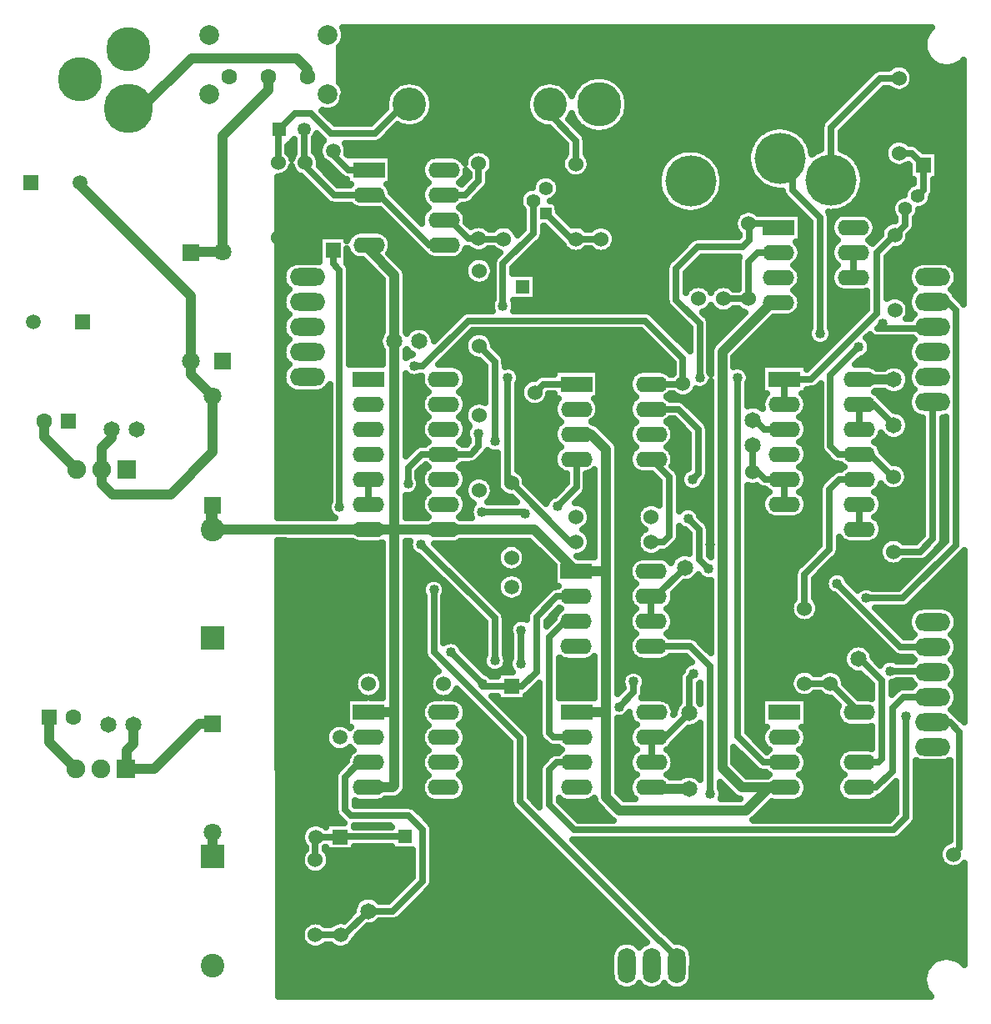
<source format=gbr>
G04 DipTrace 3.3.1.1*
G04 Top.gbr*
%MOIN*%
G04 #@! TF.FileFunction,Copper,L1,Top*
G04 #@! TF.Part,Single*
%AMOUTLINE0*
4,1,4,
-0.022272,0.022272,
0.022272,0.022272,
0.022272,-0.022272,
-0.022272,-0.022272,
-0.022272,0.022272,
0*%
%AMOUTLINE3*
4,1,4,
0.022272,-0.022272,
-0.022272,-0.022272,
-0.022272,0.022272,
0.022272,0.022272,
0.022272,-0.022272,
0*%
G04 #@! TA.AperFunction,Conductor*
%ADD13C,0.025984*%
%ADD14C,0.03937*%
G04 #@! TA.AperFunction,CopperBalancing*
%ADD15C,0.025*%
G04 #@! TA.AperFunction,ComponentPad*
%ADD17R,0.05315X0.05315*%
%ADD18C,0.05315*%
%ADD19C,0.064961*%
%ADD20R,0.059055X0.059055*%
%ADD21C,0.059055*%
%ADD22R,0.062992X0.062992*%
%ADD23C,0.062992*%
%ADD24R,0.070866X0.070866*%
%ADD25C,0.070866*%
%ADD26R,0.094488X0.094488*%
%ADD27C,0.094488*%
%ADD28C,0.177165*%
%ADD29C,0.133858*%
%ADD30C,0.204724*%
%ADD31C,0.19685*%
%ADD32C,0.177165*%
%ADD33C,0.055118*%
%ADD34C,0.06*%
%ADD35C,0.06*%
%ADD36C,0.07874*%
%ADD37C,0.062992*%
%ADD38R,0.125984X0.062992*%
%ADD39O,0.125984X0.062992*%
%ADD40R,0.074803X0.074803*%
%ADD41C,0.074803*%
%ADD42O,0.141732X0.070866*%
%ADD43O,0.070866X0.141732*%
G04 #@! TA.AperFunction,ViaPad*
%ADD44C,0.04*%
G04 #@! TA.AperFunction,ComponentPad*
%ADD107OUTLINE0*%
%ADD110OUTLINE3*%
%FSLAX26Y26*%
G04*
G70*
G90*
G75*
G01*
G04 Top*
%LPD*%
X1556089Y3459705D2*
D13*
X1664118D1*
X1665071Y3458752D1*
X1679718D1*
X1751020Y3530054D1*
X1919567D1*
X1917340Y867538D2*
X1910541D1*
X1806163Y971916D1*
X2064541Y965915D2*
X2060720D1*
X1962344Y867538D1*
X1917340D1*
X1627643Y1070218D2*
X1706987Y1149562D1*
Y1460235D1*
X3877482Y1875373D2*
X3865696D1*
X3764990Y1976079D1*
X977324Y1513693D2*
D14*
Y1436609D1*
X950730Y1410014D1*
Y1337076D1*
X946428D1*
X1293777Y1517520D2*
X1241888D1*
X1061445Y1337076D1*
X946428D1*
X1207251Y2965499D2*
Y3227387D1*
X755171Y3679467D1*
X765084D1*
X891143Y2692268D2*
Y2658751D1*
X852146Y2619753D1*
Y2531898D1*
X1293777Y2825136D2*
Y2601211D1*
X1126539Y2433974D1*
X893056D1*
X852146Y2474885D1*
Y2531898D1*
X1207251Y2965499D2*
Y2911663D1*
X1293777Y2825136D1*
Y2390097D2*
Y2293858D1*
X620736Y2726274D2*
Y2663307D1*
X752146Y2531898D1*
X2020745Y3044787D2*
Y2293597D1*
X2219226D1*
X1919226D2*
X2020745D1*
X1919248Y1560937D2*
X2006862D1*
X2021499Y1546301D1*
Y1268062D1*
X2014374Y1260937D1*
X1919248D1*
X2021499Y1546301D2*
X2020745Y2293597D1*
X1293777Y2293858D2*
X1604782D1*
X1605043Y2293597D1*
X1919226D1*
X2750420Y1561045D2*
X2868449D1*
Y2124940D1*
X2749148D1*
X3581075Y1261018D2*
X3520623D1*
X3428757Y1169152D1*
X2921374D1*
X2868449Y1222077D1*
Y1561045D1*
X2219226Y2293597D2*
X2580491D1*
X2749148Y2124940D1*
X3556808Y3199472D2*
X3529335D1*
X3333009Y3003147D1*
Y1339972D1*
X3411963Y1261018D1*
X3581075D1*
X1288602Y2303419D2*
Y2384923D1*
X1293777Y2390097D1*
X2020745Y3044787D2*
Y3310497D1*
X1919567Y3411676D1*
Y3430054D1*
X2749408Y2673900D2*
X2808345D1*
X2868449Y2613797D1*
Y2124940D1*
X1293777Y1082480D2*
Y984348D1*
X639457Y1543542D2*
Y1444047D1*
X746428Y1337076D1*
X4019238Y2891126D2*
X3881075Y2893667D1*
X2081352Y3991940D2*
D13*
X2060050D1*
X1943928Y3875818D1*
X1766840D1*
X1686685Y3955972D1*
X1625264D1*
X1562608Y3893316D1*
X1556089Y3759705D2*
Y3886798D1*
X1562608Y3893316D1*
X1661033D2*
Y3762790D1*
X1665071Y3758752D1*
Y3744576D1*
X1779593Y3630054D1*
X1919567D1*
X1962273D1*
X2162273Y3430054D1*
X2219567D1*
X1776175Y3409252D2*
Y3355871D1*
X1802496Y3329550D1*
Y2382564D1*
X2179457Y2051087D2*
Y1802891D1*
X2524625Y1457723D1*
Y1205555D1*
X3080715Y649465D1*
X3084815D1*
X3150900Y583379D1*
Y549680D1*
X3768180Y3689550D2*
Y3900486D1*
X3964547Y4096853D1*
X4039471D1*
X1776175Y3806890D2*
Y3790055D1*
X1836176Y3730054D1*
X1919567D1*
X2219567Y3530054D2*
X2243089D1*
X2318503Y3454640D1*
X2359226D1*
X2458951Y3453993D2*
X2359873D1*
X2359226Y3454640D1*
Y3754640D2*
Y3685289D1*
X2303991Y3630054D1*
X2219567D1*
X2423255Y2645617D2*
Y2963417D1*
X2360329Y3026343D1*
X1705877Y971671D2*
Y1061487D1*
X1706987Y1062597D1*
X1802251D1*
X1803337Y1063684D1*
X2064541Y1064340D2*
X1803993D1*
X1803337Y1063684D1*
X1705877Y671671D2*
X1805917D1*
X1806163Y671916D1*
X1821718D1*
X1917340Y767538D1*
X1919248Y1360937D2*
X1882274D1*
X1823875Y1302538D1*
Y1173972D1*
X1848686Y1149161D1*
X2078751D1*
X2135139Y1092773D1*
Y887518D1*
X2015159Y767538D1*
X1917340D1*
X2373026Y1676528D2*
X2247797Y1801757D1*
X2373026Y1676528D2*
Y1665398D1*
X2490133D1*
X2532123D1*
X2590348Y1723622D1*
Y1943025D1*
X2672262Y2024940D1*
X2749148D1*
X3049148D2*
Y1924940D1*
Y2024940D2*
X3068640D1*
X3183531Y2139831D1*
X3661835Y1977239D2*
Y2113577D1*
X3760635Y2212378D1*
Y2452285D1*
X3802017Y2493667D1*
X3881075D1*
X1919226Y2493597D2*
Y2393597D1*
X2371273Y2363220D2*
X2537362D1*
X2545564Y2355018D1*
X3196541Y2336213D2*
X3240381Y2292373D1*
Y2172353D1*
X3277547Y2135186D1*
X4005512Y1727570D2*
X4169690D1*
X4174332Y1722928D1*
X4017151Y2203898D2*
X4123765D1*
X4174307Y2254440D1*
Y2801188D1*
X2100440Y2946433D2*
X2135857D1*
X2316739Y3127315D1*
X3024958D1*
X3175776Y2976497D1*
Y2875066D1*
X3049408Y2873900D2*
X3174610D1*
X3175776Y2875066D1*
X2749408Y2873900D2*
X2616055D1*
X2582984Y2840829D1*
X2357665Y2676534D2*
Y2624879D1*
X2326383Y2593597D1*
X2219226D1*
X2423747Y1767610D2*
Y1937845D1*
X2128899Y2232693D1*
X2076289Y2475757D2*
Y2538891D1*
X2130995Y2593597D1*
X2219226D1*
X3214134Y2492433D2*
X3237051Y2515350D1*
Y2693597D1*
X3156748Y2773900D1*
X3049408D1*
X3048787Y2243088D2*
X3097199D1*
X3121190Y2267079D1*
Y2502118D1*
X3049408Y2573900D1*
X2577299Y3606329D2*
Y3475724D1*
X2455852Y3354277D1*
Y3187106D1*
X2474676Y2899045D2*
Y2494068D1*
X2489392Y2479352D1*
X2748787Y2243088D2*
X2725656D1*
X2489392Y2479352D1*
X2747556Y3453957D2*
X2847290D1*
X2847461Y3453786D1*
X2747556Y3453957D2*
X2729672D1*
X2627299Y3556329D1*
X2643639Y3991486D2*
Y3951471D1*
X2747556Y3847554D1*
Y3753957D1*
X3881075Y2393667D2*
Y2293667D1*
X3050420Y1361045D2*
Y1461045D1*
X3102772D1*
X3200008Y1558281D1*
X4174307Y3201188D2*
X4235878D1*
X4266759Y3170307D1*
Y2230140D1*
X4054289Y2017671D1*
X3908605D1*
X3218088Y1716220D2*
X3200008Y1698140D1*
Y1558281D1*
X4067997Y1547367D2*
Y1142052D1*
X4017009Y1091064D1*
X2740797D1*
X2640815Y1191046D1*
Y1331701D1*
X2670159Y1361045D1*
X2750420D1*
X2749148Y1924940D2*
X2704281D1*
X2640986Y1861644D1*
Y1478413D1*
X2658354Y1461045D1*
X2750420D1*
X4174332Y1822928D2*
X4045152D1*
X3791694Y2076386D1*
X2977896Y1684374D2*
Y1642423D1*
X2919522Y1584049D1*
X3973450Y3116096D2*
X3954434Y3097080D1*
X4170199D1*
X4174307Y3101188D1*
X3437804Y3514709D2*
X3541572D1*
X3556808Y3499472D1*
X3581075Y1361018D2*
X3497983D1*
X3393978Y1465024D1*
Y2899545D1*
X3242652D2*
Y3116281D1*
X3148329Y3210604D1*
Y3335684D1*
X3234450Y3421804D1*
X3414731D1*
X3441441Y3448514D1*
Y3518345D1*
X3437804Y3514709D1*
X4174332Y1522928D2*
X4243490D1*
X4282631Y1483786D1*
Y1019837D1*
X4256564Y993770D1*
X3338028Y3214585D2*
X3437681D1*
X3437804Y3214709D1*
X3556808Y3399472D2*
X3473408D1*
X3437466Y3363530D1*
Y3215047D1*
X3437804Y3214709D1*
X3049148Y1824940D2*
X3204962D1*
X3285193Y1744709D1*
Y1236189D1*
X4039471Y3796853D2*
X4089490D1*
X4137853Y3748490D1*
Y3648474D1*
X4114262Y3624883D1*
X4064262Y3574883D2*
Y3510451D1*
X4022749Y3468938D1*
X4021724D1*
X3951051Y3398265D1*
Y3156755D1*
X3687963Y2893667D1*
X3581075D1*
Y2793667D1*
X3455461Y2730522D2*
X3463259D1*
X3500114Y2693667D1*
X3581075D1*
Y2493667D2*
Y2393667D1*
X3455169Y2521743D2*
X3475379D1*
X3503455Y2493667D1*
X3581075D1*
X3455169Y2521743D2*
Y2630231D1*
X3455461Y2630522D1*
X956836Y3975052D2*
D14*
X1008165D1*
X1209711Y4176598D1*
X1629869D1*
X1675400Y4131067D1*
Y4101602D1*
X1335261Y3401559D2*
X1208272D1*
X1207251Y3400538D1*
X1335261Y3401559D2*
Y3866349D1*
X1518274Y4049362D1*
Y4101602D1*
X3661835Y1677239D2*
D13*
X3763829D1*
X3764990Y1676079D1*
X3766014D1*
X3881075Y1561018D1*
X4017151Y2503898D2*
Y2500714D1*
X3924197Y2593667D1*
X3881075D1*
X3797822D1*
X3765967Y2625521D1*
Y2908412D1*
X3879282Y3021727D1*
X3724495Y3075409D2*
Y3538727D1*
X3614013Y3649209D1*
Y3725291D1*
X3563495Y3775810D1*
X2749408Y2573900D2*
Y2461430D1*
X2673257Y2385280D1*
X2529004Y1890339D2*
X2526000Y1887335D1*
Y1756046D1*
X3200059Y1255261D2*
D14*
X3056203D1*
X3050420Y1261045D1*
X4018336Y2709151D2*
D13*
Y2712698D1*
X3937367Y2793667D1*
X3881075D1*
Y2693667D1*
X3877482Y1775373D2*
X3882932D1*
X3970205Y1688100D1*
Y1374386D1*
X3956837Y1361018D1*
X3881075D1*
X4174332Y1622928D2*
X4057264D1*
X4013836Y1579500D1*
Y1326722D1*
X3948133Y1261018D1*
X3881075D1*
X3856808Y3399472D2*
Y3299472D1*
D44*
X1627643Y1070218D3*
X1802496Y2382564D3*
X2179457Y2051087D3*
X2423255Y2645617D3*
X2373026Y1676528D3*
X2247797Y1801757D3*
X2373026Y1676528D3*
X2371273Y2363220D3*
X2545564Y2355018D3*
X3196541Y2336213D3*
X3277547Y2135186D3*
X4005512Y1727570D3*
X2100440Y2946433D3*
X2357665Y2676534D3*
X2423747Y1767610D3*
X2128899Y2232693D3*
X2076289Y2475757D3*
X3214134Y2492433D3*
X2455852Y3187106D3*
X2474676Y2899045D3*
X3908605Y2017671D3*
X3218088Y1716220D3*
X4067997Y1547367D3*
X3791694Y2076386D3*
X2977896Y1684374D3*
X2919522Y1584049D3*
X3973450Y3116096D3*
X3393978Y2899545D3*
X3242652D3*
X3285193Y1236189D3*
X3879282Y3021727D3*
X3724495Y3075409D3*
X2673257Y2385280D3*
X2529004Y1890339D3*
X2526000Y1756046D3*
X3465692Y2883718D3*
X3453563Y2096154D3*
X3284598Y2233472D3*
X1822462Y4273655D2*
D15*
X4147959D1*
X1819591Y4248786D2*
X4138845D1*
X1805130Y4223917D2*
X4137123D1*
X1804627Y4199049D2*
X4142362D1*
X1804555Y4174180D2*
X4156070D1*
X1804448Y4149311D2*
X4016013D1*
X4062927D2*
X4185675D1*
X4275934D2*
X4296126D1*
X1804375Y4124442D2*
X3933803D1*
X4091276D2*
X4296126D1*
X1804304Y4099573D2*
X2798499D1*
X2882480D2*
X3908936D1*
X4098381D2*
X4296161D1*
X1807319Y4074705D2*
X2035530D1*
X2127190D2*
X2598696D1*
X2688598D2*
X2758524D1*
X2922455D2*
X3884068D1*
X4093930D2*
X4296161D1*
X1820344Y4049836D2*
X2005530D1*
X2157154D2*
X2568194D1*
X2719100D2*
X2738787D1*
X2942156D2*
X3859199D1*
X3975871D2*
X4005643D1*
X4073297D2*
X4296197D1*
X1822247Y4024967D2*
X1991463D1*
X2171256D2*
X2553912D1*
X2953100D2*
X3834332D1*
X3951004D2*
X4296197D1*
X1814172Y4000098D2*
X1985794D1*
X2176925D2*
X2548100D1*
X2957730D2*
X3809465D1*
X3926136D2*
X4296197D1*
X1789377Y3975230D2*
X1985005D1*
X2175777D2*
X2549140D1*
X2956904D2*
X3784597D1*
X3901268D2*
X4296234D1*
X1750621Y3950361D2*
X1960136D1*
X2167524D2*
X2557249D1*
X2950480D2*
X3759728D1*
X3876400D2*
X4296234D1*
X1775490Y3925492D2*
X1935269D1*
X2149510D2*
X2575013D1*
X2727963D2*
X2743703D1*
X2937276D2*
X3735113D1*
X3851533D2*
X4296269D1*
X2027073Y3900623D2*
X2059142D1*
X2103579D2*
X2619437D1*
X2752831D2*
X2767387D1*
X2913592D2*
X3528993D1*
X3598010D2*
X3726213D1*
X3826665D2*
X4296269D1*
X2002205Y3875755D2*
X2661026D1*
X2777698D2*
X3479652D1*
X3647316D2*
X3726213D1*
X3810159D2*
X4296306D1*
X1703003Y3850886D2*
X1733421D1*
X1977337D2*
X2685895D1*
X2789396D2*
X3456256D1*
X3670713D2*
X3726213D1*
X3810159D2*
X4020499D1*
X4058441D2*
X4296306D1*
X1598760Y3826017D2*
X1619058D1*
X1703003D2*
X1721005D1*
X1831325D2*
X2705559D1*
X2789541D2*
X3442333D1*
X3684672D2*
X3726213D1*
X3810159D2*
X3988598D1*
X4118618D2*
X4296306D1*
X1598077Y3801148D2*
X1619058D1*
X1704904D2*
X1717954D1*
X1834411D2*
X2324648D1*
X2393810D2*
X2705559D1*
X2789541D2*
X3147294D1*
X3264755D2*
X3434654D1*
X3692350D2*
X3701273D1*
X3835098D2*
X3980633D1*
X4196379D2*
X4296341D1*
X2011535Y3776280D2*
X2150575D1*
X2288562D2*
X2304554D1*
X2413904D2*
X2693178D1*
X2801957D2*
X3112343D1*
X3299669D2*
X3432142D1*
X3865993D2*
X3984364D1*
X4196379D2*
X4296341D1*
X1723601Y3751411D2*
X1756495D1*
X2011535D2*
X2131663D1*
X2418139D2*
X2688622D1*
X2806478D2*
X3092965D1*
X3319047D2*
X3434475D1*
X3883720D2*
X4003419D1*
X4196379D2*
X4296377D1*
X1604322Y3726542D2*
X1616151D1*
X1741434D2*
X1781362D1*
X2011535D2*
X2127680D1*
X2410747D2*
X2695655D1*
X2799445D2*
X3081446D1*
X3330566D2*
X3441938D1*
X3894127D2*
X4079349D1*
X4196379D2*
X4296377D1*
X1555232Y3701673D2*
X1649631D1*
X1766303D2*
X1806230D1*
X2011535D2*
X2135000D1*
X2304135D2*
X2317256D1*
X2401202D2*
X2595395D1*
X2659209D2*
X2723644D1*
X2771454D2*
X3075705D1*
X3336307D2*
X3455610D1*
X3898971D2*
X4079349D1*
X4196379D2*
X4296377D1*
X1555268Y3676804D2*
X1674499D1*
X1791171D2*
X1827581D1*
X2011535D2*
X2151256D1*
X2400304D2*
X2574761D1*
X2679806D2*
X3074915D1*
X3337097D2*
X3478541D1*
X3898900D2*
X4095856D1*
X4179837D2*
X4296413D1*
X1555303Y3651936D2*
X1699366D1*
X2007265D2*
X2131879D1*
X2384228D2*
X2545803D1*
X2683682D2*
X3079042D1*
X3333007D2*
X3525513D1*
X3893912D2*
X4064959D1*
X4179837D2*
X4296413D1*
X1555340Y3627067D2*
X1724235D1*
X2023592D2*
X2127644D1*
X2359361D2*
X2524882D1*
X2675249D2*
X3088516D1*
X3323497D2*
X3578837D1*
X3883362D2*
X4047664D1*
X4173521D2*
X4296449D1*
X1555375Y3602198D2*
X1749102D1*
X2048461D2*
X2134714D1*
X2334457D2*
X2520899D1*
X2664125D2*
X3104950D1*
X3307062D2*
X3602699D1*
X3865420D2*
X4015117D1*
X4165807D2*
X4296449D1*
X1555411Y3577329D2*
X1861420D1*
X2073328D2*
X2151974D1*
X2287126D2*
X2529189D1*
X2678550D2*
X3133047D1*
X3278965D2*
X3627567D1*
X3834021D2*
X4007760D1*
X4142446D2*
X4296484D1*
X1555448Y3552461D2*
X1981524D1*
X2098196D2*
X2132094D1*
X2307042D2*
X2535324D1*
X2689495D2*
X3393280D1*
X3764012D2*
X3799273D1*
X3914366D2*
X4012568D1*
X4115928D2*
X4296484D1*
X1555518Y3527592D2*
X2006391D1*
X2311491D2*
X2535324D1*
X2714364D2*
X3380290D1*
X3648787D2*
X3677303D1*
X3941530D2*
X4022294D1*
X4106239D2*
X4296484D1*
X1555555Y3502723D2*
X2031260D1*
X2391369D2*
X2427887D1*
X2490014D2*
X2535324D1*
X2778559D2*
X2816728D1*
X2878175D2*
X3380110D1*
X3648787D2*
X3682507D1*
X3948707D2*
X3974962D1*
X4105486D2*
X4296521D1*
X1555591Y3477854D2*
X1852736D1*
X1986381D2*
X2056127D1*
X2512657D2*
X2521106D1*
X2619270D2*
X2647427D1*
X2901068D2*
X3392490D1*
X3648787D2*
X3682507D1*
X3944617D2*
X3964449D1*
X4090020D2*
X4296521D1*
X1555626Y3452986D2*
X1717668D1*
X2006835D2*
X2080995D1*
X2612093D2*
X2672294D1*
X2906451D2*
X3207723D1*
X3648787D2*
X3682507D1*
X3766487D2*
X3788150D1*
X3925454D2*
X3947440D1*
X4079433D2*
X4296556D1*
X1555663Y3428117D2*
X1717668D1*
X2011535D2*
X2105862D1*
X2588014D2*
X2694829D1*
X2900278D2*
X3182424D1*
X3641215D2*
X3682507D1*
X4064290D2*
X4296556D1*
X1555698Y3403248D2*
X1717668D1*
X2004969D2*
X2130731D1*
X2304996D2*
X2333261D1*
X2385197D2*
X2431619D1*
X2563147D2*
X2720164D1*
X2774971D2*
X2819707D1*
X2875196D2*
X3157556D1*
X3648680D2*
X3682507D1*
X4014375D2*
X4296556D1*
X1555735Y3378379D2*
X1717668D1*
X1834698D2*
X1859266D1*
X2020685D2*
X2159259D1*
X2279877D2*
X2335844D1*
X2384803D2*
X2422073D1*
X2538280D2*
X3132689D1*
X3249360D2*
X3398375D1*
X3644804D2*
X3682507D1*
X3993024D2*
X4296592D1*
X1555770Y3353510D2*
X1602121D1*
X1836385D2*
X1909934D1*
X2045554D2*
X2308285D1*
X2513412D2*
X3110584D1*
X3224492D2*
X3395469D1*
X3626144D2*
X3682507D1*
X3766487D2*
X3787467D1*
X3993024D2*
X4103248D1*
X4245362D2*
X4296592D1*
X1555806Y3328642D2*
X1579765D1*
X1844495D2*
X1934803D1*
X2065720D2*
X2301395D1*
X2497837D2*
X3106349D1*
X3199625D2*
X3395469D1*
X3640928D2*
X3682507D1*
X3993024D2*
X4080857D1*
X4267753D2*
X4296629D1*
X1555843Y3303773D2*
X1573377D1*
X1844495D2*
X1959671D1*
X2069416D2*
X2306025D1*
X2589558D2*
X3106349D1*
X3190331D2*
X3395469D1*
X3648643D2*
X3682507D1*
X3993024D2*
X4074505D1*
X4274105D2*
X4296629D1*
X1555878Y3278904D2*
X1577469D1*
X1844495D2*
X1972050D1*
X2069416D2*
X2327160D1*
X2393522D2*
X2413857D1*
X2589558D2*
X3106349D1*
X3190331D2*
X3395469D1*
X3645020D2*
X3682507D1*
X3993024D2*
X4078596D1*
X4270014D2*
X4296664D1*
X1555913Y3254035D2*
X1595123D1*
X1844495D2*
X1972050D1*
X2069416D2*
X2413857D1*
X2589558D2*
X3106349D1*
X3281010D2*
X3295101D1*
X3626825D2*
X3682507D1*
X3766487D2*
X3786786D1*
X3993024D2*
X4096215D1*
X4252395D2*
X4296664D1*
X1555950Y3229167D2*
X1580016D1*
X1844495D2*
X1972050D1*
X2069416D2*
X2413857D1*
X2589558D2*
X3106349D1*
X3640605D2*
X3682507D1*
X3766487D2*
X3909079D1*
X3993024D2*
X4081143D1*
X4267466D2*
X4296664D1*
X1555986Y3204298D2*
X1573413D1*
X1844495D2*
X1972050D1*
X2069416D2*
X2410160D1*
X2501534D2*
X3106852D1*
X3648608D2*
X3682507D1*
X3766487D2*
X3909079D1*
X1556021Y3179429D2*
X1577289D1*
X1844495D2*
X1972050D1*
X2069416D2*
X2407505D1*
X2504189D2*
X3121169D1*
X3645235D2*
X3682507D1*
X3766487D2*
X3909079D1*
X1556058Y3154560D2*
X1594513D1*
X1844495D2*
X1972050D1*
X2069416D2*
X2285643D1*
X3056052D2*
X3146038D1*
X3262709D2*
X3416604D1*
X3627472D2*
X3682507D1*
X3766487D2*
X3890526D1*
X4079864D2*
X4095640D1*
X1556129Y3129692D2*
X1580266D1*
X1844495D2*
X1972050D1*
X2069416D2*
X2260774D1*
X3080920D2*
X3170906D1*
X3282302D2*
X3391736D1*
X3527356D2*
X3682507D1*
X3766487D2*
X3865659D1*
X1556165Y3104823D2*
X1573449D1*
X1844495D2*
X1972050D1*
X2069416D2*
X2235907D1*
X3105787D2*
X3195773D1*
X3284634D2*
X3366869D1*
X3502487D2*
X3682507D1*
X3766487D2*
X3840791D1*
X1556201Y3079954D2*
X1577073D1*
X1844495D2*
X1970902D1*
X2170573D2*
X2211039D1*
X2327711D2*
X2340030D1*
X2380640D2*
X3013984D1*
X3130655D2*
X3200654D1*
X3284634D2*
X3342001D1*
X3477619D2*
X3675724D1*
X3773269D2*
X3815924D1*
X1556236Y3055085D2*
X1593903D1*
X1844495D2*
X1960173D1*
X2411465D2*
X3038852D1*
X3155524D2*
X3200654D1*
X3284634D2*
X3317134D1*
X3452752D2*
X3680173D1*
X3768820D2*
X3791056D1*
X3914151D2*
X4095030D1*
X1556273Y3030217D2*
X1580554D1*
X1844495D2*
X1961106D1*
X2277975D2*
X2301467D1*
X2419180D2*
X3063719D1*
X3180391D2*
X3200654D1*
X3284634D2*
X3293125D1*
X3427885D2*
X3711070D1*
X3737924D2*
X3766188D1*
X3927500D2*
X4081682D1*
X1556308Y3005348D2*
X1573484D1*
X1844495D2*
X1972050D1*
X2253108D2*
X2305379D1*
X2439669D2*
X3088587D1*
X3403016D2*
X3741320D1*
X3925311D2*
X4074576D1*
X1556344Y2980479D2*
X1576894D1*
X1844495D2*
X1972050D1*
X2228240D2*
X2324864D1*
X2461379D2*
X3113454D1*
X3381701D2*
X3716453D1*
X3903241D2*
X4078021D1*
X1556381Y2955610D2*
X1593329D1*
X1844495D2*
X1972050D1*
X2203373D2*
X2372734D1*
X2465255D2*
X3133801D1*
X3381701D2*
X3691585D1*
X3871520D2*
X4094457D1*
X1556416Y2930741D2*
X1580841D1*
X2297748D2*
X2381274D1*
X2511186D2*
X2657438D1*
X2841392D2*
X3003936D1*
X3094879D2*
X3133801D1*
X3430934D2*
X3489091D1*
X4065438D2*
X4081969D1*
X1556451Y2905873D2*
X1573521D1*
X2309912D2*
X2381274D1*
X2523172D2*
X2590371D1*
X2841392D2*
X2967047D1*
X3442525D2*
X3489091D1*
X1556488Y2881004D2*
X1576714D1*
X2069416D2*
X2128613D1*
X2309840D2*
X2381274D1*
X2520014D2*
X2540780D1*
X2841392D2*
X2957861D1*
X3439115D2*
X3489091D1*
X1556524Y2856135D2*
X1592755D1*
X2069416D2*
X2140958D1*
X2297496D2*
X2381274D1*
X2516677D2*
X2526102D1*
X2841392D2*
X2960230D1*
X3261812D2*
X3284335D1*
X3435958D2*
X3489091D1*
X3702720D2*
X3723988D1*
X4069206D2*
X4093882D1*
X1556559Y2831266D2*
X1760513D1*
X2069416D2*
X2141136D1*
X2297316D2*
X2381274D1*
X2516677D2*
X2524811D1*
X2641159D2*
X2657438D1*
X2841392D2*
X2976091D1*
X3122724D2*
X3137605D1*
X3213942D2*
X3284335D1*
X3435958D2*
X3502942D1*
X3659230D2*
X3723988D1*
X3959222D2*
X4082256D1*
X1556596Y2806398D2*
X1760513D1*
X2069416D2*
X2128685D1*
X2309769D2*
X2381274D1*
X2516677D2*
X2535684D1*
X2630286D2*
X2667378D1*
X2831417D2*
X2967370D1*
X3181682D2*
X3284335D1*
X3435958D2*
X3490490D1*
X3671646D2*
X3723988D1*
X3982976D2*
X4074685D1*
X1556631Y2781529D2*
X1760513D1*
X2069416D2*
X2128505D1*
X2516677D2*
X2657941D1*
X2840891D2*
X2957933D1*
X3207448D2*
X3284335D1*
X3671789D2*
X3723988D1*
X4007844D2*
X4077663D1*
X1556667Y2756660D2*
X1760513D1*
X2069416D2*
X2140526D1*
X2516677D2*
X2660058D1*
X2838773D2*
X2960050D1*
X3232315D2*
X3284335D1*
X3659732D2*
X3723988D1*
X4055786D2*
X4093344D1*
X1556739Y2731791D2*
X1760513D1*
X2069416D2*
X2141604D1*
X2516677D2*
X2675560D1*
X2823272D2*
X2975551D1*
X3123264D2*
X3140512D1*
X3257182D2*
X3284335D1*
X3658762D2*
X3723988D1*
X4075307D2*
X4132315D1*
X4216295D2*
X4224787D1*
X1556774Y2706923D2*
X1760513D1*
X2069416D2*
X2128793D1*
X2309661D2*
X2319322D1*
X2516677D2*
X2667738D1*
X2843115D2*
X2967730D1*
X3131085D2*
X3165379D1*
X3276703D2*
X3284356D1*
X3671538D2*
X3723988D1*
X4079756D2*
X4132315D1*
X4216295D2*
X4224787D1*
X1556811Y2682054D2*
X1760513D1*
X2069416D2*
X2128398D1*
X2516677D2*
X2658013D1*
X2867983D2*
X2958004D1*
X3140811D2*
X3190247D1*
X3671896D2*
X3723988D1*
X4073226D2*
X4132315D1*
X4216295D2*
X4224787D1*
X1556846Y2657185D2*
X1760513D1*
X2069416D2*
X2140096D1*
X2298357D2*
X2312878D1*
X2516677D2*
X2659878D1*
X2892850D2*
X2959870D1*
X3138945D2*
X3195055D1*
X3660163D2*
X3723988D1*
X3960154D2*
X3987953D1*
X4048717D2*
X4132315D1*
X4216295D2*
X4224787D1*
X1556883Y2632316D2*
X1760513D1*
X2069416D2*
X2120755D1*
X2516677D2*
X2674986D1*
X2913234D2*
X2975013D1*
X3123837D2*
X3195055D1*
X3658297D2*
X3723988D1*
X3958289D2*
X4132315D1*
X4216295D2*
X4224787D1*
X1556919Y2607448D2*
X1760513D1*
X2069416D2*
X2086521D1*
X2516677D2*
X2668096D1*
X2917109D2*
X2968123D1*
X3130692D2*
X3195055D1*
X3671394D2*
X3728366D1*
X3971386D2*
X4132315D1*
X4216295D2*
X4224787D1*
X1556954Y2582579D2*
X1760513D1*
X2373714D2*
X2432696D1*
X2516677D2*
X2658084D1*
X2917109D2*
X2958076D1*
X3140739D2*
X3195055D1*
X3672004D2*
X3750579D1*
X3993634D2*
X4132315D1*
X4216295D2*
X4224787D1*
X1556991Y2557710D2*
X1760513D1*
X2345366D2*
X2432696D1*
X2516677D2*
X2659735D1*
X2917109D2*
X2959727D1*
X3139088D2*
X3195055D1*
X3660558D2*
X3778999D1*
X4036839D2*
X4132315D1*
X4216295D2*
X4224787D1*
X1557026Y2532841D2*
X1760513D1*
X2128589D2*
X2142537D1*
X2295917D2*
X2432696D1*
X2516677D2*
X2674448D1*
X2917109D2*
X2974475D1*
X3148812D2*
X3188633D1*
X3657829D2*
X3794572D1*
X4068165D2*
X4132315D1*
X4216295D2*
X4224787D1*
X1557062Y2507972D2*
X1760513D1*
X2118290D2*
X2129043D1*
X2309409D2*
X2432696D1*
X2540612D2*
X2707425D1*
X2791407D2*
X2819778D1*
X2917109D2*
X3057009D1*
X3671251D2*
X3757971D1*
X4075988D2*
X4132315D1*
X4216295D2*
X4224787D1*
X1557098Y2483104D2*
X1760513D1*
X2407122D2*
X2430543D1*
X2548255D2*
X2707425D1*
X2791407D2*
X2819778D1*
X2917109D2*
X3079222D1*
X3263139D2*
X3284335D1*
X3672076D2*
X3733102D1*
X4072185D2*
X4132315D1*
X4216295D2*
X4224787D1*
X1557134Y2458235D2*
X1760513D1*
X2121844D2*
X2139270D1*
X2417924D2*
X2434490D1*
X2568853D2*
X2687869D1*
X2791262D2*
X2819778D1*
X2917109D2*
X3079222D1*
X3163167D2*
X3180127D1*
X3248140D2*
X3284335D1*
X3435958D2*
X3483529D1*
X3660988D2*
X3719108D1*
X3960979D2*
X3981386D1*
X4052915D2*
X4132315D1*
X4216295D2*
X4224787D1*
X1557169Y2433366D2*
X1760513D1*
X2097873D2*
X2143038D1*
X2416560D2*
X2454083D1*
X2593720D2*
X2663000D1*
X2779672D2*
X2819778D1*
X2917109D2*
X3079222D1*
X3163167D2*
X3284335D1*
X3435958D2*
X3504807D1*
X3657328D2*
X3718642D1*
X3957356D2*
X4132315D1*
X4216295D2*
X4224787D1*
X1557206Y2408497D2*
X1760513D1*
X2069416D2*
X2129188D1*
X2309266D2*
X2317694D1*
X2401776D2*
X2501916D1*
X2618588D2*
X2630490D1*
X2754804D2*
X2819778D1*
X2917109D2*
X3079222D1*
X3163167D2*
X3284335D1*
X3435958D2*
X3491028D1*
X3671143D2*
X3718642D1*
X3971135D2*
X4132315D1*
X4216295D2*
X4224787D1*
X1557241Y2383629D2*
X1753516D1*
X2069416D2*
X2128110D1*
X2310343D2*
X2327017D1*
X2790867D2*
X2819778D1*
X2917109D2*
X3006663D1*
X3163167D2*
X3284335D1*
X3435958D2*
X3489951D1*
X3672184D2*
X3718642D1*
X3972176D2*
X4132315D1*
X4216295D2*
X4224787D1*
X1557277Y2358760D2*
X1760047D1*
X2069416D2*
X2138877D1*
X2299577D2*
X2322496D1*
X2805617D2*
X2819778D1*
X2917109D2*
X2991915D1*
X3239707D2*
X3284335D1*
X3435958D2*
X3500789D1*
X3661382D2*
X3718642D1*
X3961374D2*
X4132315D1*
X4216295D2*
X4224787D1*
X2806980Y2333891D2*
X2819778D1*
X2917109D2*
X2990587D1*
X3257219D2*
X3284335D1*
X3435958D2*
X3718642D1*
X3956853D2*
X4132315D1*
X4216295D2*
X4224787D1*
X2796143Y2309022D2*
X2819778D1*
X2917109D2*
X3001388D1*
X3435958D2*
X3718642D1*
X3970991D2*
X4132315D1*
X4216295D2*
X4224787D1*
X2790079Y2284154D2*
X2819778D1*
X2917109D2*
X3007488D1*
X3163167D2*
X3190247D1*
X3435958D2*
X3718642D1*
X3972283D2*
X4132315D1*
X4216295D2*
X4224787D1*
X2805402Y2259285D2*
X2819778D1*
X2917109D2*
X2992167D1*
X3162413D2*
X3198392D1*
X3435958D2*
X3718642D1*
X3961769D2*
X4003526D1*
X4030774D2*
X4120795D1*
X4216295D2*
X4224787D1*
X1557492Y2234416D2*
X1972122D1*
X2069488D2*
X2079954D1*
X2185501D2*
X2474286D1*
X2504512D2*
X2571854D1*
X2807123D2*
X2819778D1*
X2917109D2*
X2990479D1*
X3146875D2*
X3198392D1*
X3435958D2*
X3718642D1*
X3802622D2*
X3967104D1*
X1557529Y2209547D2*
X1972159D1*
X2069524D2*
X2086091D1*
X2210370D2*
X2439155D1*
X2539643D2*
X2596722D1*
X2796753D2*
X2819778D1*
X2917109D2*
X3000814D1*
X3120535D2*
X3198392D1*
X3435958D2*
X3699479D1*
X3802514D2*
X3958455D1*
X1557564Y2184678D2*
X1972194D1*
X2069524D2*
X2118566D1*
X2235238D2*
X2430651D1*
X2548147D2*
X2621591D1*
X2757209D2*
X2819778D1*
X2917109D2*
X3142736D1*
X3435958D2*
X3674612D1*
X3791283D2*
X3961542D1*
X4279631D2*
X4297310D1*
X1557600Y2159810D2*
X1972194D1*
X2069560D2*
X2143433D1*
X2260105D2*
X2433881D1*
X2544882D2*
X2646458D1*
X2917109D2*
X2968806D1*
X3435958D2*
X3649744D1*
X3766416D2*
X3979340D1*
X4054961D2*
X4138092D1*
X4254764D2*
X4297310D1*
X1557636Y2134941D2*
X1972230D1*
X2069596D2*
X2168301D1*
X2284972D2*
X2451966D1*
X2526797D2*
X2657151D1*
X2917109D2*
X2958041D1*
X3435958D2*
X3626133D1*
X3741547D2*
X4113224D1*
X4229895D2*
X4297345D1*
X1557672Y2110072D2*
X1972266D1*
X2069596D2*
X2193169D1*
X2309877D2*
X2457205D1*
X2523064D2*
X2657151D1*
X2917109D2*
X2959117D1*
X3435958D2*
X3619852D1*
X3716680D2*
X3757146D1*
X3826235D2*
X4088356D1*
X4205028D2*
X4297345D1*
X1557707Y2085203D2*
X1972266D1*
X2069631D2*
X2145371D1*
X2334744D2*
X2436177D1*
X2544092D2*
X2657151D1*
X2917109D2*
X2972932D1*
X3208238D2*
X3284335D1*
X3435958D2*
X3619852D1*
X3703833D2*
X3743545D1*
X3841198D2*
X4063488D1*
X4180160D2*
X4297382D1*
X1557744Y2060335D2*
X1972302D1*
X2069668D2*
X2131377D1*
X2227522D2*
X2242904D1*
X2359612D2*
X2431692D1*
X2548577D2*
X2652272D1*
X2917109D2*
X2969236D1*
X3162377D2*
X3284335D1*
X3435958D2*
X3619852D1*
X3703833D2*
X3745555D1*
X3866102D2*
X3887621D1*
X3929581D2*
X4038621D1*
X4155293D2*
X4297382D1*
X1557780Y2035466D2*
X1972337D1*
X2069668D2*
X2133171D1*
X2225764D2*
X2267772D1*
X2384479D2*
X2438867D1*
X2541402D2*
X2624461D1*
X2917109D2*
X2958112D1*
X3140164D2*
X3284335D1*
X3435958D2*
X3619852D1*
X3703833D2*
X3767121D1*
X4130425D2*
X4297417D1*
X1557815Y2010597D2*
X1972337D1*
X2069703D2*
X2137476D1*
X2221458D2*
X2292640D1*
X2409348D2*
X2467934D1*
X2512335D2*
X2599593D1*
X2917109D2*
X2958974D1*
X3139340D2*
X3284335D1*
X3435958D2*
X3613752D1*
X3709934D2*
X3799130D1*
X4105556D2*
X4297417D1*
X1557852Y1985728D2*
X1972374D1*
X2069739D2*
X2137476D1*
X2221458D2*
X2317508D1*
X2434215D2*
X2574726D1*
X2917109D2*
X2972430D1*
X3125883D2*
X3284335D1*
X3435958D2*
X3603490D1*
X3720197D2*
X3823997D1*
X4080008D2*
X4297417D1*
X1557887Y1960860D2*
X1972409D1*
X2069776D2*
X2137476D1*
X2221458D2*
X2342375D1*
X2458329D2*
X2552621D1*
X2917109D2*
X2969631D1*
X3128681D2*
X3284335D1*
X3435958D2*
X3605283D1*
X3718403D2*
X3848865D1*
X3965572D2*
X4087459D1*
X4261223D2*
X4297454D1*
X1557959Y1935991D2*
X1972445D1*
X2069776D2*
X2137476D1*
X2221458D2*
X2367280D1*
X2465722D2*
X2517706D1*
X2540289D2*
X2548362D1*
X2641661D2*
X2657008D1*
X2917109D2*
X2958219D1*
X3140056D2*
X3284335D1*
X3435958D2*
X3620749D1*
X3702936D2*
X3873734D1*
X3990441D2*
X4075869D1*
X4272814D2*
X4297454D1*
X1557995Y1911122D2*
X1972445D1*
X2069811D2*
X2137476D1*
X2221458D2*
X2381776D1*
X2465722D2*
X2484907D1*
X2917109D2*
X2958829D1*
X3139448D2*
X3284335D1*
X3435958D2*
X3898636D1*
X4015308D2*
X4075617D1*
X4273064D2*
X4297490D1*
X1558031Y1886253D2*
X1972482D1*
X2069846D2*
X2137476D1*
X2221458D2*
X2381776D1*
X2465722D2*
X2480206D1*
X2917109D2*
X2971963D1*
X3126349D2*
X3284335D1*
X3435958D2*
X3923504D1*
X4040176D2*
X4086491D1*
X4262155D2*
X4297490D1*
X1558067Y1861385D2*
X1972517D1*
X2069846D2*
X2137476D1*
X2221458D2*
X2381776D1*
X2465722D2*
X2484010D1*
X2917109D2*
X2970062D1*
X3222663D2*
X3284335D1*
X3435958D2*
X3948373D1*
X4260791D2*
X4297525D1*
X1558102Y1836516D2*
X1972517D1*
X2069883D2*
X2137476D1*
X2281169D2*
X2381776D1*
X2465722D2*
X2484010D1*
X2917109D2*
X2958327D1*
X3251728D2*
X3284335D1*
X3435958D2*
X3973240D1*
X4272669D2*
X4297525D1*
X1558139Y1811647D2*
X1972552D1*
X2069919D2*
X2137476D1*
X2296240D2*
X2381776D1*
X2465722D2*
X2484010D1*
X2917109D2*
X2958722D1*
X3276596D2*
X3284341D1*
X3435958D2*
X3828483D1*
X3926495D2*
X3998108D1*
X4273172D2*
X4297525D1*
X1558175Y1786778D2*
X1972589D1*
X2069919D2*
X2140921D1*
X2321108D2*
X2378906D1*
X2468592D2*
X2484010D1*
X2917109D2*
X2971497D1*
X3435958D2*
X3817108D1*
X3937835D2*
X4026780D1*
X4262550D2*
X4297562D1*
X1558210Y1761909D2*
X1972589D1*
X2069954D2*
X2162093D1*
X2345976D2*
X2375101D1*
X2682965D2*
X2819778D1*
X2917109D2*
X3206969D1*
X3435958D2*
X3817575D1*
X3954736D2*
X3971661D1*
X4260398D2*
X4297562D1*
X1558247Y1737041D2*
X1972625D1*
X2069991D2*
X2186961D1*
X2370844D2*
X2386226D1*
X2461272D2*
X2481068D1*
X2682965D2*
X2819778D1*
X2917109D2*
X3174028D1*
X3435958D2*
X3830169D1*
X4272562D2*
X4297597D1*
X1558282Y1712172D2*
X1874194D1*
X1963270D2*
X1972651D1*
X2070026D2*
X2174222D1*
X2405364D2*
X2431619D1*
X2682965D2*
X2819778D1*
X2917109D2*
X2938125D1*
X3017656D2*
X3161252D1*
X3435958D2*
X3614936D1*
X3810948D2*
X3887799D1*
X4273244D2*
X4297597D1*
X1558318Y1687303D2*
X1861240D1*
X2070026D2*
X2161232D1*
X2682965D2*
X2819778D1*
X2917109D2*
X2929010D1*
X3026807D2*
X3159063D1*
X3435958D2*
X3603740D1*
X3822861D2*
X3912667D1*
X4031240D2*
X4085736D1*
X4262909D2*
X4297597D1*
X1558354Y1662434D2*
X1861025D1*
X2070062D2*
X2161017D1*
X2587512D2*
X2599018D1*
X2682965D2*
X2819778D1*
X2917109D2*
X2934392D1*
X3021388D2*
X3159063D1*
X3435958D2*
X3604816D1*
X3838004D2*
X3928205D1*
X4012186D2*
X4088715D1*
X4259967D2*
X4297633D1*
X1558390Y1637566D2*
X1873406D1*
X1964060D2*
X1972732D1*
X2070098D2*
X2173433D1*
X2264052D2*
X2286432D1*
X2562644D2*
X2599018D1*
X2682965D2*
X2819778D1*
X3019593D2*
X3159063D1*
X3435958D2*
X3619135D1*
X3704551D2*
X3721154D1*
X3862873D2*
X3928205D1*
X4272419D2*
X4297633D1*
X1558425Y1612697D2*
X1827257D1*
X2070098D2*
X2159114D1*
X2279375D2*
X2311299D1*
X2548650D2*
X2599018D1*
X3110776D2*
X3159063D1*
X3435958D2*
X3489091D1*
X3673045D2*
X3771068D1*
X4273352D2*
X4297669D1*
X1558462Y1587828D2*
X1827257D1*
X2070134D2*
X2133888D1*
X2304638D2*
X2336168D1*
X2452875D2*
X2599018D1*
X3135858D2*
X3147462D1*
X3435958D2*
X3489091D1*
X3673045D2*
X3795650D1*
X4263268D2*
X4297669D1*
X1558497Y1562959D2*
X1827257D1*
X2070171D2*
X2127286D1*
X2311203D2*
X2361035D1*
X2477743D2*
X2599018D1*
X3435958D2*
X3489091D1*
X3673045D2*
X3789118D1*
X4259500D2*
X4297705D1*
X1558570Y1538091D2*
X1827257D1*
X2070171D2*
X2131950D1*
X2306539D2*
X2385903D1*
X2502610D2*
X2599018D1*
X2929058D2*
X2963172D1*
X3435958D2*
X3489091D1*
X3673045D2*
X3793819D1*
X4286664D2*
X4297705D1*
X1558605Y1513222D2*
X1779747D1*
X2070171D2*
X2152297D1*
X2286193D2*
X2410770D1*
X2527478D2*
X2599018D1*
X2917109D2*
X2983626D1*
X3435958D2*
X3489091D1*
X3673045D2*
X3814238D1*
X1558640Y1488353D2*
X1751757D1*
X2070171D2*
X2134139D1*
X2304350D2*
X2435638D1*
X2552345D2*
X2599018D1*
X2917109D2*
X2965253D1*
X3189433D2*
X3243211D1*
X3435958D2*
X3495945D1*
X3666227D2*
X3928205D1*
X1558677Y1463484D2*
X1744867D1*
X2070171D2*
X2127322D1*
X2311168D2*
X2460542D1*
X2566197D2*
X2601925D1*
X2917109D2*
X2958471D1*
X3164566D2*
X3243211D1*
X3453865D2*
X3489126D1*
X3673009D2*
X3928205D1*
X1558713Y1438615D2*
X1749640D1*
X2070171D2*
X2131735D1*
X2306755D2*
X2482647D1*
X2566592D2*
X2622451D1*
X2917109D2*
X2962957D1*
X3139698D2*
X3243211D1*
X3478732D2*
X3493576D1*
X3668559D2*
X3928205D1*
X1558748Y1413747D2*
X1771243D1*
X1835416D2*
X1851551D1*
X2070171D2*
X2151543D1*
X2286946D2*
X2482647D1*
X2566592D2*
X2682881D1*
X2917109D2*
X2982873D1*
X3117953D2*
X3243211D1*
X3503600D2*
X3513507D1*
X3648643D2*
X3822957D1*
X1558785Y1388878D2*
X1834434D1*
X2070171D2*
X2134427D1*
X2304063D2*
X2482647D1*
X2566592D2*
X2639640D1*
X2917109D2*
X2965541D1*
X3135285D2*
X3243211D1*
X3381701D2*
X3411795D1*
X3665940D2*
X3796223D1*
X1558820Y1364009D2*
X1827007D1*
X2070171D2*
X2127357D1*
X2311168D2*
X2482647D1*
X2566592D2*
X2614772D1*
X2917109D2*
X2958507D1*
X3142318D2*
X3243211D1*
X3381701D2*
X3436664D1*
X3672972D2*
X3789154D1*
X4231331D2*
X4240656D1*
X1558856Y1339140D2*
X1802139D1*
X2070171D2*
X2131520D1*
X2306970D2*
X2482647D1*
X2566592D2*
X2599521D1*
X2917109D2*
X2962741D1*
X3138119D2*
X3243211D1*
X3401652D2*
X3461531D1*
X3668774D2*
X3793388D1*
X4109971D2*
X4240648D1*
X1558892Y1314272D2*
X1783659D1*
X2070171D2*
X2150825D1*
X2287664D2*
X2482647D1*
X2566592D2*
X2598840D1*
X2917109D2*
X2982155D1*
X3118706D2*
X3243211D1*
X3426521D2*
X3512774D1*
X3649398D2*
X3812765D1*
X4109971D2*
X4240648D1*
X1558928Y1289403D2*
X1781900D1*
X2070171D2*
X2134714D1*
X2303776D2*
X2482647D1*
X2566592D2*
X2598840D1*
X2917109D2*
X2965827D1*
X3665652D2*
X3796510D1*
X4109971D2*
X4240648D1*
X1558963Y1264534D2*
X1781900D1*
X2070026D2*
X2127394D1*
X2311133D2*
X2482647D1*
X2566592D2*
X2598840D1*
X2917109D2*
X2958543D1*
X3327193D2*
X3340638D1*
X3672937D2*
X3789190D1*
X4009997D2*
X4026025D1*
X4109971D2*
X4240648D1*
X1559000Y1239665D2*
X1781900D1*
X2060409D2*
X2131304D1*
X2307185D2*
X2482647D1*
X2566592D2*
X2598840D1*
X2918651D2*
X2962526D1*
X3334047D2*
X3365505D1*
X3668990D2*
X3793173D1*
X3985130D2*
X4026025D1*
X4109971D2*
X4240648D1*
X1559035Y1214797D2*
X1781900D1*
X2018713D2*
X2150144D1*
X2288382D2*
X2482647D1*
X2573732D2*
X2598840D1*
X3650079D2*
X3812049D1*
X3950071D2*
X4026025D1*
X4109971D2*
X4240648D1*
X1559071Y1189928D2*
X1781900D1*
X1866276D2*
X2485877D1*
X2700260D2*
X2832804D1*
X3517344D2*
X4026025D1*
X4109971D2*
X4240648D1*
X1559108Y1165059D2*
X1782906D1*
X2121197D2*
X2506797D1*
X2725129D2*
X2857672D1*
X3492475D2*
X4026025D1*
X4109971D2*
X4240648D1*
X1559180Y1140190D2*
X1799304D1*
X2146066D2*
X2531664D1*
X2749996D2*
X2882539D1*
X3467608D2*
X4007797D1*
X4109934D2*
X4240648D1*
X1559215Y1115322D2*
X1685551D1*
X1728409D2*
X1744832D1*
X2170035D2*
X2556531D1*
X4099564D2*
X4240648D1*
X1559251Y1090453D2*
X1655875D1*
X2177140D2*
X2581400D1*
X4074732D2*
X4240648D1*
X1559287Y1065584D2*
X1648555D1*
X2177140D2*
X2606268D1*
X4049865D2*
X4240648D1*
X1559323Y1040715D2*
X1652933D1*
X2177140D2*
X2631135D1*
X2747807D2*
X4222635D1*
X1559358Y1015846D2*
X1663877D1*
X1861862D2*
X2008975D1*
X2177140D2*
X2656003D1*
X2772675D2*
X4202073D1*
X1559395Y990978D2*
X1650277D1*
X1761458D2*
X2093160D1*
X2177140D2*
X2680871D1*
X2797542D2*
X4197623D1*
X1559430Y966109D2*
X1647155D1*
X1764580D2*
X2093160D1*
X2177140D2*
X2705739D1*
X2822411D2*
X4204801D1*
X1559466Y941240D2*
X1655768D1*
X1755969D2*
X2093160D1*
X2177140D2*
X2730606D1*
X2847278D2*
X4233293D1*
X4279846D2*
X4298063D1*
X1559503Y916371D2*
X1691831D1*
X1719941D2*
X2093160D1*
X2177140D2*
X2755474D1*
X2872146D2*
X4298063D1*
X1559538Y891503D2*
X2080780D1*
X2177140D2*
X2780341D1*
X2897013D2*
X4298100D1*
X1559573Y866634D2*
X2055912D1*
X2171148D2*
X2805210D1*
X2921881D2*
X4298100D1*
X1559610Y841765D2*
X2031045D1*
X2147715D2*
X2830077D1*
X2946749D2*
X4298135D1*
X1559646Y816896D2*
X1882555D1*
X1952112D2*
X2006176D1*
X2122848D2*
X2854945D1*
X2971617D2*
X4298135D1*
X1559681Y792028D2*
X1861205D1*
X2097980D2*
X2879812D1*
X2996484D2*
X4298171D1*
X1559718Y767159D2*
X1855857D1*
X2073113D2*
X2904681D1*
X3021352D2*
X4298171D1*
X1559789Y742290D2*
X1833753D1*
X2048244D2*
X2929549D1*
X3046220D2*
X4298171D1*
X1559825Y717421D2*
X1670228D1*
X1741507D2*
X1770202D1*
X1950927D2*
X2954416D1*
X3071088D2*
X4298207D1*
X1559861Y692552D2*
X1650887D1*
X1900689D2*
X2979283D1*
X3095955D2*
X4298207D1*
X1559896Y667684D2*
X1647012D1*
X1875822D2*
X3004151D1*
X3124950D2*
X4298243D1*
X1559933Y642815D2*
X1654798D1*
X1857089D2*
X2925924D1*
X2975887D2*
X3025933D1*
X3175869D2*
X4298243D1*
X1559969Y617946D2*
X1685909D1*
X1725825D2*
X1786959D1*
X1825367D2*
X2895888D1*
X3205904D2*
X4298278D1*
X1560004Y593077D2*
X2886990D1*
X3214803D2*
X4298278D1*
X1560041Y568209D2*
X2886487D1*
X3215343D2*
X4174694D1*
X4285480D2*
X4298278D1*
X1560076Y543340D2*
X2886487D1*
X3215343D2*
X4150866D1*
X1560112Y518471D2*
X2886487D1*
X3215343D2*
X4139635D1*
X1560148Y493602D2*
X2890004D1*
X3211790D2*
X4136190D1*
X1560184Y468734D2*
X2906403D1*
X2995408D2*
X3006412D1*
X3095381D2*
X3106421D1*
X3195390D2*
X4139671D1*
X1560219Y443865D2*
X4151010D1*
X1615675Y3846016D2*
Y3840249D1*
X1610113D1*
X1595577Y3825319D1*
X1595573Y3800138D1*
X1601793Y3792909D1*
X1606424Y3785352D1*
X1609816Y3777161D1*
X1610696Y3774043D1*
X1612879Y3780370D1*
X1616903Y3788269D1*
X1621546Y3794719D1*
X1621549Y3852034D1*
X1615689Y3846004D1*
X1711068Y3875741D2*
X1708316Y3869224D1*
X1703965Y3862125D1*
X1700512Y3857908D1*
X1700517Y3802709D1*
X1705017Y3798698D1*
X1710774Y3791957D1*
X1715406Y3784399D1*
X1718798Y3776209D1*
X1720867Y3767589D1*
X1721563Y3758752D1*
X1720867Y3749915D1*
X1719988Y3745514D1*
X1795933Y3669554D1*
X1845584Y3669538D1*
X1848151Y3672060D1*
X1830083Y3672066D1*
X1829999Y3691055D1*
X1823975Y3692503D1*
X1818251Y3694873D1*
X1812967Y3698110D1*
X1808248Y3702143D1*
X1755605Y3754785D1*
X1750743Y3756976D1*
X1743247Y3761568D1*
X1736563Y3767278D1*
X1730853Y3773962D1*
X1726261Y3781458D1*
X1722896Y3789579D1*
X1720845Y3798126D1*
X1720155Y3806890D1*
X1720845Y3815654D1*
X1722896Y3824201D1*
X1726261Y3832322D1*
X1730853Y3839818D1*
X1736563Y3846501D1*
X1738518Y3848310D1*
X1711085Y3875734D1*
X3236341Y2113633D2*
X3233814Y2109017D1*
X3228374Y2101531D1*
X3221831Y2094988D1*
X3214345Y2089549D1*
X3206100Y2085348D1*
X3197298Y2082488D1*
X3188159Y2081041D1*
X3180513Y2080976D1*
X3137232Y2037693D1*
X3138454Y2029490D1*
Y2020390D1*
X3137030Y2011403D1*
X3134218Y2002748D1*
X3130088Y1994640D1*
X3124739Y1987280D1*
X3118304Y1980845D1*
X3110944Y1975496D1*
X3109996Y1974966D1*
X3114728Y1971853D1*
X3121648Y1965944D1*
X3127558Y1959024D1*
X3132312Y1951265D1*
X3135794Y1942860D1*
X3137919Y1934010D1*
X3138633Y1924940D1*
X3137919Y1915869D1*
X3135794Y1907020D1*
X3132312Y1898614D1*
X3127558Y1890856D1*
X3121648Y1883936D1*
X3114728Y1878026D1*
X3109996Y1874966D1*
X3114728Y1871853D1*
X3121648Y1865944D1*
X3123060Y1864416D1*
X3208059Y1864302D1*
X3214178Y1863333D1*
X3220072Y1861419D1*
X3225592Y1858605D1*
X3230605Y1854963D1*
X3258865Y1826877D1*
X3286852Y1798888D1*
X3286832Y2089629D1*
X3281196Y2088837D1*
X3273899D1*
X3266694Y2089979D1*
X3259756Y2092234D1*
X3253255Y2095546D1*
X3247353Y2099833D1*
X3242194Y2104992D1*
X3237907Y2110894D1*
X3236366Y2113644D1*
X3127715Y2158783D2*
X3130987Y2166604D1*
X3135822Y2174493D1*
X3141832Y2181530D1*
X3148869Y2187541D1*
X3156759Y2192375D1*
X3165308Y2195917D1*
X3174306Y2198077D1*
X3183531Y2198803D1*
X3192757Y2198077D1*
X3200902Y2196157D1*
X3200896Y2276022D1*
X3185688Y2291005D1*
X3178749Y2293260D1*
X3172248Y2296572D1*
X3166346Y2300860D1*
X3161188Y2306018D1*
X3160667Y2306678D1*
X3160552Y2263980D1*
X3159584Y2257861D1*
X3157669Y2251969D1*
X3154856Y2246449D1*
X3151214Y2241436D1*
X3125119Y2215168D1*
X3120408Y2211144D1*
X3115125Y2207907D1*
X3109400Y2205537D1*
X3103377Y2204089D1*
X3088734Y2203142D1*
X3081992Y2197385D1*
X3074434Y2192753D1*
X3066244Y2189361D1*
X3057625Y2187291D1*
X3048787Y2186596D1*
X3039950Y2187291D1*
X3031331Y2189361D1*
X3023140Y2192753D1*
X3015583Y2197385D1*
X3008841Y2203142D1*
X3003084Y2209883D1*
X2998453Y2217441D1*
X2995060Y2225631D1*
X2992991Y2234251D1*
X2992295Y2243088D1*
X2992991Y2251925D1*
X2995060Y2260545D1*
X2998453Y2268735D1*
X3003084Y2276293D1*
X3008841Y2283034D1*
X3015583Y2288791D1*
X3022732Y2293194D1*
X3015566Y2297633D1*
X3008824Y2303390D1*
X3003067Y2310131D1*
X2998436Y2317689D1*
X2995043Y2325879D1*
X2992974Y2334499D1*
X2992278Y2343336D1*
X2992974Y2352173D1*
X2995043Y2360793D1*
X2998436Y2368983D1*
X3003067Y2376541D1*
X3008824Y2383282D1*
X3015566Y2389039D1*
X3023123Y2393671D1*
X3031314Y2397063D1*
X3039933Y2399133D1*
X3048770Y2399828D1*
X3057608Y2399133D1*
X3066227Y2397063D1*
X3074417Y2393671D1*
X3081702Y2389222D1*
X3081706Y2485793D1*
X3051581Y2515888D1*
X3017912Y2515912D1*
X3008841Y2516626D1*
X2999992Y2518751D1*
X2991587Y2522232D1*
X2983828Y2526987D1*
X2976908Y2532896D1*
X2970999Y2539816D1*
X2966244Y2547575D1*
X2962762Y2555980D1*
X2960638Y2564829D1*
X2959924Y2573900D1*
X2960638Y2582971D1*
X2962762Y2591820D1*
X2966244Y2600226D1*
X2970999Y2607984D1*
X2976908Y2614904D1*
X2983828Y2620814D1*
X2988560Y2623874D1*
X2983828Y2626987D1*
X2976908Y2632896D1*
X2970999Y2639816D1*
X2966244Y2647575D1*
X2962762Y2655980D1*
X2960638Y2664829D1*
X2959924Y2673900D1*
X2960638Y2682971D1*
X2962762Y2691820D1*
X2966244Y2700226D1*
X2970999Y2707984D1*
X2976908Y2714904D1*
X2983828Y2720814D1*
X2988560Y2723874D1*
X2983828Y2726987D1*
X2976908Y2732896D1*
X2970999Y2739816D1*
X2966244Y2747575D1*
X2962762Y2755980D1*
X2960638Y2764829D1*
X2959924Y2773900D1*
X2960638Y2782971D1*
X2962762Y2791820D1*
X2966244Y2800226D1*
X2970999Y2807984D1*
X2976908Y2814904D1*
X2983828Y2820814D1*
X2988560Y2823874D1*
X2983828Y2826987D1*
X2976908Y2832896D1*
X2970999Y2839816D1*
X2966244Y2847575D1*
X2962762Y2855980D1*
X2960638Y2864829D1*
X2959924Y2873900D1*
X2960638Y2882971D1*
X2962762Y2891820D1*
X2966244Y2900226D1*
X2970999Y2907984D1*
X2976908Y2914904D1*
X2983828Y2920814D1*
X2991587Y2925568D1*
X2999992Y2929050D1*
X3008841Y2931175D1*
X3017930Y2931887D1*
X3085454Y2931710D1*
X3094441Y2930286D1*
X3103096Y2927474D1*
X3111203Y2923344D1*
X3118564Y2917995D1*
X3123320Y2913377D1*
X3134274Y2913385D1*
X3136301Y2915446D1*
X3136291Y2960147D1*
X3008579Y3087856D1*
X2333075Y3087831D1*
X2196916Y2951585D1*
X2255272Y2951407D1*
X2264259Y2949983D1*
X2272913Y2947171D1*
X2281021Y2943041D1*
X2288382Y2937692D1*
X2294816Y2931257D1*
X2300165Y2923896D1*
X2304295Y2915789D1*
X2307108Y2907134D1*
X2308531Y2898147D1*
Y2889047D1*
X2307108Y2880060D1*
X2304295Y2871406D1*
X2300165Y2863298D1*
X2294816Y2855937D1*
X2288382Y2849503D1*
X2281021Y2844154D1*
X2280073Y2843623D1*
X2284806Y2840510D1*
X2291726Y2834601D1*
X2297635Y2827681D1*
X2302390Y2819923D1*
X2305871Y2811517D1*
X2307996Y2802668D1*
X2308710Y2793597D1*
X2307996Y2784526D1*
X2305871Y2775677D1*
X2302390Y2767272D1*
X2297635Y2759513D1*
X2291726Y2752593D1*
X2284806Y2746684D1*
X2280073Y2743623D1*
X2284806Y2740510D1*
X2291726Y2734601D1*
X2297635Y2727681D1*
X2302390Y2719923D1*
X2305871Y2711517D1*
X2307996Y2702668D1*
X2308710Y2693597D1*
X2307996Y2684526D1*
X2305871Y2675677D1*
X2302390Y2667272D1*
X2297635Y2659513D1*
X2291726Y2652593D1*
X2284806Y2646684D1*
X2280073Y2643623D1*
X2284806Y2640510D1*
X2291726Y2634601D1*
X2293138Y2633073D1*
X2310049Y2633081D1*
X2318178Y2641232D1*
X2318025Y2652241D1*
X2314713Y2658743D1*
X2312458Y2665681D1*
X2311316Y2672886D1*
Y2680182D1*
X2312458Y2687387D1*
X2314713Y2694325D1*
X2318025Y2700827D1*
X2322198Y2706583D1*
X2316762Y2712142D1*
X2311551Y2719314D1*
X2307528Y2727213D1*
X2304787Y2735643D1*
X2303402Y2744399D1*
Y2753262D1*
X2304787Y2762018D1*
X2307528Y2770449D1*
X2311551Y2778348D1*
X2316762Y2785520D1*
X2323030Y2791787D1*
X2330202Y2796999D1*
X2338101Y2801022D1*
X2346531Y2803762D1*
X2355287Y2805148D1*
X2364151D1*
X2372907Y2803762D1*
X2381337Y2801022D1*
X2383777Y2799898D1*
X2383770Y2947080D1*
X2360953Y2969879D1*
X2355898Y2970025D1*
X2347142Y2971411D1*
X2338711Y2974151D1*
X2330812Y2978175D1*
X2323640Y2983386D1*
X2317373Y2989654D1*
X2312161Y2996825D1*
X2308138Y3004724D1*
X2305398Y3013155D1*
X2304012Y3021911D1*
Y3030774D1*
X2305398Y3039530D1*
X2308138Y3047961D1*
X2312161Y3055860D1*
X2317373Y3063031D1*
X2323640Y3069299D1*
X2330812Y3074510D1*
X2338711Y3078534D1*
X2347142Y3081274D1*
X2355898Y3082660D1*
X2364761D1*
X2373517Y3081274D1*
X2381948Y3078534D1*
X2389846Y3074510D1*
X2397018Y3069299D1*
X2403286Y3063031D1*
X2408497Y3055860D1*
X2412521Y3047961D1*
X2415261Y3039530D1*
X2416647Y3030774D1*
X2416797Y3025702D1*
X2453278Y2989060D1*
X2456920Y2984047D1*
X2459734Y2978528D1*
X2461648Y2972635D1*
X2462617Y2966516D1*
X2462739Y2944004D1*
X2471028Y2945394D1*
X2478324D1*
X2485529Y2944252D1*
X2492467Y2941997D1*
X2498969Y2938685D1*
X2504870Y2934398D1*
X2510029Y2929239D1*
X2514316Y2923337D1*
X2517629Y2916836D1*
X2519883Y2909898D1*
X2521025Y2902693D1*
Y2895396D1*
X2519883Y2888192D1*
X2517629Y2881253D1*
X2514167Y2874528D1*
X2514160Y2530119D1*
X2518909Y2527520D1*
X2526081Y2522308D1*
X2532349Y2516041D1*
X2537560Y2508869D1*
X2541584Y2500970D1*
X2544324Y2492539D1*
X2545710Y2483783D1*
X2545860Y2478711D1*
X2628121Y2396463D1*
X2630304Y2403071D1*
X2633617Y2409572D1*
X2637904Y2415474D1*
X2643063Y2420633D1*
X2648965Y2424920D1*
X2655466Y2428232D1*
X2662669Y2430539D1*
X2709915Y2477776D1*
X2709924Y2516441D1*
X2704375Y2517514D1*
X2695720Y2520327D1*
X2687613Y2524457D1*
X2680252Y2529806D1*
X2673818Y2536240D1*
X2668469Y2543601D1*
X2664339Y2551709D1*
X2661526Y2560364D1*
X2660102Y2569350D1*
Y2578450D1*
X2661526Y2587437D1*
X2664339Y2596092D1*
X2668469Y2604199D1*
X2673818Y2611560D1*
X2680252Y2617995D1*
X2687613Y2623344D1*
X2688560Y2623874D1*
X2683828Y2626987D1*
X2676908Y2632896D1*
X2670999Y2639816D1*
X2666244Y2647575D1*
X2662762Y2655980D1*
X2660638Y2664829D1*
X2659924Y2673900D1*
X2660638Y2682971D1*
X2662762Y2691820D1*
X2666244Y2700226D1*
X2670999Y2707984D1*
X2676908Y2714904D1*
X2683828Y2720814D1*
X2688560Y2723874D1*
X2683828Y2726987D1*
X2676908Y2732896D1*
X2670999Y2739816D1*
X2666244Y2747575D1*
X2662762Y2755980D1*
X2660638Y2764829D1*
X2659924Y2773900D1*
X2660638Y2782971D1*
X2662762Y2791820D1*
X2666244Y2800226D1*
X2670999Y2807984D1*
X2676908Y2814904D1*
X2677992Y2815907D1*
X2659924Y2815912D1*
Y2834392D1*
X2639136Y2834416D1*
X2637916Y2827642D1*
X2635176Y2819211D1*
X2631152Y2811312D1*
X2625941Y2804140D1*
X2619673Y2797873D1*
X2612501Y2792661D1*
X2604602Y2788638D1*
X2596172Y2785898D1*
X2587416Y2784512D1*
X2578552D1*
X2569797Y2785898D1*
X2561366Y2788638D1*
X2553467Y2792661D1*
X2546295Y2797873D1*
X2540028Y2804140D1*
X2534816Y2811312D1*
X2530793Y2819211D1*
X2528052Y2827642D1*
X2526667Y2836398D1*
Y2845261D1*
X2528052Y2854017D1*
X2530793Y2862448D1*
X2534816Y2870346D1*
X2540028Y2877518D1*
X2546295Y2883786D1*
X2553467Y2888997D1*
X2561366Y2893021D1*
X2569797Y2895761D1*
X2578552Y2897147D1*
X2583625Y2897297D1*
X2590412Y2903924D1*
X2595425Y2907566D1*
X2600945Y2910379D1*
X2606837Y2912294D1*
X2612957Y2913262D1*
X2659941Y2913385D1*
X2659924Y2931888D1*
X2838892D1*
Y2815912D1*
X2820843D1*
X2824999Y2811560D1*
X2830348Y2804199D1*
X2834478Y2796092D1*
X2837290Y2787437D1*
X2838714Y2778450D1*
Y2769350D1*
X2837290Y2760364D1*
X2834478Y2751709D1*
X2830348Y2743601D1*
X2824999Y2736240D1*
X2818564Y2729806D1*
X2811203Y2724457D1*
X2810256Y2723927D1*
X2816958Y2719261D1*
X2822614Y2717818D1*
X2829310Y2715045D1*
X2835487Y2711259D1*
X2840997Y2706552D1*
X2903562Y2643786D1*
X2907822Y2637924D1*
X2911112Y2631469D1*
X2913350Y2624576D1*
X2914484Y2617420D1*
X2914626Y2586238D1*
Y1635013D1*
X2938417Y1658783D1*
X2938256Y1660081D1*
X2934944Y1666583D1*
X2932689Y1673521D1*
X2931547Y1680726D1*
Y1688022D1*
X2932689Y1695227D1*
X2934944Y1702165D1*
X2938256Y1708667D1*
X2942543Y1714568D1*
X2947702Y1719727D1*
X2953604Y1724014D1*
X2960105Y1727327D1*
X2967043Y1729581D1*
X2974248Y1730723D1*
X2981545D1*
X2988749Y1729581D1*
X2995688Y1727327D1*
X3002189Y1724014D1*
X3008091Y1719727D1*
X3013249Y1714568D1*
X3017537Y1708667D1*
X3020849Y1702165D1*
X3023104Y1695227D1*
X3024245Y1688022D1*
Y1680726D1*
X3023104Y1673521D1*
X3020849Y1666583D1*
X3017387Y1659857D1*
X3017259Y1639324D1*
X3016290Y1633205D1*
X3014375Y1627312D1*
X3011562Y1621793D1*
X3009832Y1619205D1*
X3009853Y1618319D1*
X3018942Y1619031D1*
X3086466Y1618854D1*
X3095453Y1617430D1*
X3104108Y1614618D1*
X3112215Y1610488D1*
X3119576Y1605139D1*
X3126010Y1598705D1*
X3131360Y1591344D1*
X3135490Y1583236D1*
X3138302Y1574581D1*
X3139726Y1565594D1*
Y1556495D1*
X3139230Y1552308D1*
X3142126Y1555215D1*
X3142240Y1562908D1*
X3143688Y1572047D1*
X3146547Y1580849D1*
X3150748Y1589094D1*
X3156188Y1596580D1*
X3161549Y1602031D1*
X3161668Y1702261D1*
X3162636Y1708381D1*
X3164551Y1714273D1*
X3167365Y1719794D1*
X3171014Y1724815D1*
X3172881Y1727073D1*
X3175135Y1734012D1*
X3178448Y1740513D1*
X3182735Y1746415D1*
X3187894Y1751573D1*
X3193795Y1755861D1*
X3200297Y1759173D1*
X3207235Y1761428D1*
X3211793Y1762256D1*
X3188585Y1785476D1*
X3123110Y1785455D1*
X3118304Y1780845D1*
X3110944Y1775496D1*
X3102836Y1771366D1*
X3094181Y1768554D1*
X3085194Y1767130D1*
X3062272Y1766951D1*
X3017652D1*
X3008581Y1767665D1*
X2999732Y1769790D1*
X2991327Y1773272D1*
X2983568Y1778026D1*
X2976648Y1783936D1*
X2970739Y1790856D1*
X2965984Y1798614D1*
X2962503Y1807020D1*
X2960378Y1815869D1*
X2959664Y1824940D1*
X2960378Y1834010D1*
X2962503Y1842860D1*
X2965984Y1851265D1*
X2970739Y1859024D1*
X2976648Y1865944D1*
X2983568Y1871853D1*
X2988301Y1874913D1*
X2983568Y1878026D1*
X2976648Y1883936D1*
X2970739Y1890856D1*
X2965984Y1898614D1*
X2962503Y1907020D1*
X2960378Y1915869D1*
X2959664Y1924940D1*
X2960378Y1934010D1*
X2962503Y1942860D1*
X2965984Y1951265D1*
X2970739Y1959024D1*
X2976648Y1965944D1*
X2983568Y1971853D1*
X2988301Y1974913D1*
X2983568Y1978026D1*
X2976648Y1983936D1*
X2970739Y1990856D1*
X2965984Y1998614D1*
X2962503Y2007020D1*
X2960378Y2015869D1*
X2959664Y2024940D1*
X2960378Y2034010D1*
X2962503Y2042860D1*
X2965984Y2051265D1*
X2970739Y2059024D1*
X2976648Y2065944D1*
X2983568Y2071853D1*
X2988301Y2074913D1*
X2983568Y2078026D1*
X2976648Y2083936D1*
X2970739Y2090856D1*
X2965984Y2098614D1*
X2962503Y2107020D1*
X2960378Y2115869D1*
X2959664Y2124940D1*
X2960378Y2134010D1*
X2962503Y2142860D1*
X2965984Y2151265D1*
X2970739Y2159024D1*
X2976648Y2165944D1*
X2983568Y2171853D1*
X2991327Y2176608D1*
X2999732Y2180089D1*
X3008581Y2182214D1*
X3017671Y2182927D1*
X3085194Y2182749D1*
X3094181Y2181325D1*
X3102836Y2178513D1*
X3110944Y2174383D1*
X3118304Y2169034D1*
X3124739Y2162600D1*
X3127706Y2158802D1*
X3245714Y1519808D2*
X3239329Y1513438D1*
X3231844Y1507999D1*
X3223598Y1503798D1*
X3214797Y1500938D1*
X3205657Y1499491D1*
X3198012Y1499427D1*
X3133584Y1434719D1*
X3128829Y1426961D1*
X3122920Y1420041D1*
X3116000Y1414131D1*
X3111268Y1411071D1*
X3116000Y1407958D1*
X3122920Y1402049D1*
X3128829Y1395129D1*
X3133584Y1387370D1*
X3137066Y1378965D1*
X3139190Y1370115D1*
X3139904Y1361045D1*
X3139190Y1351974D1*
X3137066Y1343125D1*
X3133584Y1334719D1*
X3128829Y1326961D1*
X3122920Y1320041D1*
X3116000Y1314131D1*
X3111268Y1311071D1*
X3116000Y1307958D1*
X3122920Y1302049D1*
X3123487Y1301434D1*
X3163390Y1301438D1*
X3169247Y1305543D1*
X3177491Y1309744D1*
X3186293Y1312604D1*
X3195432Y1314051D1*
X3204686D1*
X3213825Y1312604D1*
X3222627Y1309744D1*
X3230873Y1305543D1*
X3238358Y1300104D1*
X3244902Y1293560D1*
X3245697Y1292552D1*
X3245709Y1519782D1*
X3240512Y1602031D2*
X3245714Y1596753D1*
X3245709Y1678820D1*
X3240526Y1675541D1*
X3240514Y1602096D1*
X2495318Y3314361D2*
X2587062D1*
Y3208227D1*
X2497277Y3208214D1*
X2500068Y3201474D1*
X2501772Y3194379D1*
X2502344Y3187106D1*
X2501772Y3179833D1*
X2500068Y3172739D1*
X2497640Y3166789D1*
X3028056Y3166677D1*
X3034176Y3165709D1*
X3040068Y3163794D1*
X3045588Y3160980D1*
X3050601Y3157339D1*
X3078861Y3129252D1*
X3203169Y3004942D1*
X3203168Y3099958D1*
X3118306Y3184961D1*
X3114664Y3189974D1*
X3111850Y3195493D1*
X3109936Y3201386D1*
X3108967Y3207505D1*
X3108845Y3247349D1*
X3108967Y3338782D1*
X3109936Y3344902D1*
X3111850Y3350794D1*
X3114664Y3356314D1*
X3118306Y3361327D1*
X3146392Y3389587D1*
X3208807Y3451828D1*
X3213820Y3455470D1*
X3219340Y3458283D1*
X3225232Y3460198D1*
X3231352Y3461167D1*
X3271196Y3461289D1*
X3398406D1*
X3401959Y3464873D1*
X3401957Y3471014D1*
X3394848Y3478020D1*
X3389636Y3485192D1*
X3385613Y3493091D1*
X3382873Y3501521D1*
X3381487Y3510277D1*
Y3519140D1*
X3382873Y3527896D1*
X3385613Y3536327D1*
X3389636Y3544226D1*
X3394848Y3551398D1*
X3401115Y3557665D1*
X3408287Y3562877D1*
X3416186Y3566900D1*
X3424617Y3569640D1*
X3433373Y3571026D1*
X3442236D1*
X3450992Y3569640D1*
X3459423Y3566900D1*
X3467322Y3562877D1*
X3474710Y3557466D1*
X3646293Y3557461D1*
Y3441484D1*
X3628243D1*
X3632399Y3437133D1*
X3637748Y3429772D1*
X3641878Y3421664D1*
X3644690Y3413009D1*
X3646114Y3404022D1*
Y3394923D1*
X3644690Y3385936D1*
X3641878Y3377281D1*
X3637748Y3369173D1*
X3632399Y3361812D1*
X3625965Y3355378D1*
X3618604Y3350029D1*
X3617656Y3349499D1*
X3622388Y3346386D1*
X3629308Y3340476D1*
X3635218Y3333556D1*
X3639972Y3325798D1*
X3643454Y3317392D1*
X3645579Y3308543D1*
X3646293Y3299472D1*
X3645579Y3290402D1*
X3643454Y3281552D1*
X3639972Y3273147D1*
X3635218Y3265388D1*
X3629308Y3258469D1*
X3622388Y3252559D1*
X3617656Y3249499D1*
X3622388Y3246386D1*
X3629308Y3240476D1*
X3635218Y3233556D1*
X3639972Y3225798D1*
X3643454Y3217392D1*
X3645579Y3208543D1*
X3646293Y3199472D1*
X3645579Y3190402D1*
X3643454Y3181552D1*
X3639972Y3173147D1*
X3635218Y3165388D1*
X3629308Y3158469D1*
X3622388Y3152559D1*
X3614630Y3147804D1*
X3606224Y3144323D1*
X3597375Y3142198D1*
X3588304Y3141484D1*
X3536667D1*
X3379168Y2984001D1*
X3379186Y2943615D1*
X3386705Y2945465D1*
X3393978Y2946037D1*
X3401251Y2945465D1*
X3408345Y2943761D1*
X3415085Y2940970D1*
X3421304Y2937157D1*
X3426853Y2932420D1*
X3431591Y2926871D1*
X3435403Y2920652D1*
X3438194Y2913912D1*
X3439898Y2906818D1*
X3440470Y2899545D1*
X3439898Y2892272D1*
X3438194Y2885177D1*
X3435403Y2878437D1*
X3433469Y2875028D1*
X3433462Y2785253D1*
X3441694Y2787865D1*
X3450833Y2789312D1*
X3460088D1*
X3469227Y2787865D1*
X3478029Y2785005D1*
X3486274Y2780804D1*
X3493760Y2775365D1*
X3494916Y2774297D1*
X3493193Y2780130D1*
X3491769Y2789117D1*
Y2798217D1*
X3493193Y2807203D1*
X3496005Y2815858D1*
X3500135Y2823966D1*
X3505484Y2831327D1*
X3509659Y2835673D1*
X3491591Y2835678D1*
Y2951655D1*
X3670559D1*
Y2933175D1*
X3673035Y2934577D1*
X3911576Y3173118D1*
X3911567Y3246357D1*
X3906224Y3244323D1*
X3897375Y3242198D1*
X3888304Y3241484D1*
X3825312D1*
X3816241Y3242198D1*
X3807392Y3244323D1*
X3798987Y3247804D1*
X3791228Y3252559D1*
X3784308Y3258469D1*
X3778399Y3265388D1*
X3773644Y3273147D1*
X3770163Y3281552D1*
X3768038Y3290402D1*
X3767324Y3299472D1*
X3768038Y3308543D1*
X3770163Y3317392D1*
X3773644Y3325798D1*
X3778399Y3333556D1*
X3784308Y3340476D1*
X3791228Y3346386D1*
X3795961Y3349446D1*
X3791228Y3352559D1*
X3784308Y3358469D1*
X3778399Y3365388D1*
X3773644Y3373147D1*
X3770163Y3381552D1*
X3768038Y3390402D1*
X3767324Y3399472D1*
X3768038Y3408543D1*
X3770163Y3417392D1*
X3773644Y3425798D1*
X3778399Y3433556D1*
X3784308Y3440476D1*
X3791228Y3446386D1*
X3795961Y3449446D1*
X3791228Y3452559D1*
X3784308Y3458469D1*
X3778399Y3465388D1*
X3773644Y3473147D1*
X3770163Y3481552D1*
X3768038Y3490402D1*
X3767324Y3499472D1*
X3768038Y3508543D1*
X3770163Y3517392D1*
X3773644Y3525798D1*
X3778399Y3533556D1*
X3784308Y3540476D1*
X3791228Y3546386D1*
X3798987Y3551140D1*
X3807392Y3554622D1*
X3816241Y3556747D1*
X3825331Y3557459D1*
X3892854Y3557282D1*
X3901841Y3555858D1*
X3910496Y3553046D1*
X3918604Y3548916D1*
X3925965Y3543567D1*
X3932399Y3537133D1*
X3937748Y3529772D1*
X3941878Y3521664D1*
X3944690Y3513009D1*
X3946114Y3504022D1*
Y3494923D1*
X3944690Y3485936D1*
X3941878Y3477281D1*
X3937748Y3469173D1*
X3932399Y3461812D1*
X3925965Y3455378D1*
X3918604Y3450029D1*
X3917656Y3449499D1*
X3922388Y3446386D1*
X3929308Y3440476D1*
X3933136Y3436197D1*
X3966241Y3469295D1*
X3966953Y3477776D1*
X3969022Y3486395D1*
X3972415Y3494585D1*
X3977046Y3502143D1*
X3982803Y3508885D1*
X3989545Y3514642D1*
X3997102Y3519273D1*
X4005293Y3522665D1*
X4013912Y3524735D1*
X4022749Y3525430D1*
X4023390Y3525406D1*
X4024778Y3528824D1*
Y3537975D1*
X4020534Y3543113D1*
X4016102Y3550344D1*
X4012857Y3558181D1*
X4010877Y3566428D1*
X4010211Y3574883D1*
X4010877Y3583339D1*
X4012857Y3591585D1*
X4016102Y3599423D1*
X4020534Y3606654D1*
X4026042Y3613104D1*
X4032492Y3618612D1*
X4039723Y3623043D1*
X4047560Y3626289D1*
X4055807Y3628269D1*
X4060336Y3628780D1*
X4061705Y3637501D1*
X4064325Y3645568D1*
X4068176Y3653125D1*
X4073161Y3659987D1*
X4079159Y3665984D1*
X4086021Y3670970D1*
X4093577Y3674820D1*
X4098374Y3676518D1*
X4098369Y3692504D1*
X4081833Y3692470D1*
Y3748701D1*
X4076415Y3754089D1*
X4068988Y3748685D1*
X4061089Y3744661D1*
X4052659Y3741921D1*
X4043903Y3740535D1*
X4035039D1*
X4026283Y3741921D1*
X4017853Y3744661D1*
X4009954Y3748685D1*
X4002782Y3753896D1*
X3996514Y3760164D1*
X3991303Y3767336D1*
X3987280Y3775235D1*
X3984539Y3783665D1*
X3983154Y3792421D1*
Y3801285D1*
X3984539Y3810041D1*
X3987280Y3818471D1*
X3991303Y3826370D1*
X3996514Y3833542D1*
X4002782Y3839810D1*
X4009954Y3845021D1*
X4017853Y3849045D1*
X4026283Y3851785D1*
X4035039Y3853171D1*
X4043903D1*
X4052659Y3851785D1*
X4061089Y3849045D1*
X4068988Y3845021D1*
X4076160Y3839810D1*
X4079852Y3836328D1*
X4092588Y3836215D1*
X4098707Y3835247D1*
X4104600Y3833332D1*
X4110119Y3830518D1*
X4115133Y3826877D1*
X4137682Y3804499D1*
X4193873Y3804509D1*
Y3692470D1*
X4177331D1*
X4177215Y3645375D1*
X4176247Y3639256D1*
X4174332Y3633364D1*
X4171518Y3627844D1*
X4169789Y3625256D1*
X4168147Y3620643D1*
X4166820Y3612265D1*
X4164199Y3604198D1*
X4160349Y3596642D1*
X4155364Y3589780D1*
X4149366Y3583782D1*
X4142504Y3578797D1*
X4134948Y3574946D1*
X4126881Y3572325D1*
X4118189Y3570987D1*
X4116820Y3562265D1*
X4114199Y3554198D1*
X4110349Y3546642D1*
X4105364Y3539780D1*
X4103755Y3538039D1*
X4103625Y3507353D1*
X4102656Y3501234D1*
X4100741Y3495341D1*
X4097928Y3489822D1*
X4094286Y3484808D1*
X4079217Y3469566D1*
X4079067Y3464507D1*
X4077681Y3455751D1*
X4074941Y3447320D1*
X4070917Y3439421D1*
X4065706Y3432249D1*
X4059438Y3425982D1*
X4052266Y3420770D1*
X4044367Y3416747D1*
X4035937Y3414007D1*
X4027181Y3412621D1*
X4021139Y3412509D1*
X3990549Y3381923D1*
X3990535Y3215364D1*
X3997102Y3219273D1*
X4005293Y3222665D1*
X4013912Y3224735D1*
X4022749Y3225430D1*
X4031587Y3224735D1*
X4040206Y3222665D1*
X4048396Y3219273D1*
X4055954Y3214642D1*
X4062696Y3208885D1*
X4068453Y3202143D1*
X4073084Y3194585D1*
X4076476Y3186395D1*
X4078546Y3177776D1*
X4079241Y3168938D1*
X4078546Y3160101D1*
X4076476Y3151482D1*
X4073084Y3143291D1*
X4069001Y3136554D1*
X4088031Y3136564D1*
X4091786Y3141406D1*
X4098656Y3148276D1*
X4102341Y3151180D1*
X4095087Y3157400D1*
X4088776Y3164789D1*
X4083698Y3173075D1*
X4079979Y3182051D1*
X4077711Y3191500D1*
X4076949Y3201188D1*
X4077711Y3210875D1*
X4079979Y3220324D1*
X4083698Y3229301D1*
X4088776Y3237587D1*
X4095087Y3244975D1*
X4102341Y3251180D1*
X4095087Y3257400D1*
X4088776Y3264789D1*
X4083698Y3273075D1*
X4079979Y3282051D1*
X4077711Y3291500D1*
X4076949Y3301188D1*
X4077711Y3310875D1*
X4079979Y3320324D1*
X4083698Y3329301D1*
X4088776Y3337587D1*
X4095087Y3344975D1*
X4102475Y3351286D1*
X4110761Y3356364D1*
X4119738Y3360083D1*
X4129186Y3362350D1*
X4138892Y3363112D1*
X4214598Y3362923D1*
X4224197Y3361402D1*
X4233438Y3358399D1*
X4242096Y3353988D1*
X4249958Y3348276D1*
X4256828Y3341406D1*
X4262541Y3333543D1*
X4266951Y3324886D1*
X4269954Y3315644D1*
X4271475Y3306046D1*
Y3296329D1*
X4269954Y3286731D1*
X4266951Y3277490D1*
X4262541Y3268832D1*
X4256828Y3260970D1*
X4249958Y3254100D1*
X4246273Y3251196D1*
X4253528Y3244975D1*
X4259839Y3237587D1*
X4264916Y3229301D1*
X4266037Y3226869D1*
X4296782Y3195950D1*
X4298709Y3193505D1*
X4299198Y3196843D1*
X4298610Y4168909D1*
X4290139Y4160643D1*
X4284505Y4156201D1*
X4278539Y4152215D1*
X4272280Y4148710D1*
X4265764Y4145706D1*
X4259033Y4143223D1*
X4252129Y4141276D1*
X4245092Y4139875D1*
X4237967Y4139033D1*
X4230798Y4138751D1*
X4223629Y4139033D1*
X4216504Y4139875D1*
X4209467Y4141276D1*
X4202563Y4143223D1*
X4195832Y4145706D1*
X4189316Y4148710D1*
X4183056Y4152215D1*
X4177091Y4156201D1*
X4171457Y4160643D1*
X4166189Y4165513D1*
X4161319Y4170781D1*
X4156877Y4176415D1*
X4152891Y4182381D1*
X4149386Y4188640D1*
X4146382Y4195156D1*
X4143899Y4201887D1*
X4141951Y4208791D1*
X4140551Y4215828D1*
X4139709Y4222953D1*
X4139427Y4230122D1*
X4139709Y4237291D1*
X4140551Y4244416D1*
X4141951Y4251453D1*
X4143899Y4258357D1*
X4146382Y4265088D1*
X4149386Y4271604D1*
X4152891Y4277864D1*
X4156877Y4283829D1*
X4161319Y4289463D1*
X4166189Y4294731D1*
X4170283Y4298517D1*
X1813018Y4298524D1*
X1816937Y4289003D1*
X1819349Y4278953D1*
X1820160Y4268650D1*
X1819349Y4258346D1*
X1816937Y4248297D1*
X1812982Y4238749D1*
X1807581Y4229937D1*
X1802199Y4223517D1*
X1801727Y4078131D1*
X1807581Y4071181D1*
X1812982Y4062369D1*
X1816937Y4052822D1*
X1819349Y4042772D1*
X1820160Y4032469D1*
X1819349Y4022165D1*
X1816937Y4012115D1*
X1812982Y4002568D1*
X1807581Y3993756D1*
X1800870Y3985896D1*
X1793010Y3979185D1*
X1784198Y3973785D1*
X1774651Y3969829D1*
X1764601Y3967417D1*
X1754298Y3966606D1*
X1743995Y3967417D1*
X1735636Y3969353D1*
X1732407Y3966052D1*
X1783190Y3915306D1*
X1927566Y3915302D1*
X1989161Y3976890D1*
X1988218Y3984610D1*
X1987930Y3991940D1*
X1988218Y3999269D1*
X1989080Y4006554D1*
X1990512Y4013748D1*
X1992503Y4020808D1*
X1995042Y4027690D1*
X1998113Y4034352D1*
X2001697Y4040752D1*
X2005773Y4046852D1*
X2010314Y4052612D1*
X2015293Y4057999D1*
X2020680Y4062978D1*
X2026440Y4067518D1*
X2032539Y4071594D1*
X2038940Y4075178D1*
X2045601Y4078249D1*
X2052483Y4080789D1*
X2059543Y4082780D1*
X2066738Y4084211D1*
X2074022Y4085073D1*
X2081352Y4085361D1*
X2088681Y4085073D1*
X2095966Y4084211D1*
X2103160Y4082780D1*
X2110220Y4080789D1*
X2117102Y4078249D1*
X2123764Y4075178D1*
X2130164Y4071594D1*
X2136264Y4067518D1*
X2142024Y4062978D1*
X2147411Y4057999D1*
X2152390Y4052612D1*
X2156930Y4046852D1*
X2161007Y4040752D1*
X2164591Y4034352D1*
X2167661Y4027690D1*
X2170201Y4020808D1*
X2172192Y4013748D1*
X2173623Y4006554D1*
X2174486Y3999269D1*
X2174773Y3991940D1*
X2174486Y3984610D1*
X2173623Y3977325D1*
X2172192Y3970131D1*
X2170201Y3963071D1*
X2167661Y3956189D1*
X2164591Y3949528D1*
X2161007Y3943127D1*
X2156930Y3937028D1*
X2152390Y3931268D1*
X2147411Y3925881D1*
X2142024Y3920902D1*
X2136264Y3916361D1*
X2130164Y3912285D1*
X2123764Y3908701D1*
X2117102Y3905630D1*
X2110220Y3903091D1*
X2103160Y3901100D1*
X2095966Y3899668D1*
X2088681Y3898806D1*
X2081352Y3898518D1*
X2074022Y3898806D1*
X2066738Y3899668D1*
X2059543Y3901100D1*
X2052483Y3903091D1*
X2045601Y3905630D1*
X2034915Y3910955D1*
X1969571Y3845794D1*
X1964558Y3842152D1*
X1959038Y3839339D1*
X1953146Y3837424D1*
X1947026Y3836455D1*
X1907182Y3836333D1*
X1823940Y3836160D1*
X1827930Y3828328D1*
X1830647Y3819967D1*
X1832021Y3811285D1*
Y3802495D1*
X1830647Y3793812D1*
X1830119Y3791944D1*
X1839269Y3788042D1*
X2009051D1*
Y3672066D1*
X1991001D1*
X1995157Y3667714D1*
X2000507Y3660353D1*
X2004636Y3652245D1*
X2007449Y3643591D1*
X2008160Y3640014D1*
X2131685Y3516517D1*
X2130261Y3525504D1*
Y3534604D1*
X2131685Y3543591D1*
X2134497Y3552245D1*
X2138627Y3560353D1*
X2143976Y3567714D1*
X2150411Y3574148D1*
X2157772Y3579497D1*
X2158719Y3580028D1*
X2153987Y3583140D1*
X2147067Y3589050D1*
X2141157Y3595970D1*
X2136403Y3603728D1*
X2132921Y3612134D1*
X2130797Y3620983D1*
X2130083Y3630054D1*
X2130797Y3639125D1*
X2132921Y3647974D1*
X2136403Y3656379D1*
X2141157Y3664138D1*
X2147067Y3671058D1*
X2153987Y3676967D1*
X2158719Y3680028D1*
X2153987Y3683140D1*
X2147067Y3689050D1*
X2141157Y3695970D1*
X2136403Y3703728D1*
X2132921Y3712134D1*
X2130797Y3720983D1*
X2130083Y3730054D1*
X2130797Y3739125D1*
X2132921Y3747974D1*
X2136403Y3756379D1*
X2141157Y3764138D1*
X2147067Y3771058D1*
X2153987Y3776967D1*
X2161745Y3781722D1*
X2170151Y3785203D1*
X2179000Y3787328D1*
X2188089Y3788041D1*
X2255613Y3787864D1*
X2264600Y3786440D1*
X2273255Y3783627D1*
X2281362Y3779497D1*
X2288723Y3774148D1*
X2295157Y3767714D1*
X2300507Y3760353D1*
X2302753Y3756332D1*
X2303429Y3763478D1*
X2305499Y3772097D1*
X2308891Y3780287D1*
X2313522Y3787845D1*
X2319280Y3794587D1*
X2326021Y3800344D1*
X2333579Y3804975D1*
X2341769Y3808367D1*
X2350388Y3810437D1*
X2359226Y3811133D1*
X2368063Y3810437D1*
X2376682Y3808367D1*
X2384873Y3804975D1*
X2392430Y3800344D1*
X2399172Y3794587D1*
X2404929Y3787845D1*
X2409560Y3780287D1*
X2412953Y3772097D1*
X2415022Y3763478D1*
X2415718Y3754640D1*
X2415022Y3745803D1*
X2412953Y3737184D1*
X2409560Y3728993D1*
X2404929Y3721436D1*
X2399172Y3714694D1*
X2398701Y3714260D1*
X2398588Y3682190D1*
X2397619Y3676071D1*
X2395705Y3670178D1*
X2392891Y3664659D1*
X2389249Y3659646D1*
X2361163Y3631386D1*
X2329634Y3600030D1*
X2324621Y3596388D1*
X2319101Y3593575D1*
X2313209Y3591660D1*
X2307089Y3590692D1*
X2293549Y3590570D1*
X2288723Y3585959D1*
X2281362Y3580610D1*
X2280415Y3580080D1*
X2285147Y3576967D1*
X2292067Y3571058D1*
X2297976Y3564138D1*
X2302731Y3556379D1*
X2306213Y3547974D1*
X2308337Y3539125D1*
X2309051Y3530054D1*
X2308278Y3520686D1*
X2327567Y3501415D1*
X2333579Y3504975D1*
X2341769Y3508367D1*
X2350388Y3510437D1*
X2359226Y3511133D1*
X2368063Y3510437D1*
X2376682Y3508367D1*
X2384873Y3504975D1*
X2392430Y3500344D1*
X2399172Y3494587D1*
X2400196Y3493479D1*
X2418543Y3493478D1*
X2425747Y3499697D1*
X2433304Y3504328D1*
X2441495Y3507720D1*
X2450114Y3509790D1*
X2458951Y3510486D1*
X2467789Y3509790D1*
X2476408Y3507720D1*
X2484598Y3504328D1*
X2492156Y3499697D1*
X2498898Y3493940D1*
X2504655Y3487198D1*
X2509286Y3479640D1*
X2512678Y3471450D1*
X2513671Y3467932D1*
X2537827Y3492091D1*
X2537815Y3569419D1*
X2533571Y3574559D1*
X2529139Y3581790D1*
X2525894Y3589627D1*
X2523913Y3597874D1*
X2523248Y3606329D1*
X2523913Y3614785D1*
X2525894Y3623031D1*
X2529139Y3630869D1*
X2533571Y3638100D1*
X2539079Y3644550D1*
X2545529Y3650058D1*
X2552760Y3654490D1*
X2560597Y3657735D1*
X2568844Y3659715D1*
X2573373Y3660226D1*
X2574741Y3668948D1*
X2577362Y3677014D1*
X2581213Y3684571D1*
X2586198Y3691433D1*
X2592196Y3697430D1*
X2599058Y3702416D1*
X2606614Y3706266D1*
X2614681Y3708887D1*
X2623059Y3710214D1*
X2631539D1*
X2639917Y3708887D1*
X2647984Y3706266D1*
X2655541Y3702416D1*
X2662403Y3697430D1*
X2668400Y3691433D1*
X2673386Y3684571D1*
X2677236Y3677014D1*
X2679857Y3668948D1*
X2681184Y3660570D1*
Y3652089D1*
X2679857Y3643711D1*
X2677236Y3635644D1*
X2673386Y3628088D1*
X2668400Y3621226D1*
X2662403Y3615228D1*
X2655541Y3610243D1*
X2647984Y3606392D1*
X2644453Y3605091D1*
X2651650Y3605012D1*
X2655756Y3604361D1*
X2659709Y3603076D1*
X2663413Y3601189D1*
X2666776Y3598745D1*
X2669715Y3595806D1*
X2672159Y3592444D1*
X2674046Y3588739D1*
X2675331Y3584786D1*
X2675982Y3580680D1*
X2676063Y3563423D1*
X2731366Y3508102D1*
X2738719Y3509753D1*
X2747556Y3510449D1*
X2756394Y3509753D1*
X2765013Y3507684D1*
X2773203Y3504291D1*
X2780761Y3499660D1*
X2787503Y3493903D1*
X2787937Y3493432D1*
X2807232Y3493441D1*
X2814256Y3499490D1*
X2821814Y3504121D1*
X2830004Y3507513D1*
X2838623Y3509583D1*
X2847461Y3510278D1*
X2856298Y3509583D1*
X2864917Y3507513D1*
X2873108Y3504121D1*
X2880665Y3499490D1*
X2887407Y3493732D1*
X2893164Y3486991D1*
X2897795Y3479433D1*
X2901188Y3471243D1*
X2903257Y3462623D1*
X2903953Y3453786D1*
X2903257Y3444949D1*
X2901188Y3436329D1*
X2897795Y3428139D1*
X2893164Y3420581D1*
X2887407Y3413840D1*
X2880665Y3408083D1*
X2873108Y3403451D1*
X2864917Y3400059D1*
X2856298Y3397990D1*
X2847461Y3397294D1*
X2838623Y3397990D1*
X2830004Y3400059D1*
X2821814Y3403451D1*
X2814256Y3408083D1*
X2807514Y3413840D1*
X2806938Y3414463D1*
X2787974Y3414472D1*
X2780761Y3408253D1*
X2773203Y3403622D1*
X2765013Y3400230D1*
X2756394Y3398160D1*
X2747556Y3397465D1*
X2738719Y3398160D1*
X2730100Y3400230D1*
X2721909Y3403622D1*
X2714352Y3408253D1*
X2707610Y3414010D1*
X2701853Y3420752D1*
X2697222Y3428310D1*
X2695256Y3432533D1*
X2620226Y3507563D1*
X2616783Y3505280D1*
X2616661Y3472626D1*
X2615693Y3466507D1*
X2613778Y3460614D1*
X2610965Y3455094D1*
X2607323Y3450081D1*
X2579236Y3421822D1*
X2495324Y3337911D1*
X2495336Y3314337D1*
X3885467Y1716979D2*
X3877482Y1716400D1*
X3868256Y1717126D1*
X3859259Y1719286D1*
X3850709Y1722828D1*
X3842819Y1727663D1*
X3835782Y1733673D1*
X3829772Y1740710D1*
X3824937Y1748600D1*
X3821395Y1757150D1*
X3819235Y1766147D1*
X3818509Y1775373D1*
X3819235Y1784598D1*
X3821395Y1793596D1*
X3824937Y1802146D1*
X3829772Y1810035D1*
X3835782Y1817072D1*
X3842819Y1823083D1*
X3850709Y1827917D1*
X3859259Y1831459D1*
X3868256Y1833619D1*
X3877482Y1834345D1*
X3886707Y1833619D1*
X3895705Y1831459D1*
X3904255Y1827917D1*
X3912144Y1823083D1*
X3919181Y1817072D1*
X3925192Y1810035D1*
X3930026Y1802146D1*
X3933568Y1793596D1*
X3935728Y1784598D1*
X3936360Y1777777D1*
X3964568Y1749576D1*
X3967899Y1754896D1*
X3972636Y1760445D1*
X3978185Y1765182D1*
X3984404Y1768995D1*
X3991144Y1771786D1*
X3998239Y1773490D1*
X4005512Y1774062D1*
X4012785Y1773490D1*
X4019879Y1771786D1*
X4026619Y1768995D1*
X4030029Y1767060D1*
X4095474Y1767054D1*
X4102366Y1772920D1*
X4095112Y1779140D1*
X4091235Y1783441D1*
X4042054Y1783566D1*
X4035934Y1784534D1*
X4030042Y1786449D1*
X4024522Y1789262D1*
X4019509Y1792904D1*
X3991249Y1820991D1*
X3780841Y2031178D1*
X3773903Y2033433D1*
X3767402Y2036745D1*
X3761500Y2041033D1*
X3756341Y2046192D1*
X3752054Y2052093D1*
X3748741Y2058594D1*
X3746487Y2065533D1*
X3745345Y2072738D1*
Y2080034D1*
X3746487Y2087239D1*
X3748741Y2094177D1*
X3752054Y2100678D1*
X3756341Y2106580D1*
X3761500Y2111739D1*
X3767402Y2116026D1*
X3773903Y2119339D1*
X3780841Y2121593D1*
X3788046Y2122735D1*
X3795343D1*
X3802547Y2121593D1*
X3809486Y2119339D1*
X3815987Y2116026D1*
X3821888Y2111739D1*
X3827047Y2106580D1*
X3831335Y2100678D1*
X3834647Y2094177D1*
X3836954Y2086974D1*
X3874549Y2049371D1*
X3878411Y2053024D1*
X3884312Y2057311D1*
X3890814Y2060623D1*
X3897752Y2062878D1*
X3904957Y2064020D1*
X3912253D1*
X3919458Y2062878D1*
X3926396Y2060623D1*
X3933122Y2057161D1*
X4037967Y2057155D1*
X4227255Y2246476D1*
X4227274Y2741814D1*
X4219428Y2740025D1*
X4213782Y2739421D1*
X4213669Y2251341D1*
X4212701Y2245222D1*
X4210786Y2239329D1*
X4207972Y2233810D1*
X4204331Y2228797D1*
X4176244Y2200537D1*
X4149408Y2173874D1*
X4144395Y2170232D1*
X4138875Y2167419D1*
X4132983Y2165504D1*
X4126864Y2164535D1*
X4087020Y2164413D1*
X4057559D1*
X4050356Y2158194D1*
X4042798Y2153563D1*
X4034608Y2150171D1*
X4025988Y2148101D1*
X4017151Y2147406D1*
X4008314Y2148101D1*
X3999694Y2150171D1*
X3991504Y2153563D1*
X3983946Y2158194D1*
X3977205Y2163951D1*
X3971448Y2170693D1*
X3966816Y2178251D1*
X3963424Y2186441D1*
X3961354Y2195060D1*
X3960659Y2203898D1*
X3961354Y2212735D1*
X3963424Y2221354D1*
X3966816Y2229545D1*
X3971448Y2237102D1*
X3977205Y2243844D1*
X3983946Y2249601D1*
X3991504Y2254232D1*
X3999694Y2257625D1*
X4008314Y2259694D1*
X4017151Y2260390D1*
X4025988Y2259694D1*
X4034608Y2257625D1*
X4042798Y2254232D1*
X4050356Y2249601D1*
X4057097Y2243844D1*
X4057531Y2243373D1*
X4107400Y2243382D1*
X4134845Y2270818D1*
X4134823Y2739415D1*
X4129186Y2740025D1*
X4119738Y2742293D1*
X4110761Y2746012D1*
X4102475Y2751089D1*
X4095087Y2757400D1*
X4088776Y2764789D1*
X4083698Y2773075D1*
X4079979Y2782051D1*
X4077711Y2791500D1*
X4076949Y2801188D1*
X4077711Y2810875D1*
X4079979Y2820324D1*
X4083698Y2829301D1*
X4088776Y2837587D1*
X4095087Y2844975D1*
X4102341Y2851180D1*
X4095087Y2857400D1*
X4088776Y2864789D1*
X4083698Y2873075D1*
X4079979Y2882051D1*
X4078175Y2889172D1*
X4077484Y2881900D1*
X4075324Y2872903D1*
X4071782Y2864353D1*
X4066948Y2856463D1*
X4060937Y2849427D1*
X4053900Y2843416D1*
X4046010Y2838581D1*
X4037461Y2835039D1*
X4028463Y2832879D1*
X4019238Y2832154D1*
X4010012Y2832879D1*
X4001014Y2835039D1*
X3992465Y2838581D1*
X3984575Y2843416D1*
X3982492Y2844949D1*
X3943988D1*
X3941923Y2843693D1*
X3946655Y2840580D1*
X3953575Y2834671D1*
X3959484Y2827751D1*
X3961253Y2825104D1*
X3965295Y2821577D1*
X4018751Y2768123D1*
X4027562Y2767398D1*
X4036559Y2765238D1*
X4045109Y2761696D1*
X4052999Y2756861D1*
X4060035Y2750850D1*
X4066046Y2743814D1*
X4070881Y2735924D1*
X4074423Y2727374D1*
X4076583Y2718377D1*
X4077308Y2709151D1*
X4076583Y2699925D1*
X4074423Y2690928D1*
X4070881Y2682378D1*
X4066046Y2674488D1*
X4060035Y2667451D1*
X4052999Y2661441D1*
X4045109Y2656606D1*
X4036559Y2653064D1*
X4027562Y2650904D1*
X4018336Y2650178D1*
X4009110Y2650904D1*
X4000113Y2653064D1*
X3991563Y2656606D1*
X3983673Y2661441D1*
X3976636Y2667451D1*
X3970626Y2674488D1*
X3968365Y2677871D1*
X3966144Y2671475D1*
X3962014Y2663367D1*
X3956665Y2656007D1*
X3950231Y2649572D1*
X3942870Y2644223D1*
X3941923Y2643693D1*
X3946655Y2640580D1*
X3953575Y2634671D1*
X3959484Y2627751D1*
X3964239Y2619992D1*
X3967720Y2611587D1*
X3969564Y2604151D1*
X4013445Y2560259D1*
X4021583Y2560215D1*
X4030339Y2558829D1*
X4038769Y2556089D1*
X4046668Y2552066D1*
X4053840Y2546854D1*
X4060108Y2540587D1*
X4065319Y2533415D1*
X4069343Y2525516D1*
X4072083Y2517085D1*
X4073469Y2508329D1*
Y2499466D1*
X4072083Y2490710D1*
X4069343Y2482280D1*
X4065319Y2474381D1*
X4060108Y2467209D1*
X4053840Y2460941D1*
X4046668Y2455730D1*
X4038769Y2451706D1*
X4030339Y2448966D1*
X4021583Y2447580D1*
X4012719D1*
X4003963Y2448966D1*
X3995533Y2451706D1*
X3987634Y2455730D1*
X3980462Y2460941D1*
X3974194Y2467209D1*
X3968983Y2474381D1*
X3967908Y2476301D1*
X3964239Y2467341D1*
X3959484Y2459583D1*
X3953575Y2452663D1*
X3946655Y2446753D1*
X3941923Y2443693D1*
X3946655Y2440580D1*
X3953575Y2434671D1*
X3959484Y2427751D1*
X3964239Y2419992D1*
X3967720Y2411587D1*
X3969845Y2402738D1*
X3970559Y2393667D1*
X3969845Y2384596D1*
X3967720Y2375747D1*
X3964239Y2367341D1*
X3959484Y2359583D1*
X3953575Y2352663D1*
X3946655Y2346753D1*
X3941923Y2343693D1*
X3946655Y2340580D1*
X3953575Y2334671D1*
X3959484Y2327751D1*
X3964239Y2319992D1*
X3967720Y2311587D1*
X3969845Y2302738D1*
X3970559Y2293667D1*
X3969845Y2284596D1*
X3967720Y2275747D1*
X3964239Y2267341D1*
X3959484Y2259583D1*
X3953575Y2252663D1*
X3946655Y2246753D1*
X3938896Y2241999D1*
X3930491Y2238517D1*
X3921642Y2236392D1*
X3912571Y2235678D1*
X3849579D1*
X3840508Y2236392D1*
X3831659Y2238517D1*
X3823253Y2241999D1*
X3815495Y2246753D1*
X3808575Y2252663D1*
X3802665Y2259583D1*
X3800127Y2263383D1*
X3799997Y2209280D1*
X3799029Y2203160D1*
X3797114Y2197268D1*
X3794301Y2191748D1*
X3790659Y2186735D1*
X3762572Y2158475D1*
X3701294Y2097197D1*
X3701319Y2017659D1*
X3707538Y2010444D1*
X3712169Y2002886D1*
X3715562Y1994696D1*
X3717631Y1986076D1*
X3718327Y1977239D1*
X3717631Y1968402D1*
X3715562Y1959782D1*
X3712169Y1951592D1*
X3707538Y1944034D1*
X3701781Y1937293D1*
X3695039Y1931535D1*
X3687482Y1926904D1*
X3679291Y1923512D1*
X3670672Y1921442D1*
X3661835Y1920747D1*
X3652997Y1921442D1*
X3644378Y1923512D1*
X3636188Y1926904D1*
X3628630Y1931535D1*
X3621888Y1937293D1*
X3616131Y1944034D1*
X3611500Y1951592D1*
X3608108Y1959782D1*
X3606038Y1968402D1*
X3605343Y1977239D1*
X3606038Y1986076D1*
X3608108Y1994696D1*
X3611500Y2002886D1*
X3616131Y2010444D1*
X3621888Y2017185D1*
X3622360Y2017619D1*
X3622472Y2116676D1*
X3623441Y2122795D1*
X3625356Y2128688D1*
X3628169Y2134207D1*
X3631811Y2139220D1*
X3659898Y2167480D1*
X3721176Y2228759D1*
X3721273Y2455383D1*
X3722241Y2461503D1*
X3724156Y2467395D1*
X3726970Y2472915D1*
X3730612Y2477928D1*
X3758698Y2506188D1*
X3776374Y2523690D1*
X3781387Y2527332D1*
X3786907Y2530146D1*
X3792799Y2532060D1*
X3798919Y2533029D1*
X3807076Y2533151D1*
X3811919Y2537761D1*
X3819280Y2543110D1*
X3820227Y2543640D1*
X3815495Y2546753D1*
X3808575Y2552663D1*
X3807163Y2554190D1*
X3794723Y2554304D1*
X3788604Y2555273D1*
X3782711Y2557188D1*
X3777192Y2560001D1*
X3772178Y2563643D1*
X3738047Y2597601D1*
X3734024Y2602312D1*
X3730786Y2607596D1*
X3728416Y2613320D1*
X3726969Y2619344D1*
X3726483Y2625521D1*
Y2876315D1*
X3713606Y2863643D1*
X3708593Y2860001D1*
X3703073Y2857188D1*
X3697181Y2855273D1*
X3691062Y2854304D1*
X3670559Y2854182D1*
Y2835678D1*
X3652509D1*
X3656665Y2831327D1*
X3662014Y2823966D1*
X3666144Y2815858D1*
X3668957Y2807203D1*
X3670381Y2798217D1*
Y2789117D1*
X3668957Y2780130D1*
X3666144Y2771475D1*
X3662014Y2763367D1*
X3656665Y2756007D1*
X3650231Y2749572D1*
X3642870Y2744223D1*
X3641923Y2743693D1*
X3646655Y2740580D1*
X3653575Y2734671D1*
X3659484Y2727751D1*
X3664239Y2719992D1*
X3667720Y2711587D1*
X3669845Y2702738D1*
X3670559Y2693667D1*
X3669845Y2684596D1*
X3667720Y2675747D1*
X3664239Y2667341D1*
X3659484Y2659583D1*
X3653575Y2652663D1*
X3646655Y2646753D1*
X3641923Y2643693D1*
X3646655Y2640580D1*
X3653575Y2634671D1*
X3659484Y2627751D1*
X3664239Y2619992D1*
X3667720Y2611587D1*
X3669845Y2602738D1*
X3670559Y2593667D1*
X3669845Y2584596D1*
X3667720Y2575747D1*
X3664239Y2567341D1*
X3659484Y2559583D1*
X3653575Y2552663D1*
X3646655Y2546753D1*
X3641923Y2543693D1*
X3646655Y2540580D1*
X3653575Y2534671D1*
X3659484Y2527751D1*
X3664239Y2519992D1*
X3667720Y2511587D1*
X3669845Y2502738D1*
X3670559Y2493667D1*
X3669845Y2484596D1*
X3667720Y2475747D1*
X3664239Y2467341D1*
X3659484Y2459583D1*
X3653575Y2452663D1*
X3646655Y2446753D1*
X3641923Y2443693D1*
X3646655Y2440580D1*
X3653575Y2434671D1*
X3659484Y2427751D1*
X3664239Y2419992D1*
X3667720Y2411587D1*
X3669845Y2402738D1*
X3670559Y2393667D1*
X3669845Y2384596D1*
X3667720Y2375747D1*
X3664239Y2367341D1*
X3659484Y2359583D1*
X3653575Y2352663D1*
X3646655Y2346753D1*
X3638896Y2341999D1*
X3630491Y2338517D1*
X3621642Y2336392D1*
X3612571Y2335678D1*
X3549579D1*
X3540508Y2336392D1*
X3531659Y2338517D1*
X3523253Y2341999D1*
X3515495Y2346753D1*
X3508575Y2352663D1*
X3502665Y2359583D1*
X3497911Y2367341D1*
X3494429Y2375747D1*
X3492304Y2384596D1*
X3491591Y2393667D1*
X3492304Y2402738D1*
X3494429Y2411587D1*
X3497911Y2419992D1*
X3502665Y2427751D1*
X3508575Y2434671D1*
X3515495Y2440580D1*
X3520227Y2443640D1*
X3515495Y2446753D1*
X3508575Y2452663D1*
X3507163Y2454190D1*
X3500357Y2454304D1*
X3494238Y2455273D1*
X3488345Y2457188D1*
X3482825Y2460001D1*
X3477812Y2463643D1*
X3472626Y2468016D1*
X3464007Y2465946D1*
X3455169Y2465251D1*
X3446332Y2465946D1*
X3437713Y2468016D1*
X3433472Y2469587D1*
X3433462Y1481366D1*
X3510731Y1404109D1*
X3515495Y1407932D1*
X3520227Y1410992D1*
X3515495Y1414105D1*
X3508575Y1420014D1*
X3502665Y1426934D1*
X3497911Y1434693D1*
X3494429Y1443098D1*
X3492304Y1451948D1*
X3491591Y1461018D1*
X3492304Y1470089D1*
X3494429Y1478938D1*
X3497911Y1487344D1*
X3502665Y1495102D1*
X3508575Y1502022D1*
X3509659Y1503025D1*
X3491591Y1503030D1*
Y1619007D1*
X3670559D1*
Y1503030D1*
X3652509D1*
X3656665Y1498678D1*
X3662014Y1491318D1*
X3666144Y1483210D1*
X3668957Y1474555D1*
X3670381Y1465568D1*
Y1456469D1*
X3668957Y1447482D1*
X3666144Y1438827D1*
X3662014Y1430719D1*
X3656665Y1423358D1*
X3650231Y1416924D1*
X3642870Y1411575D1*
X3641923Y1411045D1*
X3646655Y1407932D1*
X3653575Y1402022D1*
X3659484Y1395102D1*
X3664239Y1387344D1*
X3667720Y1378938D1*
X3669845Y1370089D1*
X3670559Y1361018D1*
X3669845Y1351948D1*
X3667720Y1343098D1*
X3664239Y1334693D1*
X3659484Y1326934D1*
X3653575Y1320014D1*
X3646655Y1314105D1*
X3641923Y1311045D1*
X3646655Y1307932D1*
X3653575Y1302022D1*
X3659484Y1295102D1*
X3664239Y1287344D1*
X3667720Y1278938D1*
X3669845Y1270089D1*
X3670559Y1261018D1*
X3669845Y1251948D1*
X3667720Y1243098D1*
X3664239Y1234693D1*
X3659484Y1226934D1*
X3653575Y1220014D1*
X3646655Y1214105D1*
X3638896Y1209350D1*
X3630491Y1205869D1*
X3621642Y1203744D1*
X3612571Y1203030D1*
X3549579D1*
X3540508Y1203744D1*
X3531659Y1205869D1*
X3531009Y1206109D1*
X3458747Y1134039D1*
X3455887Y1131786D1*
X3457332Y1130549D1*
X4000655D1*
X4028495Y1158390D1*
X4028513Y1285554D1*
X3973776Y1230995D1*
X3968762Y1227353D1*
X3963243Y1224539D1*
X3957339Y1222622D1*
X3953575Y1220014D1*
X3946655Y1214105D1*
X3938896Y1209350D1*
X3930491Y1205869D1*
X3921642Y1203744D1*
X3912571Y1203030D1*
X3849579D1*
X3840508Y1203744D1*
X3831659Y1205869D1*
X3823253Y1209350D1*
X3815495Y1214105D1*
X3808575Y1220014D1*
X3802665Y1226934D1*
X3797911Y1234693D1*
X3794429Y1243098D1*
X3792304Y1251948D1*
X3791591Y1261018D1*
X3792304Y1270089D1*
X3794429Y1278938D1*
X3797911Y1287344D1*
X3802665Y1295102D1*
X3808575Y1302022D1*
X3815495Y1307932D1*
X3820227Y1310992D1*
X3815495Y1314105D1*
X3808575Y1320014D1*
X3802665Y1326934D1*
X3797911Y1334693D1*
X3794429Y1343098D1*
X3792304Y1351948D1*
X3791591Y1361018D1*
X3792304Y1370089D1*
X3794429Y1378938D1*
X3797911Y1387344D1*
X3802665Y1395102D1*
X3808575Y1402022D1*
X3815495Y1407932D1*
X3823253Y1412686D1*
X3831659Y1416168D1*
X3840508Y1418293D1*
X3849597Y1419005D1*
X3917121Y1418828D1*
X3926108Y1417404D1*
X3930707Y1416088D1*
X3930720Y1505974D1*
X3926108Y1504633D1*
X3917121Y1503209D1*
X3894198Y1503030D1*
X3849579D1*
X3840508Y1503744D1*
X3831659Y1505869D1*
X3823253Y1509350D1*
X3815495Y1514105D1*
X3808575Y1520014D1*
X3802665Y1526934D1*
X3797911Y1534693D1*
X3794429Y1543098D1*
X3792304Y1551948D1*
X3791591Y1561018D1*
X3792304Y1570089D1*
X3794429Y1578938D1*
X3797911Y1587344D1*
X3798268Y1587980D1*
X3766655Y1619598D1*
X3760558Y1619761D1*
X3751802Y1621147D1*
X3743371Y1623887D1*
X3735472Y1627911D1*
X3728301Y1633122D1*
X3723550Y1637748D1*
X3702217Y1637755D1*
X3698524Y1634282D1*
X3691352Y1629071D1*
X3683453Y1625047D1*
X3675022Y1622307D1*
X3666266Y1620921D1*
X3657403D1*
X3648647Y1622307D1*
X3640217Y1625047D1*
X3632318Y1629071D1*
X3625146Y1634282D1*
X3618878Y1640550D1*
X3613667Y1647722D1*
X3609643Y1655621D1*
X3606903Y1664051D1*
X3605517Y1672807D1*
Y1681671D1*
X3606903Y1690427D1*
X3609643Y1698857D1*
X3613667Y1706756D1*
X3618878Y1713928D1*
X3625146Y1720196D1*
X3632318Y1725407D1*
X3640217Y1729430D1*
X3648647Y1732171D1*
X3657403Y1733556D1*
X3666266D1*
X3675022Y1732171D1*
X3683453Y1729430D1*
X3691352Y1725407D1*
X3698524Y1720196D1*
X3702215Y1716714D1*
X3725744Y1716723D1*
X3731785Y1721782D1*
X3739343Y1726413D1*
X3747533Y1729806D1*
X3756152Y1731875D1*
X3764990Y1732571D1*
X3773827Y1731875D1*
X3782446Y1729806D1*
X3790636Y1726413D1*
X3798194Y1721782D1*
X3804936Y1716025D1*
X3810693Y1709283D1*
X3815324Y1701726D1*
X3818717Y1693535D1*
X3820786Y1684916D1*
X3821466Y1676476D1*
X3878911Y1619021D1*
X3917121Y1618828D1*
X3926108Y1617404D1*
X3930707Y1616088D1*
X3930720Y1671759D1*
X3885524Y1716942D1*
X2070736Y3013538D2*
X2066923Y3008042D1*
Y2978652D1*
X2073113Y2984046D1*
X2079332Y2987858D1*
X2086072Y2990650D1*
X2093634Y2992408D1*
X2086083Y2997077D1*
X2079046Y3003088D1*
X2073035Y3010125D1*
X2070755Y3013538D1*
X1974570Y3008178D2*
X1970463Y3013974D1*
X1966262Y3022219D1*
X1963403Y3031021D1*
X1961955Y3040160D1*
Y3049415D1*
X1963403Y3058554D1*
X1966262Y3067356D1*
X1970463Y3075601D1*
X1974568Y3081533D1*
Y3291348D1*
X1893879Y3372059D1*
X1883521Y3372244D1*
X1874534Y3373668D1*
X1865879Y3376480D1*
X1857772Y3380610D1*
X1850411Y3385959D1*
X1843976Y3392394D1*
X1838627Y3399755D1*
X1834497Y3407862D1*
X1832192Y3414719D1*
X1832194Y3355573D1*
X1836161Y3350180D1*
X1838975Y3344660D1*
X1840890Y3338768D1*
X1841858Y3332648D1*
X1841980Y3292804D1*
Y2951581D1*
X1974534Y2951585D1*
X1974568Y3008087D1*
X2066921Y3081396D2*
X2070736Y3076037D1*
X2075903Y3083087D1*
X2082446Y3089630D1*
X2089932Y3095070D1*
X2098177Y3099270D1*
X2106979Y3102130D1*
X2116118Y3103577D1*
X2125373D1*
X2134512Y3102130D1*
X2143314Y3099270D1*
X2151559Y3095070D1*
X2159045Y3089630D1*
X2165588Y3083087D1*
X2171028Y3075601D1*
X2175228Y3067356D1*
X2178088Y3058554D1*
X2179535Y3049415D1*
X2179668Y3046071D1*
X2291096Y3157339D1*
X2296109Y3160980D1*
X2301629Y3163794D1*
X2307521Y3165709D1*
X2313640Y3166677D1*
X2353484Y3166799D1*
X2414021D1*
X2411635Y3172739D1*
X2409932Y3179833D1*
X2409360Y3187106D1*
X2409932Y3194379D1*
X2411635Y3201474D1*
X2414427Y3208214D1*
X2416361Y3211623D1*
X2416367Y3319196D1*
X2415261Y3313155D1*
X2412521Y3304724D1*
X2408497Y3296825D1*
X2403286Y3289654D1*
X2397018Y3283386D1*
X2389846Y3278175D1*
X2381948Y3274151D1*
X2373517Y3271411D1*
X2364761Y3270025D1*
X2355898D1*
X2347142Y3271411D1*
X2338711Y3274151D1*
X2330812Y3278175D1*
X2323640Y3283386D1*
X2317373Y3289654D1*
X2312161Y3296825D1*
X2308138Y3304724D1*
X2305398Y3313155D1*
X2304012Y3321911D1*
Y3330774D1*
X2305398Y3339530D1*
X2308138Y3347961D1*
X2312161Y3355860D1*
X2317373Y3363031D1*
X2323640Y3369299D1*
X2330812Y3374510D1*
X2338711Y3378534D1*
X2347142Y3381274D1*
X2355898Y3382660D1*
X2364761D1*
X2373517Y3381274D1*
X2381948Y3378534D1*
X2389846Y3374510D1*
X2397018Y3369299D1*
X2403286Y3363031D1*
X2408497Y3355860D1*
X2412521Y3347961D1*
X2415261Y3339530D1*
X2416369Y3333133D1*
X2416490Y3357375D1*
X2417458Y3363495D1*
X2419373Y3369387D1*
X2422186Y3374907D1*
X2425828Y3379920D1*
X2445009Y3399273D1*
X2437333Y3401802D1*
X2429434Y3405825D1*
X2422262Y3411037D1*
X2418571Y3414518D1*
X2398990Y3414509D1*
X2392430Y3408937D1*
X2384873Y3404306D1*
X2376682Y3400913D1*
X2368063Y3398844D1*
X2359226Y3398148D1*
X2350388Y3398844D1*
X2341769Y3400913D1*
X2333579Y3404306D1*
X2326021Y3408937D1*
X2319280Y3414694D1*
X2318503Y3415156D1*
X2312325Y3415642D1*
X2307449Y3416517D1*
X2304636Y3407862D1*
X2300507Y3399755D1*
X2295157Y3392394D1*
X2288723Y3385959D1*
X2281362Y3380610D1*
X2273255Y3376480D1*
X2264600Y3373668D1*
X2255613Y3372244D1*
X2232690Y3372066D1*
X2188071D1*
X2179000Y3372780D1*
X2170151Y3374904D1*
X2161745Y3378386D1*
X2153987Y3383140D1*
X2147067Y3389050D1*
X2141157Y3395970D1*
X2140298Y3397256D1*
X2136630Y3400030D1*
X2108370Y3428117D1*
X1963155Y3573332D1*
X1955613Y3572244D1*
X1932690Y3572066D1*
X1888071D1*
X1879000Y3572780D1*
X1870151Y3574904D1*
X1861745Y3578386D1*
X1853987Y3583140D1*
X1847067Y3589050D1*
X1845655Y3590577D1*
X1776495Y3590692D1*
X1770375Y3591660D1*
X1764483Y3593575D1*
X1758963Y3596388D1*
X1753950Y3600030D1*
X1725690Y3628117D1*
X1649290Y3704518D1*
X1643453Y3706560D1*
X1635554Y3710584D1*
X1628382Y3715795D1*
X1622114Y3722063D1*
X1616903Y3729235D1*
X1612879Y3737134D1*
X1610465Y3744413D1*
X1608281Y3738087D1*
X1604257Y3730188D1*
X1599046Y3723016D1*
X1592778Y3716748D1*
X1585606Y3711537D1*
X1577707Y3707513D1*
X1569277Y3704773D1*
X1560521Y3703387D1*
X1552748Y3703344D1*
X1554823Y2340049D1*
X1608419Y2339891D1*
X1678534Y2339774D1*
X1784285D1*
X1778203Y2342924D1*
X1772302Y2347211D1*
X1767143Y2352370D1*
X1762856Y2358272D1*
X1759543Y2364773D1*
X1757289Y2371711D1*
X1756147Y2378916D1*
Y2386213D1*
X1757289Y2393417D1*
X1759543Y2400356D1*
X1763005Y2407081D1*
X1763012Y2871558D1*
X1758720Y2864789D1*
X1752409Y2857400D1*
X1745021Y2851089D1*
X1736735Y2846012D1*
X1727759Y2842293D1*
X1718310Y2840025D1*
X1708622Y2839262D1*
X1637756D1*
X1628068Y2840025D1*
X1618619Y2842293D1*
X1609643Y2846012D1*
X1601357Y2851089D1*
X1593969Y2857400D1*
X1587657Y2864789D1*
X1582580Y2873075D1*
X1578861Y2882051D1*
X1576593Y2891500D1*
X1575831Y2901188D1*
X1576593Y2910875D1*
X1578861Y2920324D1*
X1582580Y2929301D1*
X1587657Y2937587D1*
X1593969Y2944975D1*
X1601223Y2951180D1*
X1593969Y2957400D1*
X1587657Y2964789D1*
X1582580Y2973075D1*
X1578861Y2982051D1*
X1576593Y2991500D1*
X1575831Y3001188D1*
X1576593Y3010875D1*
X1578861Y3020324D1*
X1582580Y3029301D1*
X1587657Y3037587D1*
X1593969Y3044975D1*
X1601223Y3051180D1*
X1593969Y3057400D1*
X1587657Y3064789D1*
X1582580Y3073075D1*
X1578861Y3082051D1*
X1576593Y3091500D1*
X1575831Y3101188D1*
X1576593Y3110875D1*
X1578861Y3120324D1*
X1582580Y3129301D1*
X1587657Y3137587D1*
X1593969Y3144975D1*
X1601223Y3151180D1*
X1593969Y3157400D1*
X1587657Y3164789D1*
X1582580Y3173075D1*
X1578861Y3182051D1*
X1576593Y3191500D1*
X1575831Y3201188D1*
X1576593Y3210875D1*
X1578861Y3220324D1*
X1582580Y3229301D1*
X1587657Y3237587D1*
X1593969Y3244975D1*
X1601223Y3251180D1*
X1593969Y3257400D1*
X1587657Y3264789D1*
X1582580Y3273075D1*
X1578861Y3282051D1*
X1576593Y3291500D1*
X1575831Y3301188D1*
X1576593Y3310875D1*
X1578861Y3320324D1*
X1582580Y3329301D1*
X1587657Y3337587D1*
X1593969Y3344975D1*
X1601357Y3351286D1*
X1609643Y3356364D1*
X1618619Y3360083D1*
X1628068Y3362350D1*
X1637774Y3363112D1*
X1713480Y3362923D1*
X1720154Y3361984D1*
X1720155Y3465272D1*
X1832194D1*
Y3445571D1*
X1834497Y3452245D1*
X1838627Y3460353D1*
X1843976Y3467714D1*
X1850411Y3474148D1*
X1857772Y3479497D1*
X1865879Y3483627D1*
X1874534Y3486440D1*
X1883521Y3487864D1*
X1906444Y3488042D1*
X1955613Y3487864D1*
X1964600Y3486440D1*
X1973255Y3483627D1*
X1981362Y3479497D1*
X1988723Y3474148D1*
X1995157Y3467714D1*
X2000507Y3460353D1*
X2004636Y3452245D1*
X2007449Y3443591D1*
X2008873Y3434604D1*
Y3425504D1*
X2007449Y3416517D1*
X2004636Y3407862D1*
X2000507Y3399755D1*
X1999014Y3397522D1*
X2055858Y3340487D1*
X2060118Y3334625D1*
X2063408Y3328169D1*
X2065647Y3321277D1*
X2066781Y3314121D1*
X2066923Y3282938D1*
Y3081449D1*
X3982629Y2937302D2*
X3988424Y2941408D1*
X3996669Y2945609D1*
X4005471Y2948469D1*
X4014610Y2949916D1*
X4023865D1*
X4033004Y2948469D1*
X4041806Y2945609D1*
X4050051Y2941408D1*
X4057537Y2935969D1*
X4064080Y2929425D1*
X4069520Y2921940D1*
X4073720Y2913694D1*
X4076580Y2904892D1*
X4076972Y2902924D1*
X4077711Y2910875D1*
X4079979Y2920324D1*
X4083698Y2929301D1*
X4088776Y2937587D1*
X4095087Y2944975D1*
X4102341Y2951180D1*
X4095087Y2957400D1*
X4088776Y2964789D1*
X4083698Y2973075D1*
X4079979Y2982051D1*
X4077711Y2991500D1*
X4076949Y3001188D1*
X4077711Y3010875D1*
X4079979Y3020324D1*
X4083698Y3029301D1*
X4088776Y3037587D1*
X4095087Y3044975D1*
X4102341Y3051180D1*
X4094892Y3057609D1*
X3951336Y3057718D1*
X3945217Y3058686D1*
X3939324Y3060601D1*
X3933804Y3063415D1*
X3928791Y3067056D1*
X3924403Y3071446D1*
X3920509Y3070374D1*
X3908253Y3058118D1*
X3912157Y3054602D1*
X3916895Y3049054D1*
X3920707Y3042835D1*
X3923499Y3036094D1*
X3925202Y3029000D1*
X3925774Y3021727D1*
X3925202Y3014454D1*
X3923499Y3007360D1*
X3920707Y3000619D1*
X3916895Y2994400D1*
X3912157Y2988852D1*
X3906609Y2984114D1*
X3900390Y2980302D1*
X3893650Y2977510D1*
X3889870Y2976467D1*
X3865055Y2951661D1*
X3917121Y2951476D1*
X3926108Y2950052D1*
X3934762Y2947240D1*
X3942870Y2943110D1*
X3950231Y2937761D1*
X3950714Y2937315D1*
X3982549Y2937303D1*
X1747318Y1010068D2*
X1747133Y1023113D1*
X1746598Y1022986D1*
X1745349Y1021831D1*
X1745361Y1012075D1*
X1747316Y1010001D1*
X1840766Y1502951D2*
X1844361Y1499407D1*
X1847832Y1502944D1*
X1840831Y1502949D1*
X2546152Y1628513D2*
Y1609378D1*
X2434113D1*
Y1625920D1*
X2412299Y1625913D1*
X2554648Y1483366D1*
X2558290Y1478353D1*
X2561104Y1472833D1*
X2563018Y1466941D1*
X2563987Y1460822D1*
X2564109Y1420978D1*
Y1221928D1*
X2601948Y1184072D1*
X2601331Y1191046D1*
X2601453Y1334799D1*
X2602421Y1340919D1*
X2604336Y1346811D1*
X2607150Y1352331D1*
X2610791Y1357344D1*
X2642239Y1388965D1*
X2646950Y1392988D1*
X2652234Y1396226D1*
X2657958Y1398597D1*
X2663982Y1400043D1*
X2670159Y1400529D1*
X2676438D1*
X2681264Y1405139D1*
X2688625Y1410488D1*
X2689572Y1411018D1*
X2684840Y1414131D1*
X2677920Y1420041D1*
X2676508Y1421568D1*
X2655256Y1421682D1*
X2649136Y1422651D1*
X2643244Y1424566D1*
X2637724Y1427379D1*
X2632711Y1431021D1*
X2613066Y1450493D1*
X2609042Y1455205D1*
X2605804Y1460488D1*
X2603433Y1466213D1*
X2601987Y1472236D1*
X2601501Y1478413D1*
Y1678970D1*
X2557766Y1635374D1*
X2552753Y1631732D1*
X2547222Y1628915D1*
X2545979Y2058640D2*
X2544605Y2049958D1*
X2541888Y2041597D1*
X2537898Y2033765D1*
X2532730Y2026654D1*
X2526514Y2020438D1*
X2519403Y2015270D1*
X2511571Y2011280D1*
X2503210Y2008563D1*
X2494528Y2007189D1*
X2485738D1*
X2477055Y2008563D1*
X2468694Y2011280D1*
X2460862Y2015270D1*
X2453751Y2020438D1*
X2447535Y2026654D1*
X2442367Y2033765D1*
X2438377Y2041597D1*
X2435660Y2049958D1*
X2434286Y2058640D1*
Y2067430D1*
X2435660Y2076113D1*
X2438377Y2084474D1*
X2442367Y2092306D1*
X2447535Y2099417D1*
X2453751Y2105633D1*
X2460862Y2110801D1*
X2468694Y2114791D1*
X2477055Y2117508D1*
X2485738Y2118882D1*
X2494528D1*
X2503210Y2117508D1*
X2511571Y2114791D1*
X2519403Y2110801D1*
X2526514Y2105633D1*
X2532730Y2099417D1*
X2537898Y2092306D1*
X2541888Y2084474D1*
X2544605Y2076113D1*
X2545979Y2067430D1*
Y2058640D1*
X2730573Y3957428D2*
X2726878Y3949073D1*
X2723294Y3942673D1*
X2717072Y3933852D1*
X2777580Y3873197D1*
X2781222Y3868184D1*
X2784035Y3862664D1*
X2785950Y3856772D1*
X2786919Y3850652D1*
X2787041Y3810808D1*
Y3794337D1*
X2790513Y3790646D1*
X2795724Y3783474D1*
X2799748Y3775575D1*
X2802488Y3767144D1*
X2803874Y3758388D1*
Y3749525D1*
X2802488Y3740769D1*
X2799748Y3732339D1*
X2795724Y3724440D1*
X2790513Y3717268D1*
X2784245Y3711000D1*
X2777073Y3705789D1*
X2769175Y3701765D1*
X2760744Y3699025D1*
X2751988Y3697639D1*
X2743125D1*
X2734369Y3699025D1*
X2725938Y3701765D1*
X2718039Y3705789D1*
X2710867Y3711000D1*
X2704600Y3717268D1*
X2699388Y3724440D1*
X2695365Y3732339D1*
X2692625Y3740769D1*
X2691239Y3749525D1*
Y3758388D1*
X2692625Y3767144D1*
X2695365Y3775575D1*
X2699388Y3783474D1*
X2704600Y3790646D1*
X2708081Y3794337D1*
X2708072Y3831215D1*
X2641155Y3898115D1*
X2629025Y3899214D1*
X2621831Y3900646D1*
X2614770Y3902636D1*
X2607888Y3905176D1*
X2601227Y3908247D1*
X2594827Y3911831D1*
X2588727Y3915907D1*
X2582967Y3920448D1*
X2577580Y3925427D1*
X2572601Y3930814D1*
X2568060Y3936573D1*
X2563984Y3942673D1*
X2560400Y3949073D1*
X2557329Y3955735D1*
X2554790Y3962617D1*
X2552799Y3969677D1*
X2551367Y3976871D1*
X2550505Y3984156D1*
X2550218Y3991486D1*
X2550505Y3998815D1*
X2551367Y4006100D1*
X2552799Y4013294D1*
X2554790Y4020354D1*
X2557329Y4027236D1*
X2560400Y4033898D1*
X2563984Y4040298D1*
X2568060Y4046398D1*
X2572601Y4052157D1*
X2577580Y4057545D1*
X2582967Y4062524D1*
X2588727Y4067064D1*
X2594827Y4071140D1*
X2601227Y4074724D1*
X2607888Y4077795D1*
X2614770Y4080335D1*
X2621831Y4082325D1*
X2629025Y4083757D1*
X2636310Y4084619D1*
X2643639Y4084907D1*
X2650969Y4084619D1*
X2658253Y4083757D1*
X2665448Y4082325D1*
X2672508Y4080335D1*
X2679390Y4077795D1*
X2686051Y4074724D1*
X2692451Y4071140D1*
X2698551Y4067064D1*
X2704311Y4062524D1*
X2709698Y4057545D1*
X2714677Y4052157D1*
X2719218Y4046398D1*
X2723294Y4040298D1*
X2726878Y4033898D1*
X2730573Y4025543D1*
X2734175Y4035522D1*
X2737957Y4043728D1*
X2742373Y4051612D1*
X2747392Y4059125D1*
X2752986Y4066220D1*
X2759119Y4072856D1*
X2765755Y4078990D1*
X2772850Y4084583D1*
X2780364Y4089602D1*
X2788247Y4094018D1*
X2796453Y4097801D1*
X2804929Y4100928D1*
X2813626Y4103381D1*
X2822488Y4105143D1*
X2831461Y4106206D1*
X2840490Y4106560D1*
X2849518Y4106206D1*
X2858491Y4105143D1*
X2867353Y4103381D1*
X2876050Y4100928D1*
X2884526Y4097801D1*
X2892732Y4094018D1*
X2900615Y4089602D1*
X2908129Y4084583D1*
X2915224Y4078990D1*
X2921860Y4072856D1*
X2927993Y4066220D1*
X2933587Y4059125D1*
X2938606Y4051612D1*
X2943022Y4043728D1*
X2946804Y4035522D1*
X2949932Y4027046D1*
X2952385Y4018349D1*
X2954147Y4009487D1*
X2955210Y4000514D1*
X2955564Y3991486D1*
X2955210Y3982457D1*
X2954147Y3973484D1*
X2952385Y3964622D1*
X2949932Y3955925D1*
X2946804Y3947449D1*
X2943022Y3939243D1*
X2938606Y3931360D1*
X2933587Y3923846D1*
X2927993Y3916751D1*
X2921860Y3910115D1*
X2915224Y3903982D1*
X2908129Y3898388D1*
X2900615Y3893369D1*
X2892732Y3888953D1*
X2884526Y3885171D1*
X2876050Y3882043D1*
X2867353Y3879591D1*
X2858491Y3877828D1*
X2849518Y3876765D1*
X2840490Y3876411D1*
X2831461Y3876765D1*
X2822488Y3877828D1*
X2813626Y3879591D1*
X2804929Y3882043D1*
X2796453Y3885171D1*
X2788247Y3888953D1*
X2780364Y3893369D1*
X2772850Y3898388D1*
X2765755Y3903982D1*
X2759119Y3910115D1*
X2752986Y3916751D1*
X2747392Y3923846D1*
X2742373Y3931360D1*
X2737957Y3939243D1*
X2734175Y3947449D1*
X2730635Y3957386D1*
X3896707Y3680371D2*
X3895727Y3671240D1*
X3894098Y3662201D1*
X3891831Y3653301D1*
X3888934Y3644585D1*
X3885424Y3636097D1*
X3881319Y3627882D1*
X3876639Y3619979D1*
X3871408Y3612430D1*
X3865652Y3605273D1*
X3859402Y3598545D1*
X3852686Y3592277D1*
X3845543Y3586505D1*
X3838007Y3581256D1*
X3830115Y3576556D1*
X3821909Y3572432D1*
X3813430Y3568903D1*
X3804720Y3565986D1*
X3795827Y3563697D1*
X3786791Y3562047D1*
X3777661Y3561045D1*
X3768484Y3560697D1*
X3756915Y3561253D1*
X3759676Y3556652D1*
X3762046Y3550928D1*
X3763493Y3544904D1*
X3763979Y3538715D1*
X3764135Y3099702D1*
X3767448Y3093201D1*
X3769702Y3086262D1*
X3770844Y3079058D1*
Y3071761D1*
X3769702Y3064556D1*
X3767448Y3057618D1*
X3764135Y3051117D1*
X3759848Y3045215D1*
X3754689Y3040056D1*
X3748787Y3035769D1*
X3742286Y3032457D1*
X3735348Y3030202D1*
X3728143Y3029060D1*
X3720846D1*
X3713642Y3030202D1*
X3706703Y3032457D1*
X3700202Y3035769D1*
X3694301Y3040056D1*
X3689142Y3045215D1*
X3684854Y3051117D1*
X3681542Y3057618D1*
X3679287Y3064556D1*
X3678146Y3071761D1*
Y3079058D1*
X3679287Y3086262D1*
X3681542Y3093201D1*
X3685004Y3099927D1*
X3685010Y3522346D1*
X3583990Y3623566D1*
X3580348Y3628579D1*
X3577534Y3634098D1*
X3575619Y3639991D1*
X3574650Y3646123D1*
X3572976Y3647304D1*
X3563799Y3646957D1*
X3554619Y3647261D1*
X3545486Y3648220D1*
X3536442Y3649827D1*
X3527537Y3652075D1*
X3518815Y3654950D1*
X3510319Y3658440D1*
X3502093Y3662526D1*
X3494180Y3667188D1*
X3486619Y3672400D1*
X3479448Y3678139D1*
X3472705Y3684374D1*
X3466421Y3691073D1*
X3460633Y3698203D1*
X3455366Y3705728D1*
X3450648Y3713608D1*
X3446504Y3721804D1*
X3442954Y3730276D1*
X3440017Y3738978D1*
X3437707Y3747866D1*
X3436035Y3756898D1*
X3435013Y3766025D1*
X3434642Y3775202D1*
X3434925Y3784382D1*
X3435864Y3793518D1*
X3437449Y3802564D1*
X3439675Y3811475D1*
X3442530Y3820205D1*
X3445999Y3828709D1*
X3450066Y3836944D1*
X3454709Y3844867D1*
X3459904Y3852442D1*
X3465626Y3859626D1*
X3471845Y3866385D1*
X3478529Y3872682D1*
X3485646Y3878490D1*
X3493157Y3883773D1*
X3501026Y3888509D1*
X3509213Y3892673D1*
X3517676Y3896243D1*
X3526370Y3899201D1*
X3535255Y3901531D1*
X3544281Y3903224D1*
X3553407Y3904269D1*
X3562583Y3904661D1*
X3571762Y3904399D1*
X3580902Y3903483D1*
X3589951Y3901919D1*
X3598867Y3899714D1*
X3607604Y3896879D1*
X3616115Y3893430D1*
X3624361Y3889383D1*
X3632295Y3884759D1*
X3639882Y3879581D1*
X3647080Y3873877D1*
X3653853Y3867673D1*
X3660167Y3861004D1*
X3665990Y3853902D1*
X3671291Y3846402D1*
X3676046Y3838543D1*
X3680230Y3830367D1*
X3683819Y3821913D1*
X3686798Y3813226D1*
X3689150Y3804348D1*
X3691151Y3792865D1*
X3697843Y3797513D1*
X3705711Y3802249D1*
X3713898Y3806413D1*
X3722361Y3809983D1*
X3728713Y3812143D1*
X3728818Y3903584D1*
X3729786Y3909703D1*
X3731701Y3915596D1*
X3734514Y3921115D1*
X3738156Y3926129D1*
X3766243Y3954388D1*
X3938904Y4126877D1*
X3943917Y4130518D1*
X3949437Y4133332D1*
X3955329Y4135247D1*
X3961449Y4136215D1*
X3999104Y4136337D1*
X4002782Y4139810D1*
X4009954Y4145021D1*
X4017853Y4149045D1*
X4026283Y4151785D1*
X4035039Y4153171D1*
X4043903D1*
X4052659Y4151785D1*
X4061089Y4149045D1*
X4068988Y4145021D1*
X4076160Y4139810D1*
X4082428Y4133542D1*
X4087639Y4126370D1*
X4091663Y4118471D1*
X4094403Y4110041D1*
X4095789Y4101285D1*
Y4092421D1*
X4094403Y4083665D1*
X4091663Y4075235D1*
X4087639Y4067336D1*
X4082428Y4060164D1*
X4076160Y4053896D1*
X4068988Y4048685D1*
X4061089Y4044661D1*
X4052659Y4041921D1*
X4043903Y4040535D1*
X4035039D1*
X4026283Y4041921D1*
X4017853Y4044661D1*
X4009954Y4048685D1*
X4002782Y4053896D1*
X3999091Y4057378D1*
X3980873Y4057369D1*
X3807668Y3884135D1*
X3807664Y3812175D1*
X3820801Y3807171D1*
X3829046Y3803123D1*
X3836980Y3798499D1*
X3844567Y3793322D1*
X3851765Y3787617D1*
X3858538Y3781413D1*
X3864852Y3774744D1*
X3870675Y3767642D1*
X3875976Y3760142D1*
X3880731Y3752283D1*
X3884915Y3744108D1*
X3888504Y3735654D1*
X3891483Y3726966D1*
X3893835Y3718088D1*
X3895549Y3709064D1*
X3896614Y3699942D1*
X3897034Y3689550D1*
X3896707Y3680371D1*
X3334535Y3676031D2*
X3333555Y3666900D1*
X3331927Y3657861D1*
X3329659Y3648961D1*
X3326762Y3640245D1*
X3323252Y3631757D1*
X3319147Y3623542D1*
X3314467Y3615639D1*
X3309236Y3608091D1*
X3303480Y3600933D1*
X3297230Y3594205D1*
X3290514Y3587937D1*
X3283371Y3582165D1*
X3275835Y3576916D1*
X3267944Y3572217D1*
X3259738Y3568092D1*
X3251259Y3564563D1*
X3242549Y3561646D1*
X3233655Y3559357D1*
X3224619Y3557707D1*
X3215490Y3556705D1*
X3206312Y3556357D1*
X3197133Y3556661D1*
X3187999Y3557621D1*
X3178955Y3559227D1*
X3170050Y3561475D1*
X3161328Y3564350D1*
X3152832Y3567840D1*
X3144606Y3571927D1*
X3136693Y3576588D1*
X3129133Y3581801D1*
X3121961Y3587539D1*
X3115218Y3593774D1*
X3108934Y3600474D1*
X3103146Y3607604D1*
X3097879Y3615129D1*
X3093161Y3623008D1*
X3089017Y3631205D1*
X3085467Y3639676D1*
X3082530Y3648378D1*
X3080220Y3657266D1*
X3078549Y3666298D1*
X3077526Y3675425D1*
X3077155Y3684602D1*
X3077438Y3693782D1*
X3078377Y3702919D1*
X3079962Y3711965D1*
X3082188Y3720875D1*
X3085043Y3729605D1*
X3088512Y3738109D1*
X3092579Y3746344D1*
X3097222Y3754268D1*
X3102417Y3761843D1*
X3108139Y3769026D1*
X3114358Y3775785D1*
X3121042Y3782083D1*
X3128159Y3787890D1*
X3135671Y3793173D1*
X3143539Y3797909D1*
X3151726Y3802073D1*
X3160189Y3805643D1*
X3168883Y3808601D1*
X3177768Y3810932D1*
X3186794Y3812625D1*
X3195920Y3813669D1*
X3205096Y3814062D1*
X3214276Y3813799D1*
X3223415Y3812883D1*
X3232465Y3811319D1*
X3241381Y3809114D1*
X3250117Y3806280D1*
X3258629Y3802831D1*
X3266874Y3798783D1*
X3274808Y3794159D1*
X3282395Y3788982D1*
X3289593Y3783277D1*
X3296366Y3777073D1*
X3302680Y3770404D1*
X3308503Y3763302D1*
X3313804Y3755802D1*
X3318559Y3747944D1*
X3322743Y3739768D1*
X3326332Y3731314D1*
X3329311Y3722626D1*
X3331663Y3713748D1*
X3333377Y3704724D1*
X3334442Y3695602D1*
X3334862Y3685210D1*
X3334535Y3676031D1*
X2319751Y3714260D2*
X2316269Y3717951D1*
X2311058Y3725123D1*
X2309035Y3728736D1*
X2308337Y3720983D1*
X2306213Y3712134D1*
X2302731Y3703728D1*
X2297976Y3695970D1*
X2292067Y3689050D1*
X2285147Y3683140D1*
X2280415Y3680080D1*
X2285147Y3676967D1*
X2290564Y3672446D1*
X2319740Y3701642D1*
X2319741Y3714247D1*
X2416037Y2444399D2*
X2414651Y2435643D1*
X2411911Y2427213D1*
X2407887Y2419314D1*
X2402676Y2412142D1*
X2396408Y2405874D1*
X2393864Y2403867D1*
X2395790Y2402711D1*
X2510181Y2402705D1*
X2490051Y2422854D1*
X2480555Y2423555D1*
X2471936Y2425625D1*
X2463745Y2429017D1*
X2456188Y2433648D1*
X2449446Y2439406D1*
X2443689Y2446147D1*
X2439058Y2453705D1*
X2435665Y2461895D1*
X2433596Y2470514D1*
X2432900Y2479352D1*
X2433596Y2488189D1*
X2435190Y2495125D1*
X2435192Y2600680D1*
X2426903Y2599268D1*
X2419606D1*
X2412402Y2600409D1*
X2405463Y2602664D1*
X2398962Y2605976D1*
X2394034Y2609496D1*
X2391331Y2604249D1*
X2387689Y2599236D1*
X2354303Y2565677D1*
X2349592Y2561654D1*
X2344308Y2558416D1*
X2338584Y2556045D1*
X2332560Y2554598D1*
X2326383Y2554113D1*
X2293190D1*
X2288382Y2549503D1*
X2281021Y2544154D1*
X2280073Y2543623D1*
X2284806Y2540510D1*
X2291726Y2534601D1*
X2297635Y2527681D1*
X2302390Y2519923D1*
X2305871Y2511517D1*
X2307996Y2502668D1*
X2308710Y2493597D1*
X2307996Y2484526D1*
X2305871Y2475677D1*
X2302390Y2467272D1*
X2297635Y2459513D1*
X2291726Y2452593D1*
X2284806Y2446684D1*
X2280073Y2443623D1*
X2284806Y2440510D1*
X2291726Y2434601D1*
X2297635Y2427681D1*
X2302390Y2419923D1*
X2305871Y2411517D1*
X2307996Y2402668D1*
X2308710Y2393597D1*
X2307996Y2384526D1*
X2305871Y2375677D1*
X2302390Y2367272D1*
X2297635Y2359513D1*
X2291726Y2352593D1*
X2284806Y2346684D1*
X2280073Y2343623D1*
X2285743Y2339773D1*
X2331148Y2339774D1*
X2328320Y2345429D1*
X2326066Y2352367D1*
X2324924Y2359572D1*
Y2366869D1*
X2326066Y2374073D1*
X2328320Y2381012D1*
X2331633Y2387513D1*
X2335920Y2393415D1*
X2338723Y2396395D1*
X2334072Y2398496D1*
X2326514Y2403127D1*
X2319773Y2408885D1*
X2314016Y2415626D1*
X2309385Y2423184D1*
X2305992Y2431374D1*
X2303923Y2439993D1*
X2303227Y2448831D1*
X2303923Y2457668D1*
X2305992Y2466287D1*
X2309385Y2474478D1*
X2314016Y2482035D1*
X2319773Y2488777D1*
X2326514Y2494534D1*
X2334072Y2499165D1*
X2342262Y2502558D1*
X2350882Y2504627D1*
X2359719Y2505323D1*
X2368556Y2504627D1*
X2377176Y2502558D1*
X2385366Y2499165D1*
X2392924Y2494534D1*
X2399665Y2488777D1*
X2405423Y2482035D1*
X2410054Y2474478D1*
X2413446Y2466287D1*
X2415516Y2457668D1*
X2416211Y2448831D1*
X2416037Y2444399D1*
X3228621Y2855219D2*
X3226110Y2849419D1*
X3221479Y2841861D1*
X3215722Y2835119D1*
X3208980Y2829362D1*
X3201423Y2824731D1*
X3193232Y2821339D1*
X3184613Y2819269D1*
X3175776Y2818573D1*
X3166938Y2819269D1*
X3158319Y2821339D1*
X3150129Y2824731D1*
X3142571Y2829362D1*
X3136580Y2834425D1*
X3123403Y2834416D1*
X3118564Y2829806D1*
X3111203Y2824457D1*
X3110256Y2823927D1*
X3114988Y2820814D1*
X3121908Y2814904D1*
X3123320Y2813377D1*
X3159846Y2813262D1*
X3165966Y2812294D1*
X3171858Y2810379D1*
X3177378Y2807566D1*
X3182391Y2803924D1*
X3210651Y2775837D1*
X3267075Y2719240D1*
X3270717Y2714227D1*
X3273530Y2708707D1*
X3275445Y2702815D1*
X3276413Y2696696D1*
X3276535Y2656852D1*
X3276413Y2512252D1*
X3275445Y2506133D1*
X3273530Y2500240D1*
X3270717Y2494720D1*
X3267075Y2489707D1*
X3259341Y2481580D1*
X3257087Y2474642D1*
X3253774Y2468140D1*
X3249487Y2462239D1*
X3244328Y2457080D1*
X3238427Y2452793D1*
X3231925Y2449480D1*
X3224987Y2447226D1*
X3217782Y2446084D1*
X3210486D1*
X3203281Y2447226D1*
X3196343Y2449480D1*
X3189841Y2452793D1*
X3183940Y2457080D1*
X3178781Y2462239D1*
X3174493Y2468140D1*
X3171181Y2474642D1*
X3168927Y2481580D1*
X3167785Y2488785D1*
Y2496081D1*
X3168927Y2503286D1*
X3171181Y2510224D1*
X3174493Y2516726D1*
X3178781Y2522627D1*
X3183940Y2527786D1*
X3189841Y2532073D1*
X3196343Y2535386D1*
X3197559Y2535836D1*
X3197567Y2677224D1*
X3140394Y2734416D1*
X3123340D1*
X3118564Y2729806D1*
X3111203Y2724457D1*
X3110256Y2723927D1*
X3114988Y2720814D1*
X3121908Y2714904D1*
X3127818Y2707984D1*
X3132572Y2700226D1*
X3136054Y2691820D1*
X3138178Y2682971D1*
X3138892Y2673900D1*
X3138178Y2664829D1*
X3136054Y2655980D1*
X3132572Y2647575D1*
X3127818Y2639816D1*
X3121908Y2632896D1*
X3114988Y2626987D1*
X3110256Y2623927D1*
X3114988Y2620814D1*
X3121908Y2614904D1*
X3127818Y2607984D1*
X3132572Y2600226D1*
X3136054Y2591820D1*
X3138178Y2582971D1*
X3138892Y2573900D1*
X3138178Y2564829D1*
X3136054Y2555980D1*
X3132572Y2547575D1*
X3132215Y2546938D1*
X3151214Y2527761D1*
X3154856Y2522748D1*
X3157669Y2517228D1*
X3159584Y2511336D1*
X3160552Y2505217D1*
X3160675Y2465373D1*
Y2365794D1*
X3166346Y2371566D1*
X3172248Y2375853D1*
X3178749Y2379165D1*
X3185688Y2381420D1*
X3192892Y2382562D1*
X3200189D1*
X3207394Y2381420D1*
X3214332Y2379165D1*
X3220833Y2375853D1*
X3226735Y2371566D1*
X3231894Y2366407D1*
X3236181Y2360505D1*
X3239493Y2354004D1*
X3241801Y2346801D1*
X3270404Y2318016D1*
X3274046Y2313003D1*
X3276860Y2307483D1*
X3278774Y2301591D1*
X3279743Y2295471D1*
X3279865Y2255627D1*
Y2188703D1*
X3286849Y2181724D1*
X3286832Y2885038D1*
X3284077Y2878437D1*
X3280265Y2872218D1*
X3275528Y2866669D1*
X3269979Y2861932D1*
X3263760Y2858119D1*
X3257020Y2855328D1*
X3249925Y2853625D1*
X3242652Y2853052D1*
X3235379Y2853625D1*
X3228656Y2855223D1*
X2805088Y2338904D2*
X2803702Y2330148D1*
X2800962Y2321718D1*
X2796938Y2313819D1*
X2791727Y2306647D1*
X2785459Y2300379D1*
X2778287Y2295168D1*
X2774825Y2293230D1*
X2781992Y2288791D1*
X2788734Y2283034D1*
X2794491Y2276293D1*
X2799122Y2268735D1*
X2802514Y2260545D1*
X2804584Y2251925D1*
X2805280Y2243088D1*
X2804584Y2234251D1*
X2802514Y2225631D1*
X2799122Y2217441D1*
X2794491Y2209883D1*
X2788734Y2203142D1*
X2781992Y2197385D1*
X2774434Y2192753D1*
X2766244Y2189361D1*
X2757625Y2187291D1*
X2752648Y2186748D1*
X2756480Y2182912D1*
X2822256Y2182928D1*
X2822272Y2533266D1*
X2814988Y2526987D1*
X2807230Y2522232D1*
X2798824Y2518751D1*
X2789975Y2516626D1*
X2788898Y2516499D1*
X2788770Y2458332D1*
X2787802Y2452213D1*
X2785887Y2446320D1*
X2783073Y2440801D1*
X2779432Y2435787D1*
X2751345Y2407528D1*
X2743403Y2399585D1*
X2748770Y2399828D1*
X2757608Y2399133D1*
X2766227Y2397063D1*
X2774417Y2393671D1*
X2781975Y2389039D1*
X2788717Y2383282D1*
X2794474Y2376541D1*
X2799105Y2368983D1*
X2802497Y2360793D1*
X2804567Y2352173D1*
X2805262Y2343336D1*
X2805088Y2338904D1*
X2545710Y2174920D2*
X2544324Y2166164D1*
X2541584Y2157734D1*
X2537560Y2149835D1*
X2532349Y2142663D1*
X2526081Y2136395D1*
X2518909Y2131184D1*
X2511010Y2127160D1*
X2502580Y2124420D1*
X2493824Y2123034D1*
X2484961D1*
X2476205Y2124420D1*
X2467774Y2127160D1*
X2459875Y2131184D1*
X2452703Y2136395D1*
X2446436Y2142663D1*
X2441224Y2149835D1*
X2437201Y2157734D1*
X2434461Y2166164D1*
X2433075Y2174920D1*
Y2183783D1*
X2434461Y2192539D1*
X2437201Y2200970D1*
X2441224Y2208869D1*
X2446436Y2216041D1*
X2452703Y2222308D1*
X2459875Y2227520D1*
X2467774Y2231543D1*
X2476205Y2234283D1*
X2484961Y2235669D1*
X2493824D1*
X2502580Y2234283D1*
X2511010Y2231543D1*
X2518909Y2227520D1*
X2526081Y2222308D1*
X2532349Y2216041D1*
X2537560Y2208869D1*
X2541584Y2200970D1*
X2544324Y2192539D1*
X2545710Y2183783D1*
Y2174920D1*
X3287902Y3188525D2*
X3283600Y3181556D1*
X3277843Y3174815D1*
X3271101Y3169058D1*
X3263543Y3164427D1*
X3255353Y3161034D1*
X3254198Y3160575D1*
X3272676Y3141924D1*
X3276318Y3136911D1*
X3279131Y3131391D1*
X3281046Y3125499D1*
X3282014Y3119379D1*
X3282136Y3079535D1*
X3282293Y2923837D1*
X3285605Y2917336D1*
X3286835Y2914005D1*
X3286974Y3006770D1*
X3288108Y3013927D1*
X3290346Y3020819D1*
X3293636Y3027274D1*
X3297896Y3033136D1*
X3319844Y3055286D1*
X3424411Y3159853D1*
X3416186Y3162517D1*
X3408287Y3166541D1*
X3401115Y3171752D1*
X3397541Y3175106D1*
X3378436Y3175101D1*
X3371232Y3168882D1*
X3363675Y3164251D1*
X3355484Y3160858D1*
X3346865Y3158789D1*
X3338028Y3158093D1*
X3329190Y3158789D1*
X3320571Y3160858D1*
X3312381Y3164251D1*
X3304823Y3168882D1*
X3298081Y3174639D1*
X3292324Y3181381D1*
X3287921Y3188530D1*
X3187807Y3240846D2*
X3192193Y3247966D1*
X3197950Y3254707D1*
X3204692Y3260465D1*
X3212249Y3265096D1*
X3220440Y3268488D1*
X3229059Y3270558D1*
X3237896Y3271253D1*
X3246734Y3270558D1*
X3255353Y3268488D1*
X3263543Y3265096D1*
X3271101Y3260465D1*
X3277843Y3254707D1*
X3283600Y3247966D1*
X3288003Y3240816D1*
X3292324Y3247790D1*
X3298081Y3254531D1*
X3304823Y3260289D1*
X3312381Y3264920D1*
X3320571Y3268312D1*
X3329190Y3270382D1*
X3338028Y3271077D1*
X3346865Y3270382D1*
X3355484Y3268312D1*
X3363675Y3264920D1*
X3371232Y3260289D1*
X3377974Y3254531D1*
X3378408Y3254060D1*
X3397273Y3254070D1*
X3397972Y3254760D1*
X3398104Y3366629D1*
X3399072Y3372748D1*
X3400987Y3378640D1*
X3402291Y3381466D1*
X3396358Y3382320D1*
X3250776D1*
X3187795Y3319311D1*
X3187814Y3240913D1*
X2688301Y1974966D2*
X2682240Y1979072D1*
X2629820Y1926657D1*
X2629832Y1906315D1*
X2661049Y1937546D1*
X2662503Y1942860D1*
X2665984Y1951265D1*
X2670739Y1959024D1*
X2676648Y1965944D1*
X2683568Y1971853D1*
X2688301Y1974913D1*
X2717671Y1766953D2*
X2708581Y1767665D1*
X2699732Y1769790D1*
X2691327Y1773272D1*
X2683568Y1778026D1*
X2680480Y1780459D1*
X2680470Y1619031D1*
X2822307Y1619033D1*
X2822272Y1784567D1*
X2818304Y1780845D1*
X2810944Y1775496D1*
X2802836Y1771366D1*
X2794181Y1768554D1*
X2785194Y1767130D1*
X2762272Y1766951D1*
X2717652Y1766987D1*
X1974609Y2240804D2*
X1968642Y2238448D1*
X1959793Y2236323D1*
X1950722Y2235609D1*
X1887730D1*
X1878659Y2236323D1*
X1869810Y2238448D1*
X1861404Y2241929D1*
X1853646Y2246684D1*
X1852709Y2247421D1*
X1601420Y2247562D1*
X1577223Y2247681D1*
X1554940D1*
X1557756Y425917D1*
X4168877Y425886D1*
X4160600Y434360D1*
X4156157Y439993D1*
X4152172Y445959D1*
X4148667Y452219D1*
X4145663Y458735D1*
X4143180Y465466D1*
X4141232Y472370D1*
X4139832Y479407D1*
X4138990Y486531D1*
X4138707Y493701D1*
X4138990Y500870D1*
X4139832Y507995D1*
X4141232Y515031D1*
X4143180Y521936D1*
X4145663Y528667D1*
X4148667Y535182D1*
X4152172Y541442D1*
X4156157Y547408D1*
X4160600Y553042D1*
X4165470Y558310D1*
X4170738Y563180D1*
X4176371Y567622D1*
X4182337Y571608D1*
X4188597Y575113D1*
X4195113Y578117D1*
X4201844Y580600D1*
X4208748Y582547D1*
X4215785Y583948D1*
X4222909Y584790D1*
X4230079Y585072D1*
X4237248Y584790D1*
X4244373Y583948D1*
X4251409Y582547D1*
X4258314Y580600D1*
X4265045Y578117D1*
X4271560Y575113D1*
X4277820Y571608D1*
X4283786Y567622D1*
X4289420Y563180D1*
X4294688Y558310D1*
X4300790Y551479D1*
X4300562Y958402D1*
X4296510Y953824D1*
X4289769Y948067D1*
X4282211Y943436D1*
X4274021Y940043D1*
X4265402Y937974D1*
X4256564Y937278D1*
X4247727Y937974D1*
X4239108Y940043D1*
X4230917Y943436D1*
X4223360Y948067D1*
X4216618Y953824D1*
X4210861Y960566D1*
X4206230Y968123D1*
X4202837Y976314D1*
X4200768Y984933D1*
X4200072Y993770D1*
X4200768Y1002608D1*
X4202837Y1011227D1*
X4206230Y1019417D1*
X4210861Y1026975D1*
X4216618Y1033717D1*
X4223360Y1039474D1*
X4230917Y1044105D1*
X4239108Y1047497D1*
X4243160Y1048640D1*
X4243147Y1370749D1*
X4237878Y1367752D1*
X4228902Y1364033D1*
X4219453Y1361765D1*
X4209765Y1361003D1*
X4138899D1*
X4129211Y1361765D1*
X4119762Y1364033D1*
X4110786Y1367752D1*
X4107488Y1369598D1*
X4107360Y1138954D1*
X4106391Y1132835D1*
X4104476Y1126942D1*
X4101663Y1121423D1*
X4098021Y1116409D1*
X4069934Y1088150D1*
X4042652Y1061041D1*
X4037639Y1057399D1*
X4032119Y1054585D1*
X4026227Y1052671D1*
X4020108Y1051702D1*
X3980264Y1051580D1*
X2737698Y1051702D1*
X2734608Y1052068D1*
X2734425Y1051594D1*
X3100190Y685828D1*
X3105445Y683130D1*
X3110458Y679488D1*
X3143513Y646605D1*
X3150900Y647038D1*
X3160588Y646276D1*
X3170037Y644008D1*
X3179013Y640289D1*
X3187299Y635211D1*
X3194688Y628900D1*
X3200999Y621512D1*
X3206076Y613226D1*
X3209795Y604249D1*
X3212063Y594801D1*
X3212825Y585113D1*
X3212635Y509388D1*
X3211114Y499790D1*
X3208112Y490549D1*
X3203701Y481891D1*
X3197988Y474029D1*
X3191118Y467159D1*
X3183256Y461446D1*
X3174598Y457035D1*
X3165357Y454033D1*
X3155759Y452512D1*
X3146042D1*
X3136444Y454033D1*
X3127202Y457035D1*
X3118545Y461446D1*
X3110682Y467159D1*
X3103812Y474029D1*
X3100908Y477714D1*
X3094688Y470459D1*
X3087299Y464148D1*
X3079013Y459071D1*
X3070037Y455352D1*
X3060588Y453084D1*
X3050900Y452322D1*
X3041213Y453084D1*
X3031764Y455352D1*
X3022787Y459071D1*
X3014501Y464148D1*
X3007113Y470459D1*
X3000908Y477714D1*
X2994688Y470459D1*
X2987299Y464148D1*
X2979013Y459071D1*
X2970037Y455352D1*
X2960588Y453084D1*
X2950900Y452322D1*
X2941213Y453084D1*
X2931764Y455352D1*
X2922787Y459071D1*
X2914501Y464148D1*
X2907113Y470459D1*
X2900802Y477848D1*
X2895724Y486134D1*
X2892005Y495110D1*
X2889738Y504559D1*
X2888976Y514265D1*
X2889165Y589971D1*
X2890686Y599570D1*
X2893689Y608811D1*
X2898100Y617469D1*
X2903812Y625331D1*
X2910682Y632201D1*
X2918545Y637913D1*
X2927202Y642324D1*
X2936444Y645327D1*
X2946042Y646848D1*
X2955759D1*
X2965357Y645327D1*
X2974598Y642324D1*
X2983256Y637913D1*
X2991118Y632201D1*
X2997988Y625331D1*
X3000892Y621646D1*
X3007113Y628900D1*
X3014501Y635211D1*
X3022787Y640289D1*
X3030713Y643619D1*
X2494601Y1179912D1*
X2490959Y1184925D1*
X2488146Y1190445D1*
X2486231Y1196337D1*
X2485262Y1202457D1*
X2485140Y1242301D1*
Y1441350D1*
X2271672Y1654833D1*
X2269066Y1648773D1*
X2264434Y1641215D1*
X2258677Y1634474D1*
X2251936Y1628717D1*
X2244378Y1624085D1*
X2236188Y1620693D1*
X2229081Y1618924D1*
X2255294Y1618747D1*
X2264281Y1617323D1*
X2272936Y1614510D1*
X2281043Y1610381D1*
X2288404Y1605031D1*
X2294839Y1598597D1*
X2300188Y1591236D1*
X2304318Y1583129D1*
X2307130Y1574474D1*
X2308554Y1565487D1*
Y1556387D1*
X2307130Y1547400D1*
X2304318Y1538745D1*
X2300188Y1530638D1*
X2294839Y1523277D1*
X2288404Y1516843D1*
X2281043Y1511493D1*
X2280096Y1510963D1*
X2284828Y1507850D1*
X2291748Y1501941D1*
X2297657Y1495021D1*
X2302412Y1487262D1*
X2305894Y1478857D1*
X2308018Y1470008D1*
X2308732Y1460937D1*
X2308018Y1451866D1*
X2305894Y1443017D1*
X2302412Y1434612D1*
X2297657Y1426853D1*
X2291748Y1419933D1*
X2284828Y1414024D1*
X2280096Y1410963D1*
X2284828Y1407850D1*
X2291748Y1401941D1*
X2297657Y1395021D1*
X2302412Y1387262D1*
X2305894Y1378857D1*
X2308018Y1370008D1*
X2308732Y1360937D1*
X2308018Y1351866D1*
X2305894Y1343017D1*
X2302412Y1334612D1*
X2297657Y1326853D1*
X2291748Y1319933D1*
X2284828Y1314024D1*
X2280096Y1310963D1*
X2284828Y1307850D1*
X2291748Y1301941D1*
X2297657Y1295021D1*
X2302412Y1287262D1*
X2305894Y1278857D1*
X2308018Y1270008D1*
X2308732Y1260937D1*
X2308018Y1251866D1*
X2305894Y1243017D1*
X2302412Y1234612D1*
X2297657Y1226853D1*
X2291748Y1219933D1*
X2284828Y1214024D1*
X2277070Y1209269D1*
X2268664Y1205787D1*
X2259815Y1203663D1*
X2250744Y1202949D1*
X2187752D1*
X2178681Y1203663D1*
X2169832Y1205787D1*
X2161427Y1209269D1*
X2153668Y1214024D1*
X2146748Y1219933D1*
X2140839Y1226853D1*
X2136084Y1234612D1*
X2132602Y1243017D1*
X2130478Y1251866D1*
X2129764Y1260937D1*
X2130478Y1270008D1*
X2132602Y1278857D1*
X2136084Y1287262D1*
X2140839Y1295021D1*
X2146748Y1301941D1*
X2153668Y1307850D1*
X2158400Y1310911D1*
X2153668Y1314024D1*
X2146748Y1319933D1*
X2140839Y1326853D1*
X2136084Y1334612D1*
X2132602Y1343017D1*
X2130478Y1351866D1*
X2129764Y1360937D1*
X2130478Y1370008D1*
X2132602Y1378857D1*
X2136084Y1387262D1*
X2140839Y1395021D1*
X2146748Y1401941D1*
X2153668Y1407850D1*
X2158400Y1410911D1*
X2153668Y1414024D1*
X2146748Y1419933D1*
X2140839Y1426853D1*
X2136084Y1434612D1*
X2132602Y1443017D1*
X2130478Y1451866D1*
X2129764Y1460937D1*
X2130478Y1470008D1*
X2132602Y1478857D1*
X2136084Y1487262D1*
X2140839Y1495021D1*
X2146748Y1501941D1*
X2153668Y1507850D1*
X2158400Y1510911D1*
X2153668Y1514024D1*
X2146748Y1519933D1*
X2140839Y1526853D1*
X2136084Y1534612D1*
X2132602Y1543017D1*
X2130478Y1551866D1*
X2129764Y1560937D1*
X2130478Y1570008D1*
X2132602Y1578857D1*
X2136084Y1587262D1*
X2140839Y1595021D1*
X2146748Y1601941D1*
X2153668Y1607850D1*
X2161427Y1612605D1*
X2169832Y1616087D1*
X2178681Y1618211D1*
X2187770Y1618924D1*
X2208171Y1618925D1*
X2201274Y1620693D1*
X2193084Y1624085D1*
X2185526Y1628717D1*
X2178785Y1634474D1*
X2173028Y1641215D1*
X2168396Y1648773D1*
X2165004Y1656963D1*
X2162934Y1665583D1*
X2162239Y1674420D1*
X2162934Y1683257D1*
X2165004Y1691877D1*
X2168396Y1700067D1*
X2173028Y1707625D1*
X2178785Y1714366D1*
X2185526Y1720123D1*
X2193084Y1724755D1*
X2199144Y1727361D1*
X2149433Y1777248D1*
X2145791Y1782261D1*
X2142978Y1787781D1*
X2141063Y1793673D1*
X2140094Y1799793D1*
X2139972Y1839636D1*
X2139816Y2026794D1*
X2136504Y2033295D1*
X2134249Y2040234D1*
X2133108Y2047438D1*
Y2054735D1*
X2134249Y2061940D1*
X2136504Y2068878D1*
X2139816Y2075379D1*
X2144104Y2081281D1*
X2149262Y2086440D1*
X2155164Y2090727D1*
X2161665Y2094039D1*
X2168604Y2096294D1*
X2175808Y2097436D1*
X2183105D1*
X2190310Y2096294D1*
X2197248Y2094039D1*
X2203749Y2090727D1*
X2209651Y2086440D1*
X2214810Y2081281D1*
X2219097Y2075379D1*
X2222409Y2068878D1*
X2224664Y2061940D1*
X2225806Y2054735D1*
Y2047438D1*
X2224664Y2040234D1*
X2222409Y2033295D1*
X2218948Y2026570D1*
X2218941Y1838186D1*
X2223504Y1841398D1*
X2230005Y1844710D1*
X2236944Y1846965D1*
X2244148Y1848106D1*
X2251445D1*
X2258650Y1846965D1*
X2265588Y1844710D1*
X2272089Y1841398D1*
X2277991Y1837110D1*
X2283150Y1831951D1*
X2287437Y1826050D1*
X2290749Y1819549D1*
X2293056Y1812345D1*
X2383879Y1721735D1*
X2390818Y1719480D1*
X2397319Y1716168D1*
X2403220Y1711881D1*
X2408379Y1706722D1*
X2409836Y1704874D1*
X2434113Y1704866D1*
Y1721417D1*
X2495008D1*
X2490647Y1725852D1*
X2486360Y1731753D1*
X2483047Y1738255D1*
X2480793Y1745193D1*
X2479651Y1752398D1*
Y1759694D1*
X2480793Y1766899D1*
X2483047Y1773837D1*
X2486509Y1780563D1*
X2486516Y1871486D1*
X2484787Y1875971D1*
X2483084Y1883066D1*
X2482512Y1890339D1*
X2483084Y1897612D1*
X2484787Y1904706D1*
X2487579Y1911446D1*
X2491391Y1917665D1*
X2496129Y1923214D1*
X2501677Y1927951D1*
X2507896Y1931764D1*
X2514636Y1934555D1*
X2521731Y1936259D1*
X2529004Y1936831D1*
X2536277Y1936259D1*
X2543371Y1934555D1*
X2550112Y1931764D1*
X2550870Y1931339D1*
X2550986Y1946123D1*
X2551954Y1952243D1*
X2553869Y1958135D1*
X2556682Y1963655D1*
X2560324Y1968668D1*
X2588411Y1996928D1*
X2646619Y2054963D1*
X2651633Y2058605D1*
X2657152Y2061419D1*
X2663045Y2063333D1*
X2669164Y2064302D1*
X2675169Y2064424D1*
X2677732Y2066946D1*
X2659664Y2066951D1*
Y2149091D1*
X2561385Y2247399D1*
X2285774Y2247420D1*
X2281021Y2244154D1*
X2272913Y2240024D1*
X2264259Y2237211D1*
X2255272Y2235787D1*
X2232349Y2235609D1*
X2187730D1*
X2181432Y2235995D1*
X2453770Y1963488D1*
X2457412Y1958475D1*
X2460226Y1952955D1*
X2462140Y1947063D1*
X2463109Y1940944D1*
X2463231Y1901100D1*
X2463387Y1791903D1*
X2466699Y1785402D1*
X2468954Y1778463D1*
X2470096Y1771259D1*
Y1763962D1*
X2468954Y1756757D1*
X2466699Y1749819D1*
X2463387Y1743318D1*
X2459100Y1737416D1*
X2453941Y1732257D1*
X2448039Y1727970D1*
X2441538Y1724657D1*
X2434600Y1722403D1*
X2427395Y1721261D1*
X2420098D1*
X2412894Y1722403D1*
X2405955Y1724657D1*
X2399454Y1727970D1*
X2393552Y1732257D1*
X2388394Y1737416D1*
X2384106Y1743318D1*
X2380794Y1749819D1*
X2378539Y1756757D1*
X2377398Y1763962D1*
Y1771259D1*
X2378539Y1778463D1*
X2380794Y1785402D1*
X2384256Y1792127D1*
X2384262Y1921517D1*
X2118312Y2187441D1*
X2111108Y2189740D1*
X2104606Y2193052D1*
X2098705Y2197340D1*
X2093546Y2202499D1*
X2089259Y2208400D1*
X2085946Y2214902D1*
X2083692Y2221840D1*
X2082550Y2229045D1*
Y2236341D1*
X2083692Y2243546D1*
X2084815Y2247421D1*
X2066969Y2247420D1*
X2067676Y1279896D1*
X2067534Y1264438D1*
X2066400Y1257282D1*
X2064161Y1250390D1*
X2060871Y1243934D1*
X2056612Y1238072D1*
X2047026Y1228285D1*
X2041516Y1223579D1*
X2035339Y1219793D1*
X2028643Y1217020D1*
X2021597Y1215328D1*
X2014374Y1214760D1*
X1985846D1*
X1981043Y1211493D1*
X1972936Y1207364D1*
X1964281Y1204551D1*
X1955294Y1203127D1*
X1932371Y1202949D1*
X1887752D1*
X1878681Y1203663D1*
X1869832Y1205787D1*
X1863348Y1208383D1*
X1863360Y1190328D1*
X1865066Y1188622D1*
X2081849Y1188524D1*
X2087969Y1187555D1*
X2093861Y1185640D1*
X2099381Y1182827D1*
X2104394Y1179185D1*
X2132654Y1151098D1*
X2165163Y1118416D1*
X2168804Y1113403D1*
X2171618Y1107883D1*
X2173533Y1101991D1*
X2174501Y1095871D1*
X2174623Y1056028D1*
X2174501Y884420D1*
X2173533Y878301D1*
X2171618Y872408D1*
X2168804Y866888D1*
X2165163Y861875D1*
X2137076Y833615D1*
X2040802Y737514D1*
X2035789Y733873D1*
X2030269Y731059D1*
X2024377Y729144D1*
X2018257Y728176D1*
X1978413Y728054D1*
X1961091Y728056D1*
X1955639Y722696D1*
X1948154Y717256D1*
X1939908Y713055D1*
X1931106Y710196D1*
X1921967Y708748D1*
X1914322Y708684D1*
X1859774Y654134D1*
X1856497Y646269D1*
X1851866Y638711D1*
X1846109Y631970D1*
X1839367Y626213D1*
X1831810Y621581D1*
X1823619Y618189D1*
X1815000Y616119D1*
X1806163Y615424D1*
X1797325Y616119D1*
X1788706Y618189D1*
X1780516Y621581D1*
X1772958Y626213D1*
X1766017Y632186D1*
X1746314D1*
X1739081Y625967D1*
X1731524Y621336D1*
X1723333Y617944D1*
X1714714Y615874D1*
X1705877Y615178D1*
X1697039Y615874D1*
X1688420Y617944D1*
X1680230Y621336D1*
X1672672Y625967D1*
X1665930Y631724D1*
X1660173Y638466D1*
X1655542Y646024D1*
X1652150Y654214D1*
X1650080Y662833D1*
X1649385Y671671D1*
X1650080Y680508D1*
X1652150Y689127D1*
X1655542Y697318D1*
X1660173Y704875D1*
X1665930Y711617D1*
X1672672Y717374D1*
X1680230Y722005D1*
X1688420Y725398D1*
X1697039Y727467D1*
X1705877Y728163D1*
X1714714Y727467D1*
X1723333Y725398D1*
X1731524Y722005D1*
X1739081Y717374D1*
X1745823Y711617D1*
X1746257Y711146D1*
X1765552Y711155D1*
X1769474Y714873D1*
X1776646Y720084D1*
X1784545Y724108D1*
X1792975Y726848D1*
X1801731Y728234D1*
X1810594D1*
X1819350Y726848D1*
X1820501Y726522D1*
X1858425Y764463D1*
X1858550Y772165D1*
X1859997Y781304D1*
X1862857Y790106D1*
X1867058Y798352D1*
X1872497Y805837D1*
X1879041Y812381D1*
X1886526Y817820D1*
X1894772Y822021D1*
X1903573Y824881D1*
X1912713Y826328D1*
X1921967D1*
X1931106Y824881D1*
X1939908Y822021D1*
X1948154Y817820D1*
X1955639Y812381D1*
X1961091Y807020D1*
X1998833Y807022D1*
X2095661Y903881D1*
X2095682Y1011273D1*
X2011474D1*
Y1024873D1*
X1859391Y1024856D1*
X1859357Y1007664D1*
X1749444D1*
X1754045Y1001188D1*
X1758068Y993289D1*
X1760808Y984858D1*
X1762194Y976102D1*
Y967239D1*
X1760808Y958483D1*
X1758068Y950052D1*
X1754045Y942154D1*
X1748833Y934982D1*
X1742566Y928714D1*
X1735394Y923503D1*
X1727495Y919479D1*
X1719064Y916739D1*
X1710308Y915353D1*
X1701445D1*
X1692689Y916739D1*
X1684259Y919479D1*
X1676360Y923503D1*
X1669188Y928714D1*
X1662920Y934982D1*
X1657709Y942154D1*
X1653685Y950052D1*
X1650945Y958483D1*
X1649559Y967239D1*
Y976102D1*
X1650945Y984858D1*
X1653685Y993289D1*
X1657709Y1001188D1*
X1662920Y1008360D1*
X1666402Y1012051D1*
X1666392Y1024026D1*
X1661665Y1029669D1*
X1657073Y1037165D1*
X1653709Y1045286D1*
X1651657Y1053833D1*
X1650967Y1062597D1*
X1651657Y1071361D1*
X1653709Y1079908D1*
X1657073Y1088029D1*
X1661665Y1095525D1*
X1667375Y1102209D1*
X1674059Y1107919D1*
X1681555Y1112510D1*
X1689676Y1115875D1*
X1698223Y1117927D1*
X1706987Y1118617D1*
X1715751Y1117927D1*
X1724298Y1115875D1*
X1732419Y1112510D1*
X1739915Y1107919D1*
X1746727Y1102071D1*
X1747318Y1108714D1*
Y1119703D1*
X1822424D1*
X1795955Y1146052D1*
X1791932Y1150764D1*
X1788694Y1156047D1*
X1786323Y1161772D1*
X1784877Y1167795D1*
X1784391Y1173984D1*
X1784513Y1305636D1*
X1785482Y1311756D1*
X1787396Y1317648D1*
X1790210Y1323168D1*
X1793852Y1328181D1*
X1821938Y1356441D1*
X1829881Y1364383D1*
X1830478Y1370008D1*
X1832602Y1378857D1*
X1836084Y1387262D1*
X1840839Y1395021D1*
X1846748Y1401941D1*
X1853668Y1407850D1*
X1858400Y1410911D1*
X1853668Y1414024D1*
X1846748Y1419933D1*
X1844056Y1422845D1*
X1839719Y1418724D1*
X1832608Y1413556D1*
X1824776Y1409566D1*
X1816415Y1406849D1*
X1807732Y1405475D1*
X1798942D1*
X1790260Y1406849D1*
X1781899Y1409566D1*
X1774067Y1413556D1*
X1766955Y1418724D1*
X1760740Y1424940D1*
X1755572Y1432051D1*
X1751581Y1439883D1*
X1748865Y1448244D1*
X1747491Y1456927D1*
Y1465717D1*
X1748865Y1474399D1*
X1751581Y1482760D1*
X1755572Y1490592D1*
X1760740Y1497703D1*
X1766955Y1503919D1*
X1774067Y1509087D1*
X1781899Y1513077D1*
X1790260Y1515794D1*
X1798942Y1517168D1*
X1807732D1*
X1816415Y1515794D1*
X1824776Y1513077D1*
X1829774Y1510673D1*
X1829764Y1618925D1*
X1908171D1*
X1901274Y1620693D1*
X1893084Y1624085D1*
X1885526Y1628717D1*
X1878785Y1634474D1*
X1873028Y1641215D1*
X1868396Y1648773D1*
X1865004Y1656963D1*
X1862934Y1665583D1*
X1862239Y1674420D1*
X1862934Y1683257D1*
X1865004Y1691877D1*
X1868396Y1700067D1*
X1873028Y1707625D1*
X1878785Y1714366D1*
X1885526Y1720123D1*
X1893084Y1724755D1*
X1901274Y1728147D1*
X1909894Y1730217D1*
X1918731Y1730912D1*
X1927568Y1730217D1*
X1936188Y1728147D1*
X1944378Y1724755D1*
X1951936Y1720123D1*
X1958677Y1714366D1*
X1964434Y1707625D1*
X1969066Y1700067D1*
X1972458Y1691877D1*
X1974528Y1683257D1*
X1975192Y1675234D1*
X1975049Y1669988D1*
X1973663Y1661232D1*
X1970923Y1652802D1*
X1966899Y1644903D1*
X1961688Y1637731D1*
X1955420Y1631463D1*
X1948248Y1626252D1*
X1940349Y1622228D1*
X1931919Y1619488D1*
X1929081Y1618924D1*
X1975274Y1618925D1*
X1974621Y2240793D1*
X2152709Y2339773D2*
X2158378Y2343571D1*
X2153646Y2346684D1*
X2146726Y2352593D1*
X2140816Y2359513D1*
X2136062Y2367272D1*
X2132580Y2375677D1*
X2130455Y2384526D1*
X2129741Y2393597D1*
X2130455Y2402668D1*
X2132580Y2411517D1*
X2136062Y2419923D1*
X2140816Y2427681D1*
X2146726Y2434601D1*
X2153646Y2440510D1*
X2158378Y2443571D1*
X2153646Y2446684D1*
X2146726Y2452593D1*
X2140816Y2459513D1*
X2136062Y2467272D1*
X2132580Y2475677D1*
X2130455Y2484526D1*
X2129741Y2493597D1*
X2130455Y2502668D1*
X2132580Y2511517D1*
X2136062Y2519923D1*
X2140816Y2527681D1*
X2146726Y2534601D1*
X2153646Y2540510D1*
X2158378Y2543571D1*
X2153646Y2546684D1*
X2146726Y2552593D1*
X2146303Y2553050D1*
X2115753Y2522516D1*
X2115929Y2500050D1*
X2119241Y2493549D1*
X2121496Y2486610D1*
X2122638Y2479406D1*
Y2472109D1*
X2121496Y2464904D1*
X2119241Y2457966D1*
X2115929Y2451465D1*
X2111642Y2445563D1*
X2106483Y2440404D1*
X2100581Y2436117D1*
X2094080Y2432804D1*
X2087142Y2430550D1*
X2079937Y2429408D1*
X2072640D1*
X2066932Y2430252D1*
X2066923Y2339770D1*
X2152619Y2339774D1*
X2145314Y2633073D2*
X2150070Y2637692D1*
X2157430Y2643041D1*
X2158378Y2643571D1*
X2153646Y2646684D1*
X2146726Y2652593D1*
X2140816Y2659513D1*
X2136062Y2667272D1*
X2132580Y2675677D1*
X2130455Y2684526D1*
X2129741Y2693597D1*
X2130455Y2702668D1*
X2132580Y2711517D1*
X2136062Y2719923D1*
X2140816Y2727681D1*
X2146726Y2734601D1*
X2153646Y2740510D1*
X2158378Y2743571D1*
X2153646Y2746684D1*
X2146726Y2752593D1*
X2140816Y2759513D1*
X2136062Y2767272D1*
X2132580Y2775677D1*
X2130455Y2784526D1*
X2129741Y2793597D1*
X2130455Y2802668D1*
X2132580Y2811517D1*
X2136062Y2819923D1*
X2140816Y2827681D1*
X2146726Y2834601D1*
X2153646Y2840510D1*
X2158378Y2843571D1*
X2153646Y2846684D1*
X2146726Y2852593D1*
X2140816Y2859513D1*
X2136062Y2867272D1*
X2132580Y2875677D1*
X2130455Y2884526D1*
X2129741Y2893597D1*
X2130455Y2902668D1*
X2131306Y2906942D1*
X2124732Y2906793D1*
X2118231Y2903480D1*
X2111293Y2901226D1*
X2104088Y2900084D1*
X2096791D1*
X2089587Y2901226D1*
X2082648Y2903480D1*
X2076147Y2906793D1*
X2070245Y2911080D1*
X2066916Y2914260D1*
X2066923Y2585362D1*
X2105352Y2623621D1*
X2110365Y2627262D1*
X2115885Y2630076D1*
X2121777Y2631991D1*
X2127896Y2632959D1*
X2145240Y2633081D1*
X2718942Y1203058D2*
X2709853Y1203770D1*
X2701004Y1205895D1*
X2692598Y1209377D1*
X2684840Y1214131D1*
X2680310Y1217832D1*
X2680299Y1207434D1*
X2757163Y1130537D1*
X2896067Y1130549D1*
X2891385Y1134039D1*
X2869235Y1155987D1*
X2833336Y1192088D1*
X2829076Y1197950D1*
X2825786Y1204406D1*
X2823547Y1211298D1*
X2822413Y1218469D1*
X2819576Y1216950D1*
X2812215Y1211601D1*
X2804108Y1207471D1*
X2795453Y1204659D1*
X2786466Y1203235D1*
X2763543Y1203056D1*
X2718924Y1203092D1*
X2983316Y1215332D2*
X2977920Y1220041D1*
X2972010Y1226961D1*
X2967256Y1234719D1*
X2963774Y1243125D1*
X2961650Y1251974D1*
X2960936Y1261045D1*
X2961650Y1270115D1*
X2963774Y1278965D1*
X2967256Y1287370D1*
X2972010Y1295129D1*
X2977920Y1302049D1*
X2984840Y1307958D1*
X2989572Y1311018D1*
X2984840Y1314131D1*
X2977920Y1320041D1*
X2972010Y1326961D1*
X2967256Y1334719D1*
X2963774Y1343125D1*
X2961650Y1351974D1*
X2960936Y1361045D1*
X2961650Y1370115D1*
X2963774Y1378965D1*
X2967256Y1387370D1*
X2972010Y1395129D1*
X2977920Y1402049D1*
X2984840Y1407958D1*
X2989572Y1411018D1*
X2984840Y1414131D1*
X2977920Y1420041D1*
X2972010Y1426961D1*
X2967256Y1434719D1*
X2963774Y1443125D1*
X2961650Y1451974D1*
X2960936Y1461045D1*
X2961650Y1470115D1*
X2963774Y1478965D1*
X2967256Y1487370D1*
X2972010Y1495129D1*
X2977920Y1502049D1*
X2984840Y1507958D1*
X2989572Y1511018D1*
X2984840Y1514131D1*
X2977920Y1520041D1*
X2972010Y1526961D1*
X2967256Y1534719D1*
X2963774Y1543125D1*
X2961650Y1551974D1*
X2960936Y1561045D1*
X2960948Y1562941D1*
X2957135Y1556722D1*
X2952398Y1551173D1*
X2946849Y1546436D1*
X2940630Y1542623D1*
X2933890Y1539832D1*
X2926795Y1538129D1*
X2919522Y1537556D1*
X2914614Y1537849D1*
X2914626Y1241209D1*
X2940507Y1215324D1*
X2983274Y1215329D1*
X3520227Y1311045D2*
X3515495Y1314105D1*
X3508575Y1320014D1*
X3507163Y1321542D1*
X3494885Y1321656D1*
X3488765Y1322625D1*
X3482873Y1324539D1*
X3477353Y1327353D1*
X3472340Y1330995D1*
X3444080Y1359081D1*
X3379199Y1423963D1*
X3379186Y1359113D1*
X3431101Y1307185D1*
X3514484Y1307196D1*
X3520227Y1310992D1*
X4102366Y1672936D2*
X4095112Y1679140D1*
X4088801Y1686529D1*
X4087756Y1688093D1*
X4029804Y1687929D1*
X4023303Y1684617D1*
X4016365Y1682362D1*
X4009684Y1681282D1*
X4009689Y1631223D1*
X4031621Y1652951D1*
X4036634Y1656593D1*
X4042154Y1659407D1*
X4048046Y1661322D1*
X4054165Y1662290D1*
X4091175Y1662412D1*
X4095112Y1666715D1*
X4102366Y1672920D1*
X4271500Y1718070D2*
X4269979Y1708471D1*
X4266976Y1699230D1*
X4262566Y1690572D1*
X4256853Y1682710D1*
X4249983Y1675840D1*
X4246298Y1672936D1*
X4253552Y1666715D1*
X4259864Y1659327D1*
X4264941Y1651041D1*
X4268660Y1642064D1*
X4270928Y1632615D1*
X4271690Y1622928D1*
X4270928Y1613240D1*
X4268660Y1603791D1*
X4264941Y1594815D1*
X4259864Y1586529D1*
X4253552Y1579140D1*
X4246298Y1572936D1*
X4253552Y1566715D1*
X4259864Y1559327D1*
X4260318Y1558647D1*
X4266698Y1554871D1*
X4271409Y1550848D1*
X4300209Y1522049D1*
X4299798Y2208556D1*
X4296782Y2204497D1*
X4268696Y2176238D1*
X4079932Y1987647D1*
X4074919Y1984005D1*
X4069399Y1981192D1*
X4063507Y1979277D1*
X4057387Y1978308D1*
X4017543Y1978186D1*
X3945739D1*
X4061504Y1862416D1*
X4091192Y1862412D1*
X4095112Y1866715D1*
X4102366Y1872920D1*
X4095112Y1879140D1*
X4088801Y1886529D1*
X4083723Y1894815D1*
X4080004Y1903791D1*
X4077736Y1913240D1*
X4076974Y1922928D1*
X4077736Y1932615D1*
X4080004Y1942064D1*
X4083723Y1951041D1*
X4088801Y1959327D1*
X4095112Y1966715D1*
X4102500Y1973026D1*
X4110786Y1978104D1*
X4119762Y1981823D1*
X4129211Y1984091D1*
X4138917Y1984852D1*
X4214623Y1984663D1*
X4224222Y1983142D1*
X4233463Y1980139D1*
X4242121Y1975728D1*
X4249983Y1970016D1*
X4256853Y1963146D1*
X4262566Y1955283D1*
X4266976Y1946626D1*
X4269979Y1937385D1*
X4271500Y1927786D1*
Y1918070D1*
X4269979Y1908471D1*
X4266976Y1899230D1*
X4262566Y1890572D1*
X4256853Y1882710D1*
X4249983Y1875840D1*
X4246298Y1872936D1*
X4253552Y1866715D1*
X4259864Y1859327D1*
X4264941Y1851041D1*
X4268660Y1842064D1*
X4270928Y1832615D1*
X4271690Y1822928D1*
X4270928Y1813240D1*
X4268660Y1803791D1*
X4264941Y1794815D1*
X4259864Y1786529D1*
X4253552Y1779140D1*
X4246298Y1772936D1*
X4253552Y1766715D1*
X4259864Y1759327D1*
X4264941Y1751041D1*
X4268660Y1742064D1*
X4270928Y1732615D1*
X4271690Y1722928D1*
X4271500Y1718070D1*
X3326757Y1215329D2*
X3404740Y1215409D1*
X3397694Y1217101D1*
X3390999Y1219874D1*
X3384822Y1223660D1*
X3379302Y1228377D1*
X3324681Y1282996D1*
X3324833Y1260482D1*
X3328146Y1253980D1*
X3330400Y1247042D1*
X3331542Y1239837D1*
Y1232541D1*
X3330400Y1225336D1*
X3328146Y1218398D1*
X3326731Y1215328D1*
X1859362Y1103824D2*
X2011440D1*
X2005260Y1109677D1*
X1859391D1*
X2383614Y1721787D2*
X2390818Y1719480D1*
X2397319Y1716168D1*
X2403220Y1711881D1*
X2408379Y1706722D1*
X2409836Y1704874D1*
D17*
X1562608Y3893316D3*
D18*
X1661033D3*
D17*
X2064541Y1064340D3*
D18*
Y965915D3*
D19*
X1917340Y867538D3*
Y767538D3*
X3183531Y2039831D3*
Y2139831D3*
X3200008Y1458281D3*
Y1558281D3*
D17*
X2533995Y3261294D3*
D18*
X2632420D3*
D19*
X3455461Y2630522D3*
Y2730522D3*
X3877482Y1775373D3*
Y1875373D3*
X4018336Y2709151D3*
Y2609151D3*
X3200059Y1355261D3*
Y1255261D3*
D20*
X773419Y3123613D3*
D21*
X576568D3*
D19*
X2020745Y3044787D3*
X2120745D3*
D20*
X568234Y3679467D3*
D21*
X765084D3*
D19*
X877324Y1513693D3*
X977324D3*
X891143Y2692268D3*
X991143D3*
D22*
X639457Y1543542D3*
D23*
X737882D3*
D22*
X719161Y2726274D3*
D23*
X620736D3*
D19*
X4019238Y2991126D3*
Y2891126D3*
D20*
X1776175Y3409252D3*
D21*
Y3806890D3*
D20*
X1803337Y1063684D3*
D21*
Y1461322D3*
D20*
X1706987Y1460235D3*
D21*
Y1062597D3*
D20*
X2490133Y1665398D3*
D21*
Y2063035D3*
D20*
X4137853Y3748490D3*
D21*
Y4146127D3*
D24*
X1335261Y2966520D3*
D25*
Y3401559D3*
D24*
X1207251Y3400538D3*
D25*
Y2965499D3*
D24*
X1293777Y1517520D3*
D25*
Y1082480D3*
D24*
Y2390097D3*
D25*
Y2825136D3*
D26*
Y984348D3*
D27*
Y549308D3*
D26*
Y1858819D3*
D27*
Y2293858D3*
D28*
X1884501Y3991940D3*
D29*
X2081352D3*
D28*
X2278202D3*
X2081352Y4198579D3*
X2446789Y3991486D3*
D29*
X2643639D3*
D28*
X2840490D3*
X2643639Y4198125D3*
D30*
X3768022Y4208999D3*
X3768180Y3689550D3*
X3563495Y3775810D3*
X3205850Y4204659D3*
X3206008Y3685210D3*
X3001323Y3771470D3*
D31*
X956836Y3975052D3*
D32*
Y4211273D3*
X763923Y4093163D3*
D107*
X2627299Y3556329D3*
D33*
X2577299Y3606329D3*
X2627299Y3656329D3*
D110*
X4064262Y3674883D3*
D33*
X4114262Y3624883D3*
X4064262Y3574883D3*
D34*
X2458951Y3753993D3*
D35*
Y3453993D3*
D34*
X2359226Y3454640D3*
D35*
Y3754640D3*
D34*
X1556089Y3759705D3*
D35*
Y3459705D3*
D34*
X1665071Y3758752D3*
D35*
Y3458752D3*
D34*
X2360329Y3326343D3*
D35*
Y3026343D3*
D34*
X1705877Y671671D3*
D35*
Y971671D3*
D34*
X1806163Y671916D3*
D35*
Y971916D3*
D34*
X2218731Y1674420D3*
D35*
X1918731D3*
D34*
X2359719Y2748831D3*
D35*
Y2448831D3*
D34*
X3175776Y2875066D3*
D35*
Y2575066D3*
D34*
X2582984Y2840829D3*
D35*
Y2540829D3*
D34*
X2748770Y2343336D3*
D35*
X3048770D3*
D34*
X3048787Y2243088D3*
D35*
X2748787D3*
D34*
X2489392Y2479352D3*
D35*
Y2179352D3*
D34*
X2847461Y3453786D3*
D35*
Y3753786D3*
D34*
X2747556Y3753957D3*
D35*
Y3453957D3*
D34*
X3237896Y3214761D3*
D35*
Y3514761D3*
D34*
X3437804Y3214709D3*
D35*
Y3514709D3*
D34*
X3338028Y3214585D3*
D35*
Y3514585D3*
D34*
X4039471Y4096853D3*
D35*
Y3796853D3*
D34*
X4022749Y3468938D3*
D35*
Y3168938D3*
D34*
X3455169Y2221743D3*
D35*
Y2521743D3*
D34*
X3661835Y1677239D3*
D35*
Y1977239D3*
D34*
X3764990Y1676079D3*
D35*
Y1976079D3*
D34*
X4256564Y993770D3*
D35*
X3956564D3*
D34*
X4017151Y2203898D3*
D35*
Y2503898D3*
D36*
X1754298Y4032469D3*
Y4268650D3*
X1282014Y4032587D3*
Y4268650D3*
D37*
X1675400Y4101602D3*
X1518274D3*
X1360676D3*
D38*
X1919567Y3730054D3*
D39*
Y3630054D3*
Y3530054D3*
Y3430054D3*
X2219567D3*
Y3530054D3*
Y3630054D3*
Y3730054D3*
D38*
X1919248Y1560937D3*
D39*
Y1460937D3*
Y1360937D3*
Y1260937D3*
X2219248D3*
Y1360937D3*
Y1460937D3*
Y1560937D3*
D38*
X2749148Y2124940D3*
D39*
Y2024940D3*
Y1924940D3*
Y1824940D3*
X3049148D3*
Y1924940D3*
Y2024940D3*
Y2124940D3*
D38*
X1919226Y2893597D3*
D39*
Y2793597D3*
Y2693597D3*
Y2593597D3*
Y2493597D3*
Y2393597D3*
Y2293597D3*
X2219226D3*
Y2393597D3*
Y2493597D3*
Y2593597D3*
Y2693597D3*
Y2793597D3*
Y2893597D3*
D38*
X2749408Y2873900D3*
D39*
Y2773900D3*
Y2673900D3*
Y2573900D3*
X3049408D3*
Y2673900D3*
Y2773900D3*
Y2873900D3*
D38*
X2750420Y1561045D3*
D39*
Y1461045D3*
Y1361045D3*
Y1261045D3*
X3050420D3*
Y1361045D3*
Y1461045D3*
Y1561045D3*
D38*
X3556808Y3499472D3*
D39*
Y3399472D3*
Y3299472D3*
Y3199472D3*
X3856808D3*
Y3299472D3*
Y3399472D3*
Y3499472D3*
D38*
X3581075Y2893667D3*
D39*
Y2793667D3*
Y2693667D3*
Y2593667D3*
Y2493667D3*
Y2393667D3*
Y2293667D3*
X3881075D3*
Y2393667D3*
Y2493667D3*
Y2593667D3*
Y2693667D3*
Y2793667D3*
Y2893667D3*
D38*
X3581075Y1561018D3*
D39*
Y1461018D3*
Y1361018D3*
Y1261018D3*
X3881075D3*
Y1361018D3*
Y1461018D3*
Y1561018D3*
D40*
X946428Y1337076D3*
D41*
X846428D3*
X746428D3*
D40*
X952146Y2531898D3*
D41*
X852146D3*
X752146D3*
D42*
X1673189Y3101188D3*
Y3001188D3*
Y2901188D3*
Y2801188D3*
Y3201188D3*
Y3301188D3*
X4174307Y3101188D3*
Y3001188D3*
Y2901188D3*
Y2801188D3*
Y3201188D3*
Y3301188D3*
X4174332Y1722928D3*
Y1622928D3*
Y1522928D3*
Y1422928D3*
Y1822928D3*
Y1922928D3*
D43*
X2950900Y549680D3*
X3050900D3*
X3150900D3*
M02*

</source>
